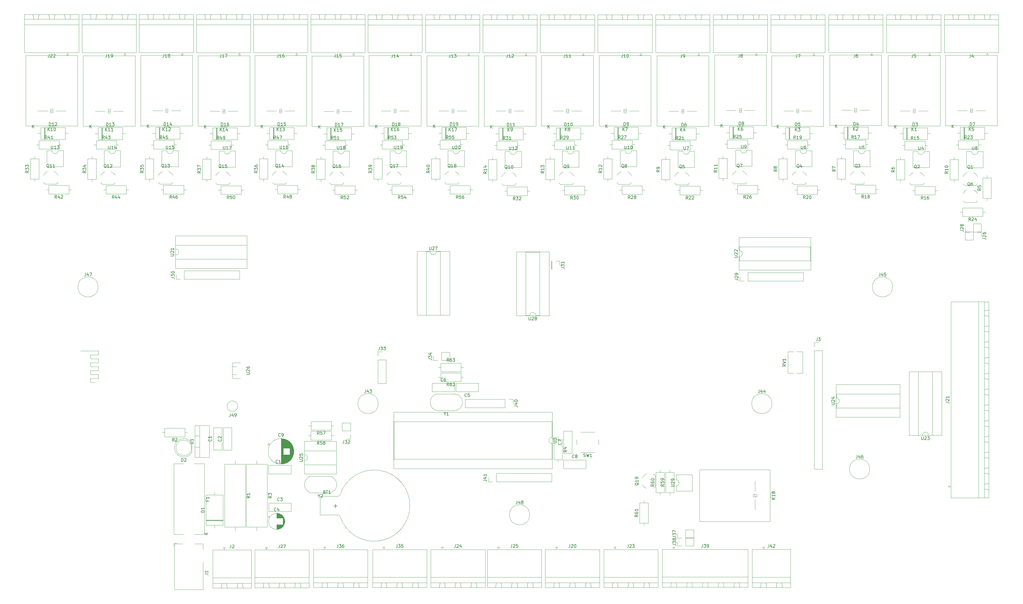
<source format=gbr>
%TF.GenerationSoftware,KiCad,Pcbnew,(5.1.6)-1*%
%TF.CreationDate,2020-12-15T19:54:30+02:00*%
%TF.ProjectId,ThePlatform_MothedahFarm,54686550-6c61-4746-966f-726d5f4d6f74,rev?*%
%TF.SameCoordinates,Original*%
%TF.FileFunction,Legend,Top*%
%TF.FilePolarity,Positive*%
%FSLAX46Y46*%
G04 Gerber Fmt 4.6, Leading zero omitted, Abs format (unit mm)*
G04 Created by KiCad (PCBNEW (5.1.6)-1) date 2020-12-15 19:54:30*
%MOMM*%
%LPD*%
G01*
G04 APERTURE LIST*
%ADD10C,0.120000*%
%ADD11C,0.150000*%
G04 APERTURE END LIST*
D10*
%TO.C,J20*%
X223736920Y-220947280D02*
X224336920Y-220947280D01*
X224036920Y-221547280D02*
X223736920Y-220947280D01*
X224336920Y-220947280D02*
X224036920Y-221547280D01*
X233446920Y-232467280D02*
X233196920Y-233967280D01*
X234946920Y-232467280D02*
X233446920Y-232467280D01*
X235196920Y-233967280D02*
X234946920Y-232467280D01*
X233196920Y-233967280D02*
X235196920Y-233967280D01*
X228366920Y-232467280D02*
X228116920Y-233967280D01*
X229866920Y-232467280D02*
X228366920Y-232467280D01*
X230116920Y-233967280D02*
X229866920Y-232467280D01*
X228116920Y-233967280D02*
X230116920Y-233967280D01*
X223286920Y-232467280D02*
X223036920Y-233967280D01*
X224786920Y-232467280D02*
X223286920Y-232467280D01*
X225036920Y-233967280D02*
X224786920Y-232467280D01*
X223036920Y-233967280D02*
X225036920Y-233967280D01*
X237846920Y-232467280D02*
X220386920Y-232467280D01*
X237846920Y-230667280D02*
X237846920Y-232467280D01*
X220386920Y-230667280D02*
X237846920Y-230667280D01*
X220386920Y-232467280D02*
X220386920Y-230667280D01*
X237846920Y-221747280D02*
X220386920Y-221747280D01*
X237846920Y-233967280D02*
X237846920Y-221747280D01*
X220386920Y-233967280D02*
X237846920Y-233967280D01*
X220386920Y-221747280D02*
X220386920Y-233967280D01*
%TO.C,K18*%
X287892160Y-205725480D02*
X287892160Y-208875480D01*
X287892160Y-199875480D02*
X287892160Y-203025480D01*
X293002160Y-203375480D02*
X293002160Y-205375480D01*
X287292160Y-204025480D02*
X287292160Y-204725480D01*
X288492160Y-204025480D02*
X287292160Y-204025480D01*
X288492160Y-204725480D02*
X288492160Y-204025480D01*
X287292160Y-204725480D02*
X288492160Y-204725480D01*
X287692160Y-204025480D02*
X288092160Y-204725480D01*
X270042160Y-196025480D02*
X270042160Y-212725480D01*
X292742160Y-196025480D02*
X270042160Y-196025480D01*
X292742160Y-212725480D02*
X292742160Y-196025480D01*
X270042160Y-212725480D02*
X292742160Y-212725480D01*
%TO.C,Q19*%
X255701300Y-201672360D02*
X255701300Y-197822360D01*
X255123345Y-202054991D02*
G75*
G03*
X255701300Y-201672360I-1122045J2322631D01*
G01*
X252906514Y-202080135D02*
G75*
G02*
X251651300Y-200822360I1094786J2347775D01*
G01*
X252911787Y-197395897D02*
G75*
G03*
X251651300Y-198672360I1089513J-2336463D01*
G01*
X255113564Y-197429977D02*
G75*
G02*
X255701300Y-197822360I-1112264J-2302383D01*
G01*
%TO.C,J39*%
X261397500Y-220904100D02*
X261997500Y-220904100D01*
X261697500Y-221504100D02*
X261397500Y-220904100D01*
X261997500Y-220904100D02*
X261697500Y-221504100D01*
X281267500Y-232424100D02*
X281017500Y-233924100D01*
X282767500Y-232424100D02*
X281267500Y-232424100D01*
X283017500Y-233924100D02*
X282767500Y-232424100D01*
X281017500Y-233924100D02*
X283017500Y-233924100D01*
X276187500Y-232424100D02*
X275937500Y-233924100D01*
X277687500Y-232424100D02*
X276187500Y-232424100D01*
X277937500Y-233924100D02*
X277687500Y-232424100D01*
X275937500Y-233924100D02*
X277937500Y-233924100D01*
X271107500Y-232424100D02*
X270857500Y-233924100D01*
X272607500Y-232424100D02*
X271107500Y-232424100D01*
X272857500Y-233924100D02*
X272607500Y-232424100D01*
X270857500Y-233924100D02*
X272857500Y-233924100D01*
X266027500Y-232424100D02*
X265777500Y-233924100D01*
X267527500Y-232424100D02*
X266027500Y-232424100D01*
X267777500Y-233924100D02*
X267527500Y-232424100D01*
X265777500Y-233924100D02*
X267777500Y-233924100D01*
X260947500Y-232424100D02*
X260697500Y-233924100D01*
X262447500Y-232424100D02*
X260947500Y-232424100D01*
X262697500Y-233924100D02*
X262447500Y-232424100D01*
X260697500Y-233924100D02*
X262697500Y-233924100D01*
X285667500Y-232424100D02*
X258047500Y-232424100D01*
X285667500Y-230624100D02*
X285667500Y-232424100D01*
X258047500Y-230624100D02*
X285667500Y-230624100D01*
X258047500Y-232424100D02*
X258047500Y-230624100D01*
X285667500Y-221704100D02*
X258047500Y-221704100D01*
X285667500Y-233924100D02*
X285667500Y-221704100D01*
X258047500Y-233924100D02*
X285667500Y-233924100D01*
X258047500Y-221704100D02*
X258047500Y-233924100D01*
%TO.C,U3*%
X222550060Y-185605640D02*
X222550060Y-180545640D01*
X222550060Y-180545640D02*
X171630060Y-180545640D01*
X171630060Y-180545640D02*
X171630060Y-192665640D01*
X171630060Y-192665640D02*
X222550060Y-192665640D01*
X222550060Y-192665640D02*
X222550060Y-187605640D01*
X222610060Y-177545640D02*
X171570060Y-177545640D01*
X171570060Y-177545640D02*
X171570060Y-195665640D01*
X171570060Y-195665640D02*
X222610060Y-195665640D01*
X222610060Y-195665640D02*
X222610060Y-177545640D01*
X222550060Y-187605640D02*
G75*
G02*
X222550060Y-185605640I0J1000000D01*
G01*
%TO.C,J27*%
X126879360Y-221859040D02*
X126879360Y-234079040D01*
X126879360Y-234079040D02*
X144339360Y-234079040D01*
X144339360Y-234079040D02*
X144339360Y-221859040D01*
X144339360Y-221859040D02*
X126879360Y-221859040D01*
X126879360Y-232579040D02*
X126879360Y-230779040D01*
X126879360Y-230779040D02*
X144339360Y-230779040D01*
X144339360Y-230779040D02*
X144339360Y-232579040D01*
X144339360Y-232579040D02*
X126879360Y-232579040D01*
X129529360Y-234079040D02*
X131529360Y-234079040D01*
X131529360Y-234079040D02*
X131279360Y-232579040D01*
X131279360Y-232579040D02*
X129779360Y-232579040D01*
X129779360Y-232579040D02*
X129529360Y-234079040D01*
X134609360Y-234079040D02*
X136609360Y-234079040D01*
X136609360Y-234079040D02*
X136359360Y-232579040D01*
X136359360Y-232579040D02*
X134859360Y-232579040D01*
X134859360Y-232579040D02*
X134609360Y-234079040D01*
X139689360Y-234079040D02*
X141689360Y-234079040D01*
X141689360Y-234079040D02*
X141439360Y-232579040D01*
X141439360Y-232579040D02*
X139939360Y-232579040D01*
X139939360Y-232579040D02*
X139689360Y-234079040D01*
X130829360Y-221059040D02*
X130529360Y-221659040D01*
X130529360Y-221659040D02*
X130229360Y-221059040D01*
X130229360Y-221059040D02*
X130829360Y-221059040D01*
%TO.C,J36*%
X145716000Y-221767600D02*
X145716000Y-233987600D01*
X145716000Y-233987600D02*
X163176000Y-233987600D01*
X163176000Y-233987600D02*
X163176000Y-221767600D01*
X163176000Y-221767600D02*
X145716000Y-221767600D01*
X145716000Y-232487600D02*
X145716000Y-230687600D01*
X145716000Y-230687600D02*
X163176000Y-230687600D01*
X163176000Y-230687600D02*
X163176000Y-232487600D01*
X163176000Y-232487600D02*
X145716000Y-232487600D01*
X148366000Y-233987600D02*
X150366000Y-233987600D01*
X150366000Y-233987600D02*
X150116000Y-232487600D01*
X150116000Y-232487600D02*
X148616000Y-232487600D01*
X148616000Y-232487600D02*
X148366000Y-233987600D01*
X153446000Y-233987600D02*
X155446000Y-233987600D01*
X155446000Y-233987600D02*
X155196000Y-232487600D01*
X155196000Y-232487600D02*
X153696000Y-232487600D01*
X153696000Y-232487600D02*
X153446000Y-233987600D01*
X158526000Y-233987600D02*
X160526000Y-233987600D01*
X160526000Y-233987600D02*
X160276000Y-232487600D01*
X160276000Y-232487600D02*
X158776000Y-232487600D01*
X158776000Y-232487600D02*
X158526000Y-233987600D01*
X149666000Y-220967600D02*
X149366000Y-221567600D01*
X149366000Y-221567600D02*
X149066000Y-220967600D01*
X149066000Y-220967600D02*
X149666000Y-220967600D01*
%TO.C,J35*%
X168116000Y-220967600D02*
X168716000Y-220967600D01*
X168416000Y-221567600D02*
X168116000Y-220967600D01*
X168716000Y-220967600D02*
X168416000Y-221567600D01*
X177826000Y-232487600D02*
X177576000Y-233987600D01*
X179326000Y-232487600D02*
X177826000Y-232487600D01*
X179576000Y-233987600D02*
X179326000Y-232487600D01*
X177576000Y-233987600D02*
X179576000Y-233987600D01*
X172746000Y-232487600D02*
X172496000Y-233987600D01*
X174246000Y-232487600D02*
X172746000Y-232487600D01*
X174496000Y-233987600D02*
X174246000Y-232487600D01*
X172496000Y-233987600D02*
X174496000Y-233987600D01*
X167666000Y-232487600D02*
X167416000Y-233987600D01*
X169166000Y-232487600D02*
X167666000Y-232487600D01*
X169416000Y-233987600D02*
X169166000Y-232487600D01*
X167416000Y-233987600D02*
X169416000Y-233987600D01*
X182226000Y-232487600D02*
X164766000Y-232487600D01*
X182226000Y-230687600D02*
X182226000Y-232487600D01*
X164766000Y-230687600D02*
X182226000Y-230687600D01*
X164766000Y-232487600D02*
X164766000Y-230687600D01*
X182226000Y-221767600D02*
X164766000Y-221767600D01*
X182226000Y-233987600D02*
X182226000Y-221767600D01*
X164766000Y-233987600D02*
X182226000Y-233987600D01*
X164766000Y-221767600D02*
X164766000Y-233987600D01*
%TO.C,BT1*%
X147889900Y-204606360D02*
X153589900Y-204606360D01*
X147889900Y-210606360D02*
X147889900Y-204606360D01*
X147889900Y-210606360D02*
X153589900Y-210606360D01*
X176785571Y-207561079D02*
G75*
G02*
X154339900Y-211106360I-11495671J-45281D01*
G01*
X154341654Y-211132744D02*
G75*
G03*
X153589900Y-210606360I-751754J-273616D01*
G01*
X176785571Y-207651641D02*
G75*
G03*
X154339900Y-204106360I-11495671J45281D01*
G01*
X154341654Y-204079976D02*
G75*
G02*
X153589900Y-204606360I-751754J273616D01*
G01*
%TO.C,U25*%
X142816300Y-193163160D02*
X142816300Y-194413160D01*
X142816300Y-194413160D02*
X153096300Y-194413160D01*
X153096300Y-194413160D02*
X153096300Y-189913160D01*
X153096300Y-189913160D02*
X142816300Y-189913160D01*
X142816300Y-189913160D02*
X142816300Y-191163160D01*
X142756300Y-197413160D02*
X153156300Y-197413160D01*
X153156300Y-197413160D02*
X153156300Y-186913160D01*
X153156300Y-186913160D02*
X142756300Y-186913160D01*
X142756300Y-186913160D02*
X142756300Y-197413160D01*
X142816300Y-191163160D02*
G75*
G02*
X142816300Y-193163160I0J-1000000D01*
G01*
%TO.C,J28*%
X360743840Y-119487720D02*
X360743840Y-116827720D01*
X358143840Y-119487720D02*
X360743840Y-119487720D01*
X358143840Y-116827720D02*
X360743840Y-116827720D01*
X358143840Y-119487720D02*
X358143840Y-116827720D01*
X356873840Y-119487720D02*
X355543840Y-119487720D01*
X355543840Y-119487720D02*
X355543840Y-118157720D01*
%TO.C,U24*%
X314091040Y-174890400D02*
X314091040Y-176140400D01*
X314091040Y-176140400D02*
X334531040Y-176140400D01*
X334531040Y-176140400D02*
X334531040Y-171640400D01*
X334531040Y-171640400D02*
X314091040Y-171640400D01*
X314091040Y-171640400D02*
X314091040Y-172890400D01*
X314031040Y-179140400D02*
X334591040Y-179140400D01*
X334591040Y-179140400D02*
X334591040Y-168640400D01*
X334591040Y-168640400D02*
X314031040Y-168640400D01*
X314031040Y-168640400D02*
X314031040Y-179140400D01*
X314091040Y-172890400D02*
G75*
G02*
X314091040Y-174890400I0J-1000000D01*
G01*
%TO.C,U26*%
X71390000Y-157770000D02*
X70700000Y-157770000D01*
X71390000Y-157770000D02*
X76470000Y-157770000D01*
X76470000Y-157770000D02*
X76470000Y-159040000D01*
X76470000Y-159040000D02*
X73930000Y-159040000D01*
X73930000Y-159040000D02*
X73930000Y-160310000D01*
X73930000Y-160310000D02*
X76470000Y-160310000D01*
X76470000Y-160310000D02*
X76470000Y-161580000D01*
X76470000Y-161580000D02*
X73930000Y-161580000D01*
X73930000Y-161580000D02*
X73930000Y-162850000D01*
X73930000Y-162850000D02*
X76470000Y-162850000D01*
X76470000Y-162850000D02*
X76470000Y-164120000D01*
X76470000Y-164120000D02*
X73930000Y-164120000D01*
X73930000Y-164120000D02*
X73930000Y-165390000D01*
X73930000Y-165390000D02*
X76470000Y-165390000D01*
X76470000Y-165390000D02*
X76470000Y-166660000D01*
X76470000Y-166660000D02*
X73930000Y-166660000D01*
X73930000Y-166660000D02*
X73930000Y-167930000D01*
X73930000Y-167930000D02*
X75200000Y-167930000D01*
X122190000Y-161580000D02*
X119650000Y-161580000D01*
X119650000Y-161580000D02*
X119650000Y-166660000D01*
X119650000Y-166660000D02*
X122190000Y-166660000D01*
X119650000Y-162850000D02*
X120920000Y-162850000D01*
X119650000Y-165390000D02*
X120920000Y-165390000D01*
%TO.C,K5*%
X349217260Y-62542640D02*
X349217260Y-85242640D01*
X349217260Y-85242640D02*
X365917260Y-85242640D01*
X365917260Y-85242640D02*
X365917260Y-62542640D01*
X365917260Y-62542640D02*
X349217260Y-62542640D01*
X357917260Y-80192640D02*
X357217260Y-80592640D01*
X357217260Y-79792640D02*
X357217260Y-80992640D01*
X357217260Y-80992640D02*
X357917260Y-80992640D01*
X357917260Y-80992640D02*
X357917260Y-79792640D01*
X357917260Y-79792640D02*
X357217260Y-79792640D01*
X358567260Y-85502640D02*
X356567260Y-85502640D01*
X362067260Y-80392640D02*
X358917260Y-80392640D01*
X356217260Y-80392640D02*
X353067260Y-80392640D01*
%TO.C,D3*%
X335537060Y-85866940D02*
X335537060Y-89706940D01*
X335537060Y-89706940D02*
X343377060Y-89706940D01*
X343377060Y-89706940D02*
X343377060Y-85866940D01*
X343377060Y-85866940D02*
X335537060Y-85866940D01*
X334547060Y-87786940D02*
X335537060Y-87786940D01*
X344367060Y-87786940D02*
X343377060Y-87786940D01*
X336797060Y-85866940D02*
X336797060Y-89706940D01*
X336917060Y-85866940D02*
X336917060Y-89706940D01*
X336677060Y-85866940D02*
X336677060Y-89706940D01*
%TO.C,J5*%
X347742560Y-61702940D02*
X347742560Y-49482940D01*
X347742560Y-49482940D02*
X330282560Y-49482940D01*
X330282560Y-49482940D02*
X330282560Y-61702940D01*
X330282560Y-61702940D02*
X347742560Y-61702940D01*
X347742560Y-50982940D02*
X347742560Y-52782940D01*
X347742560Y-52782940D02*
X330282560Y-52782940D01*
X330282560Y-52782940D02*
X330282560Y-50982940D01*
X330282560Y-50982940D02*
X347742560Y-50982940D01*
X345092560Y-49482940D02*
X343092560Y-49482940D01*
X343092560Y-49482940D02*
X343342560Y-50982940D01*
X343342560Y-50982940D02*
X344842560Y-50982940D01*
X344842560Y-50982940D02*
X345092560Y-49482940D01*
X340012560Y-49482940D02*
X338012560Y-49482940D01*
X338012560Y-49482940D02*
X338262560Y-50982940D01*
X338262560Y-50982940D02*
X339762560Y-50982940D01*
X339762560Y-50982940D02*
X340012560Y-49482940D01*
X334932560Y-49482940D02*
X332932560Y-49482940D01*
X332932560Y-49482940D02*
X333182560Y-50982940D01*
X333182560Y-50982940D02*
X334682560Y-50982940D01*
X334682560Y-50982940D02*
X334932560Y-49482940D01*
X343792560Y-62502940D02*
X344092560Y-61902940D01*
X344092560Y-61902940D02*
X344392560Y-62502940D01*
X344392560Y-62502940D02*
X343792560Y-62502940D01*
%TO.C,R6*%
X334758060Y-95367440D02*
X334758060Y-96137440D01*
X334758060Y-103447440D02*
X334758060Y-102677440D01*
X333388060Y-96137440D02*
X333388060Y-102677440D01*
X336128060Y-96137440D02*
X333388060Y-96137440D01*
X336128060Y-102677440D02*
X336128060Y-96137440D01*
X333388060Y-102677440D02*
X336128060Y-102677440D01*
%TO.C,R16*%
X345902060Y-107508440D02*
X345902060Y-104768440D01*
X345902060Y-104768440D02*
X339362060Y-104768440D01*
X339362060Y-104768440D02*
X339362060Y-107508440D01*
X339362060Y-107508440D02*
X345902060Y-107508440D01*
X346672060Y-106138440D02*
X345902060Y-106138440D01*
X338592060Y-106138440D02*
X339362060Y-106138440D01*
%TO.C,K1*%
X330789560Y-62593440D02*
X330789560Y-85293440D01*
X330789560Y-85293440D02*
X347489560Y-85293440D01*
X347489560Y-85293440D02*
X347489560Y-62593440D01*
X347489560Y-62593440D02*
X330789560Y-62593440D01*
X339489560Y-80243440D02*
X338789560Y-80643440D01*
X338789560Y-79843440D02*
X338789560Y-81043440D01*
X338789560Y-81043440D02*
X339489560Y-81043440D01*
X339489560Y-81043440D02*
X339489560Y-79843440D01*
X339489560Y-79843440D02*
X338789560Y-79843440D01*
X340139560Y-85553440D02*
X338139560Y-85553440D01*
X343639560Y-80443440D02*
X340489560Y-80443440D01*
X337789560Y-80443440D02*
X334639560Y-80443440D01*
%TO.C,Q2*%
X338088560Y-104282440D02*
X341938560Y-104282440D01*
X337705929Y-103704485D02*
G75*
G03*
X338088560Y-104282440I2322631J1122045D01*
G01*
X337680785Y-101487654D02*
G75*
G02*
X338938560Y-100232440I2347775J-1094786D01*
G01*
X342365023Y-101492927D02*
G75*
G03*
X341088560Y-100232440I-2336463J-1089513D01*
G01*
X342330943Y-103694704D02*
G75*
G02*
X341938560Y-104282440I-2302383J1112264D01*
G01*
%TO.C,R15*%
X336123560Y-90226940D02*
X336123560Y-92966940D01*
X336123560Y-92966940D02*
X342663560Y-92966940D01*
X342663560Y-92966940D02*
X342663560Y-90226940D01*
X342663560Y-90226940D02*
X336123560Y-90226940D01*
X335353560Y-91596940D02*
X336123560Y-91596940D01*
X343433560Y-91596940D02*
X342663560Y-91596940D01*
%TO.C,U4*%
X340362060Y-93505440D02*
X338712060Y-93505440D01*
X338712060Y-93505440D02*
X338712060Y-98705440D01*
X338712060Y-98705440D02*
X344012060Y-98705440D01*
X344012060Y-98705440D02*
X344012060Y-93505440D01*
X344012060Y-93505440D02*
X342362060Y-93505440D01*
X342362060Y-93505440D02*
G75*
G02*
X340362060Y-93505440I-1000000J0D01*
G01*
%TO.C,C1*%
X113576460Y-189704300D02*
X113576460Y-182464300D01*
X116316460Y-189704300D02*
X116316460Y-182464300D01*
X113576460Y-189704300D02*
X116316460Y-189704300D01*
X113576460Y-182464300D02*
X116316460Y-182464300D01*
%TO.C,C2*%
X116726060Y-182464300D02*
X119466060Y-182464300D01*
X116726060Y-189704300D02*
X119466060Y-189704300D01*
X119466060Y-189704300D02*
X119466060Y-182464300D01*
X116726060Y-189704300D02*
X116726060Y-182464300D01*
%TO.C,C3*%
X131330000Y-206780000D02*
X138570000Y-206780000D01*
X131330000Y-209520000D02*
X138570000Y-209520000D01*
X131330000Y-206780000D02*
X131330000Y-209520000D01*
X138570000Y-206780000D02*
X138570000Y-209520000D01*
%TO.C,C5*%
X198870460Y-170932240D02*
X191630460Y-170932240D01*
X198870460Y-168192240D02*
X191630460Y-168192240D01*
X198870460Y-170932240D02*
X198870460Y-168192240D01*
X191630460Y-170932240D02*
X191630460Y-168192240D01*
%TO.C,C6*%
X191195860Y-168192240D02*
X191195860Y-170932240D01*
X183955860Y-168192240D02*
X183955860Y-170932240D01*
X183955860Y-170932240D02*
X191195860Y-170932240D01*
X183955860Y-168192240D02*
X191195860Y-168192240D01*
%TO.C,C7*%
X226276260Y-183584440D02*
X229016260Y-183584440D01*
X226276260Y-190824440D02*
X229016260Y-190824440D01*
X229016260Y-190824440D02*
X229016260Y-183584440D01*
X226276260Y-190824440D02*
X226276260Y-183584440D01*
%TO.C,C8*%
X226259560Y-192936920D02*
X233499560Y-192936920D01*
X226259560Y-195676920D02*
X233499560Y-195676920D01*
X226259560Y-192936920D02*
X226259560Y-195676920D01*
X233499560Y-192936920D02*
X233499560Y-195676920D01*
%TO.C,C10*%
X138530000Y-194620000D02*
X138530000Y-197360000D01*
X131290000Y-194620000D02*
X131290000Y-197360000D01*
X131290000Y-197360000D02*
X138530000Y-197360000D01*
X131290000Y-194620000D02*
X138530000Y-194620000D01*
%TO.C,D1*%
X111159660Y-212476300D02*
X116599660Y-212476300D01*
X111159660Y-212236300D02*
X116599660Y-212236300D01*
X111159660Y-212356300D02*
X116599660Y-212356300D01*
X113879660Y-203251300D02*
X113879660Y-204161300D01*
X113879660Y-214811300D02*
X113879660Y-213901300D01*
X111159660Y-204161300D02*
X111159660Y-213901300D01*
X116599660Y-204161300D02*
X111159660Y-204161300D01*
X116599660Y-213901300D02*
X116599660Y-204161300D01*
X111159660Y-213901300D02*
X116599660Y-213901300D01*
%TO.C,D2*%
X106499060Y-189016100D02*
G75*
G03*
X106499060Y-189016100I-2500000J0D01*
G01*
X106559060Y-190561100D02*
X106559060Y-187471100D01*
X101009060Y-189015638D02*
G75*
G03*
X106559060Y-190560930I2990000J-462D01*
G01*
X101009060Y-189016562D02*
G75*
G02*
X106559060Y-187471270I2990000J462D01*
G01*
%TO.C,F1*%
X100765460Y-216858500D02*
X103925460Y-216858500D01*
X107425460Y-216858500D02*
X110585460Y-216858500D01*
X107425460Y-194138500D02*
X110585460Y-194138500D01*
X110585460Y-194138500D02*
X110585460Y-216858500D01*
X100765460Y-194138500D02*
X100765460Y-216858500D01*
X100765460Y-194138500D02*
X103925460Y-194138500D01*
%TO.C,J1*%
X101823860Y-219716900D02*
X100773860Y-219716900D01*
X100773860Y-220766900D02*
X100773860Y-219716900D01*
X110173860Y-225816900D02*
X110173860Y-234616900D01*
X110173860Y-234616900D02*
X100973860Y-234616900D01*
X107473860Y-219916900D02*
X110173860Y-219916900D01*
X110173860Y-219916900D02*
X110173860Y-221816900D01*
X100973860Y-234616900D02*
X100973860Y-219916900D01*
X100973860Y-219916900D02*
X103573860Y-219916900D01*
%TO.C,J4*%
X362972660Y-62515640D02*
X362372660Y-62515640D01*
X362672660Y-61915640D02*
X362972660Y-62515640D01*
X362372660Y-62515640D02*
X362672660Y-61915640D01*
X353262660Y-50995640D02*
X353512660Y-49495640D01*
X351762660Y-50995640D02*
X353262660Y-50995640D01*
X351512660Y-49495640D02*
X351762660Y-50995640D01*
X353512660Y-49495640D02*
X351512660Y-49495640D01*
X358342660Y-50995640D02*
X358592660Y-49495640D01*
X356842660Y-50995640D02*
X358342660Y-50995640D01*
X356592660Y-49495640D02*
X356842660Y-50995640D01*
X358592660Y-49495640D02*
X356592660Y-49495640D01*
X363422660Y-50995640D02*
X363672660Y-49495640D01*
X361922660Y-50995640D02*
X363422660Y-50995640D01*
X361672660Y-49495640D02*
X361922660Y-50995640D01*
X363672660Y-49495640D02*
X361672660Y-49495640D01*
X348862660Y-50995640D02*
X366322660Y-50995640D01*
X348862660Y-52795640D02*
X348862660Y-50995640D01*
X366322660Y-52795640D02*
X348862660Y-52795640D01*
X366322660Y-50995640D02*
X366322660Y-52795640D01*
X348862660Y-61715640D02*
X366322660Y-61715640D01*
X348862660Y-49495640D02*
X348862660Y-61715640D01*
X366322660Y-49495640D02*
X348862660Y-49495640D01*
X366322660Y-61715640D02*
X366322660Y-49495640D01*
%TO.C,J6*%
X325723560Y-62502940D02*
X325123560Y-62502940D01*
X325423560Y-61902940D02*
X325723560Y-62502940D01*
X325123560Y-62502940D02*
X325423560Y-61902940D01*
X316013560Y-50982940D02*
X316263560Y-49482940D01*
X314513560Y-50982940D02*
X316013560Y-50982940D01*
X314263560Y-49482940D02*
X314513560Y-50982940D01*
X316263560Y-49482940D02*
X314263560Y-49482940D01*
X321093560Y-50982940D02*
X321343560Y-49482940D01*
X319593560Y-50982940D02*
X321093560Y-50982940D01*
X319343560Y-49482940D02*
X319593560Y-50982940D01*
X321343560Y-49482940D02*
X319343560Y-49482940D01*
X326173560Y-50982940D02*
X326423560Y-49482940D01*
X324673560Y-50982940D02*
X326173560Y-50982940D01*
X324423560Y-49482940D02*
X324673560Y-50982940D01*
X326423560Y-49482940D02*
X324423560Y-49482940D01*
X311613560Y-50982940D02*
X329073560Y-50982940D01*
X311613560Y-52782940D02*
X311613560Y-50982940D01*
X329073560Y-52782940D02*
X311613560Y-52782940D01*
X329073560Y-50982940D02*
X329073560Y-52782940D01*
X311613560Y-61702940D02*
X329073560Y-61702940D01*
X311613560Y-49482940D02*
X311613560Y-61702940D01*
X329073560Y-49482940D02*
X311613560Y-49482940D01*
X329073560Y-61702940D02*
X329073560Y-49482940D01*
%TO.C,J7*%
X310468060Y-61702940D02*
X310468060Y-49482940D01*
X310468060Y-49482940D02*
X293008060Y-49482940D01*
X293008060Y-49482940D02*
X293008060Y-61702940D01*
X293008060Y-61702940D02*
X310468060Y-61702940D01*
X310468060Y-50982940D02*
X310468060Y-52782940D01*
X310468060Y-52782940D02*
X293008060Y-52782940D01*
X293008060Y-52782940D02*
X293008060Y-50982940D01*
X293008060Y-50982940D02*
X310468060Y-50982940D01*
X307818060Y-49482940D02*
X305818060Y-49482940D01*
X305818060Y-49482940D02*
X306068060Y-50982940D01*
X306068060Y-50982940D02*
X307568060Y-50982940D01*
X307568060Y-50982940D02*
X307818060Y-49482940D01*
X302738060Y-49482940D02*
X300738060Y-49482940D01*
X300738060Y-49482940D02*
X300988060Y-50982940D01*
X300988060Y-50982940D02*
X302488060Y-50982940D01*
X302488060Y-50982940D02*
X302738060Y-49482940D01*
X297658060Y-49482940D02*
X295658060Y-49482940D01*
X295658060Y-49482940D02*
X295908060Y-50982940D01*
X295908060Y-50982940D02*
X297408060Y-50982940D01*
X297408060Y-50982940D02*
X297658060Y-49482940D01*
X306518060Y-62502940D02*
X306818060Y-61902940D01*
X306818060Y-61902940D02*
X307118060Y-62502940D01*
X307118060Y-62502940D02*
X306518060Y-62502940D01*
%TO.C,J8*%
X288576060Y-62502940D02*
X287976060Y-62502940D01*
X288276060Y-61902940D02*
X288576060Y-62502940D01*
X287976060Y-62502940D02*
X288276060Y-61902940D01*
X278866060Y-50982940D02*
X279116060Y-49482940D01*
X277366060Y-50982940D02*
X278866060Y-50982940D01*
X277116060Y-49482940D02*
X277366060Y-50982940D01*
X279116060Y-49482940D02*
X277116060Y-49482940D01*
X283946060Y-50982940D02*
X284196060Y-49482940D01*
X282446060Y-50982940D02*
X283946060Y-50982940D01*
X282196060Y-49482940D02*
X282446060Y-50982940D01*
X284196060Y-49482940D02*
X282196060Y-49482940D01*
X289026060Y-50982940D02*
X289276060Y-49482940D01*
X287526060Y-50982940D02*
X289026060Y-50982940D01*
X287276060Y-49482940D02*
X287526060Y-50982940D01*
X289276060Y-49482940D02*
X287276060Y-49482940D01*
X274466060Y-50982940D02*
X291926060Y-50982940D01*
X274466060Y-52782940D02*
X274466060Y-50982940D01*
X291926060Y-52782940D02*
X274466060Y-52782940D01*
X291926060Y-50982940D02*
X291926060Y-52782940D01*
X274466060Y-61702940D02*
X291926060Y-61702940D01*
X274466060Y-49482940D02*
X274466060Y-61702940D01*
X291926060Y-49482940D02*
X274466060Y-49482940D01*
X291926060Y-61702940D02*
X291926060Y-49482940D01*
%TO.C,J9*%
X270034060Y-62502940D02*
X269434060Y-62502940D01*
X269734060Y-61902940D02*
X270034060Y-62502940D01*
X269434060Y-62502940D02*
X269734060Y-61902940D01*
X260324060Y-50982940D02*
X260574060Y-49482940D01*
X258824060Y-50982940D02*
X260324060Y-50982940D01*
X258574060Y-49482940D02*
X258824060Y-50982940D01*
X260574060Y-49482940D02*
X258574060Y-49482940D01*
X265404060Y-50982940D02*
X265654060Y-49482940D01*
X263904060Y-50982940D02*
X265404060Y-50982940D01*
X263654060Y-49482940D02*
X263904060Y-50982940D01*
X265654060Y-49482940D02*
X263654060Y-49482940D01*
X270484060Y-50982940D02*
X270734060Y-49482940D01*
X268984060Y-50982940D02*
X270484060Y-50982940D01*
X268734060Y-49482940D02*
X268984060Y-50982940D01*
X270734060Y-49482940D02*
X268734060Y-49482940D01*
X255924060Y-50982940D02*
X273384060Y-50982940D01*
X255924060Y-52782940D02*
X255924060Y-50982940D01*
X273384060Y-52782940D02*
X255924060Y-52782940D01*
X273384060Y-50982940D02*
X273384060Y-52782940D01*
X255924060Y-61702940D02*
X273384060Y-61702940D01*
X255924060Y-49482940D02*
X255924060Y-61702940D01*
X273384060Y-49482940D02*
X255924060Y-49482940D01*
X273384060Y-61702940D02*
X273384060Y-49482940D01*
%TO.C,J10*%
X254778560Y-61702940D02*
X254778560Y-49482940D01*
X254778560Y-49482940D02*
X237318560Y-49482940D01*
X237318560Y-49482940D02*
X237318560Y-61702940D01*
X237318560Y-61702940D02*
X254778560Y-61702940D01*
X254778560Y-50982940D02*
X254778560Y-52782940D01*
X254778560Y-52782940D02*
X237318560Y-52782940D01*
X237318560Y-52782940D02*
X237318560Y-50982940D01*
X237318560Y-50982940D02*
X254778560Y-50982940D01*
X252128560Y-49482940D02*
X250128560Y-49482940D01*
X250128560Y-49482940D02*
X250378560Y-50982940D01*
X250378560Y-50982940D02*
X251878560Y-50982940D01*
X251878560Y-50982940D02*
X252128560Y-49482940D01*
X247048560Y-49482940D02*
X245048560Y-49482940D01*
X245048560Y-49482940D02*
X245298560Y-50982940D01*
X245298560Y-50982940D02*
X246798560Y-50982940D01*
X246798560Y-50982940D02*
X247048560Y-49482940D01*
X241968560Y-49482940D02*
X239968560Y-49482940D01*
X239968560Y-49482940D02*
X240218560Y-50982940D01*
X240218560Y-50982940D02*
X241718560Y-50982940D01*
X241718560Y-50982940D02*
X241968560Y-49482940D01*
X250828560Y-62502940D02*
X251128560Y-61902940D01*
X251128560Y-61902940D02*
X251428560Y-62502940D01*
X251428560Y-62502940D02*
X250828560Y-62502940D01*
%TO.C,J11*%
X232886560Y-62502940D02*
X232286560Y-62502940D01*
X232586560Y-61902940D02*
X232886560Y-62502940D01*
X232286560Y-62502940D02*
X232586560Y-61902940D01*
X223176560Y-50982940D02*
X223426560Y-49482940D01*
X221676560Y-50982940D02*
X223176560Y-50982940D01*
X221426560Y-49482940D02*
X221676560Y-50982940D01*
X223426560Y-49482940D02*
X221426560Y-49482940D01*
X228256560Y-50982940D02*
X228506560Y-49482940D01*
X226756560Y-50982940D02*
X228256560Y-50982940D01*
X226506560Y-49482940D02*
X226756560Y-50982940D01*
X228506560Y-49482940D02*
X226506560Y-49482940D01*
X233336560Y-50982940D02*
X233586560Y-49482940D01*
X231836560Y-50982940D02*
X233336560Y-50982940D01*
X231586560Y-49482940D02*
X231836560Y-50982940D01*
X233586560Y-49482940D02*
X231586560Y-49482940D01*
X218776560Y-50982940D02*
X236236560Y-50982940D01*
X218776560Y-52782940D02*
X218776560Y-50982940D01*
X236236560Y-52782940D02*
X218776560Y-52782940D01*
X236236560Y-50982940D02*
X236236560Y-52782940D01*
X218776560Y-61702940D02*
X236236560Y-61702940D01*
X218776560Y-49482940D02*
X218776560Y-61702940D01*
X236236560Y-49482940D02*
X218776560Y-49482940D01*
X236236560Y-61702940D02*
X236236560Y-49482940D01*
%TO.C,J12*%
X214408060Y-62502940D02*
X213808060Y-62502940D01*
X214108060Y-61902940D02*
X214408060Y-62502940D01*
X213808060Y-62502940D02*
X214108060Y-61902940D01*
X204698060Y-50982940D02*
X204948060Y-49482940D01*
X203198060Y-50982940D02*
X204698060Y-50982940D01*
X202948060Y-49482940D02*
X203198060Y-50982940D01*
X204948060Y-49482940D02*
X202948060Y-49482940D01*
X209778060Y-50982940D02*
X210028060Y-49482940D01*
X208278060Y-50982940D02*
X209778060Y-50982940D01*
X208028060Y-49482940D02*
X208278060Y-50982940D01*
X210028060Y-49482940D02*
X208028060Y-49482940D01*
X214858060Y-50982940D02*
X215108060Y-49482940D01*
X213358060Y-50982940D02*
X214858060Y-50982940D01*
X213108060Y-49482940D02*
X213358060Y-50982940D01*
X215108060Y-49482940D02*
X213108060Y-49482940D01*
X200298060Y-50982940D02*
X217758060Y-50982940D01*
X200298060Y-52782940D02*
X200298060Y-50982940D01*
X217758060Y-52782940D02*
X200298060Y-52782940D01*
X217758060Y-50982940D02*
X217758060Y-52782940D01*
X200298060Y-61702940D02*
X217758060Y-61702940D01*
X200298060Y-49482940D02*
X200298060Y-61702940D01*
X217758060Y-49482940D02*
X200298060Y-49482940D01*
X217758060Y-61702940D02*
X217758060Y-49482940D01*
%TO.C,J13*%
X199279560Y-61702940D02*
X199279560Y-49482940D01*
X199279560Y-49482940D02*
X181819560Y-49482940D01*
X181819560Y-49482940D02*
X181819560Y-61702940D01*
X181819560Y-61702940D02*
X199279560Y-61702940D01*
X199279560Y-50982940D02*
X199279560Y-52782940D01*
X199279560Y-52782940D02*
X181819560Y-52782940D01*
X181819560Y-52782940D02*
X181819560Y-50982940D01*
X181819560Y-50982940D02*
X199279560Y-50982940D01*
X196629560Y-49482940D02*
X194629560Y-49482940D01*
X194629560Y-49482940D02*
X194879560Y-50982940D01*
X194879560Y-50982940D02*
X196379560Y-50982940D01*
X196379560Y-50982940D02*
X196629560Y-49482940D01*
X191549560Y-49482940D02*
X189549560Y-49482940D01*
X189549560Y-49482940D02*
X189799560Y-50982940D01*
X189799560Y-50982940D02*
X191299560Y-50982940D01*
X191299560Y-50982940D02*
X191549560Y-49482940D01*
X186469560Y-49482940D02*
X184469560Y-49482940D01*
X184469560Y-49482940D02*
X184719560Y-50982940D01*
X184719560Y-50982940D02*
X186219560Y-50982940D01*
X186219560Y-50982940D02*
X186469560Y-49482940D01*
X195329560Y-62502940D02*
X195629560Y-61902940D01*
X195629560Y-61902940D02*
X195929560Y-62502940D01*
X195929560Y-62502940D02*
X195329560Y-62502940D01*
%TO.C,J14*%
X177387560Y-62502940D02*
X176787560Y-62502940D01*
X177087560Y-61902940D02*
X177387560Y-62502940D01*
X176787560Y-62502940D02*
X177087560Y-61902940D01*
X167677560Y-50982940D02*
X167927560Y-49482940D01*
X166177560Y-50982940D02*
X167677560Y-50982940D01*
X165927560Y-49482940D02*
X166177560Y-50982940D01*
X167927560Y-49482940D02*
X165927560Y-49482940D01*
X172757560Y-50982940D02*
X173007560Y-49482940D01*
X171257560Y-50982940D02*
X172757560Y-50982940D01*
X171007560Y-49482940D02*
X171257560Y-50982940D01*
X173007560Y-49482940D02*
X171007560Y-49482940D01*
X177837560Y-50982940D02*
X178087560Y-49482940D01*
X176337560Y-50982940D02*
X177837560Y-50982940D01*
X176087560Y-49482940D02*
X176337560Y-50982940D01*
X178087560Y-49482940D02*
X176087560Y-49482940D01*
X163277560Y-50982940D02*
X180737560Y-50982940D01*
X163277560Y-52782940D02*
X163277560Y-50982940D01*
X180737560Y-52782940D02*
X163277560Y-52782940D01*
X180737560Y-50982940D02*
X180737560Y-52782940D01*
X163277560Y-61702940D02*
X180737560Y-61702940D01*
X163277560Y-49482940D02*
X163277560Y-61702940D01*
X180737560Y-49482940D02*
X163277560Y-49482940D01*
X180737560Y-61702940D02*
X180737560Y-49482940D01*
%TO.C,J15*%
X162347960Y-61664840D02*
X162347960Y-49444840D01*
X162347960Y-49444840D02*
X144887960Y-49444840D01*
X144887960Y-49444840D02*
X144887960Y-61664840D01*
X144887960Y-61664840D02*
X162347960Y-61664840D01*
X162347960Y-50944840D02*
X162347960Y-52744840D01*
X162347960Y-52744840D02*
X144887960Y-52744840D01*
X144887960Y-52744840D02*
X144887960Y-50944840D01*
X144887960Y-50944840D02*
X162347960Y-50944840D01*
X159697960Y-49444840D02*
X157697960Y-49444840D01*
X157697960Y-49444840D02*
X157947960Y-50944840D01*
X157947960Y-50944840D02*
X159447960Y-50944840D01*
X159447960Y-50944840D02*
X159697960Y-49444840D01*
X154617960Y-49444840D02*
X152617960Y-49444840D01*
X152617960Y-49444840D02*
X152867960Y-50944840D01*
X152867960Y-50944840D02*
X154367960Y-50944840D01*
X154367960Y-50944840D02*
X154617960Y-49444840D01*
X149537960Y-49444840D02*
X147537960Y-49444840D01*
X147537960Y-49444840D02*
X147787960Y-50944840D01*
X147787960Y-50944840D02*
X149287960Y-50944840D01*
X149287960Y-50944840D02*
X149537960Y-49444840D01*
X158397960Y-62464840D02*
X158697960Y-61864840D01*
X158697960Y-61864840D02*
X158997960Y-62464840D01*
X158997960Y-62464840D02*
X158397960Y-62464840D01*
%TO.C,J16*%
X143932960Y-61664840D02*
X143932960Y-49444840D01*
X143932960Y-49444840D02*
X126472960Y-49444840D01*
X126472960Y-49444840D02*
X126472960Y-61664840D01*
X126472960Y-61664840D02*
X143932960Y-61664840D01*
X143932960Y-50944840D02*
X143932960Y-52744840D01*
X143932960Y-52744840D02*
X126472960Y-52744840D01*
X126472960Y-52744840D02*
X126472960Y-50944840D01*
X126472960Y-50944840D02*
X143932960Y-50944840D01*
X141282960Y-49444840D02*
X139282960Y-49444840D01*
X139282960Y-49444840D02*
X139532960Y-50944840D01*
X139532960Y-50944840D02*
X141032960Y-50944840D01*
X141032960Y-50944840D02*
X141282960Y-49444840D01*
X136202960Y-49444840D02*
X134202960Y-49444840D01*
X134202960Y-49444840D02*
X134452960Y-50944840D01*
X134452960Y-50944840D02*
X135952960Y-50944840D01*
X135952960Y-50944840D02*
X136202960Y-49444840D01*
X131122960Y-49444840D02*
X129122960Y-49444840D01*
X129122960Y-49444840D02*
X129372960Y-50944840D01*
X129372960Y-50944840D02*
X130872960Y-50944840D01*
X130872960Y-50944840D02*
X131122960Y-49444840D01*
X139982960Y-62464840D02*
X140282960Y-61864840D01*
X140282960Y-61864840D02*
X140582960Y-62464840D01*
X140582960Y-62464840D02*
X139982960Y-62464840D01*
%TO.C,J17*%
X122180660Y-62452140D02*
X121580660Y-62452140D01*
X121880660Y-61852140D02*
X122180660Y-62452140D01*
X121580660Y-62452140D02*
X121880660Y-61852140D01*
X112470660Y-50932140D02*
X112720660Y-49432140D01*
X110970660Y-50932140D02*
X112470660Y-50932140D01*
X110720660Y-49432140D02*
X110970660Y-50932140D01*
X112720660Y-49432140D02*
X110720660Y-49432140D01*
X117550660Y-50932140D02*
X117800660Y-49432140D01*
X116050660Y-50932140D02*
X117550660Y-50932140D01*
X115800660Y-49432140D02*
X116050660Y-50932140D01*
X117800660Y-49432140D02*
X115800660Y-49432140D01*
X122630660Y-50932140D02*
X122880660Y-49432140D01*
X121130660Y-50932140D02*
X122630660Y-50932140D01*
X120880660Y-49432140D02*
X121130660Y-50932140D01*
X122880660Y-49432140D02*
X120880660Y-49432140D01*
X108070660Y-50932140D02*
X125530660Y-50932140D01*
X108070660Y-52732140D02*
X108070660Y-50932140D01*
X125530660Y-52732140D02*
X108070660Y-52732140D01*
X125530660Y-50932140D02*
X125530660Y-52732140D01*
X108070660Y-61652140D02*
X125530660Y-61652140D01*
X108070660Y-49432140D02*
X108070660Y-61652140D01*
X125530660Y-49432140D02*
X108070660Y-49432140D01*
X125530660Y-61652140D02*
X125530660Y-49432140D01*
%TO.C,J18*%
X107115660Y-61664840D02*
X107115660Y-49444840D01*
X107115660Y-49444840D02*
X89655660Y-49444840D01*
X89655660Y-49444840D02*
X89655660Y-61664840D01*
X89655660Y-61664840D02*
X107115660Y-61664840D01*
X107115660Y-50944840D02*
X107115660Y-52744840D01*
X107115660Y-52744840D02*
X89655660Y-52744840D01*
X89655660Y-52744840D02*
X89655660Y-50944840D01*
X89655660Y-50944840D02*
X107115660Y-50944840D01*
X104465660Y-49444840D02*
X102465660Y-49444840D01*
X102465660Y-49444840D02*
X102715660Y-50944840D01*
X102715660Y-50944840D02*
X104215660Y-50944840D01*
X104215660Y-50944840D02*
X104465660Y-49444840D01*
X99385660Y-49444840D02*
X97385660Y-49444840D01*
X97385660Y-49444840D02*
X97635660Y-50944840D01*
X97635660Y-50944840D02*
X99135660Y-50944840D01*
X99135660Y-50944840D02*
X99385660Y-49444840D01*
X94305660Y-49444840D02*
X92305660Y-49444840D01*
X92305660Y-49444840D02*
X92555660Y-50944840D01*
X92555660Y-50944840D02*
X94055660Y-50944840D01*
X94055660Y-50944840D02*
X94305660Y-49444840D01*
X103165660Y-62464840D02*
X103465660Y-61864840D01*
X103465660Y-61864840D02*
X103765660Y-62464840D01*
X103765660Y-62464840D02*
X103165660Y-62464840D01*
%TO.C,J19*%
X85350660Y-62464840D02*
X84750660Y-62464840D01*
X85050660Y-61864840D02*
X85350660Y-62464840D01*
X84750660Y-62464840D02*
X85050660Y-61864840D01*
X75640660Y-50944840D02*
X75890660Y-49444840D01*
X74140660Y-50944840D02*
X75640660Y-50944840D01*
X73890660Y-49444840D02*
X74140660Y-50944840D01*
X75890660Y-49444840D02*
X73890660Y-49444840D01*
X80720660Y-50944840D02*
X80970660Y-49444840D01*
X79220660Y-50944840D02*
X80720660Y-50944840D01*
X78970660Y-49444840D02*
X79220660Y-50944840D01*
X80970660Y-49444840D02*
X78970660Y-49444840D01*
X85800660Y-50944840D02*
X86050660Y-49444840D01*
X84300660Y-50944840D02*
X85800660Y-50944840D01*
X84050660Y-49444840D02*
X84300660Y-50944840D01*
X86050660Y-49444840D02*
X84050660Y-49444840D01*
X71240660Y-50944840D02*
X88700660Y-50944840D01*
X71240660Y-52744840D02*
X71240660Y-50944840D01*
X88700660Y-52744840D02*
X71240660Y-52744840D01*
X88700660Y-50944840D02*
X88700660Y-52744840D01*
X71240660Y-61664840D02*
X88700660Y-61664840D01*
X71240660Y-49444840D02*
X71240660Y-61664840D01*
X88700660Y-49444840D02*
X71240660Y-49444840D01*
X88700660Y-61664840D02*
X88700660Y-49444840D01*
%TO.C,J21*%
X350999560Y-205089240D02*
X363219560Y-205089240D01*
X363219560Y-205089240D02*
X363219560Y-141909240D01*
X363219560Y-141909240D02*
X350999560Y-141909240D01*
X350999560Y-141909240D02*
X350999560Y-205089240D01*
X361719560Y-205089240D02*
X359919560Y-205089240D01*
X359919560Y-205089240D02*
X359919560Y-141909240D01*
X359919560Y-141909240D02*
X361719560Y-141909240D01*
X361719560Y-141909240D02*
X361719560Y-205089240D01*
X363219560Y-202439240D02*
X363219560Y-200439240D01*
X363219560Y-200439240D02*
X361719560Y-200689240D01*
X361719560Y-200689240D02*
X361719560Y-202189240D01*
X361719560Y-202189240D02*
X363219560Y-202439240D01*
X363219560Y-197359240D02*
X363219560Y-195359240D01*
X363219560Y-195359240D02*
X361719560Y-195609240D01*
X361719560Y-195609240D02*
X361719560Y-197109240D01*
X361719560Y-197109240D02*
X363219560Y-197359240D01*
X363219560Y-192279240D02*
X363219560Y-190279240D01*
X363219560Y-190279240D02*
X361719560Y-190529240D01*
X361719560Y-190529240D02*
X361719560Y-192029240D01*
X361719560Y-192029240D02*
X363219560Y-192279240D01*
X363219560Y-187199240D02*
X363219560Y-185199240D01*
X363219560Y-185199240D02*
X361719560Y-185449240D01*
X361719560Y-185449240D02*
X361719560Y-186949240D01*
X361719560Y-186949240D02*
X363219560Y-187199240D01*
X363219560Y-182119240D02*
X363219560Y-180119240D01*
X363219560Y-180119240D02*
X361719560Y-180369240D01*
X361719560Y-180369240D02*
X361719560Y-181869240D01*
X361719560Y-181869240D02*
X363219560Y-182119240D01*
X363219560Y-177039240D02*
X363219560Y-175039240D01*
X363219560Y-175039240D02*
X361719560Y-175289240D01*
X361719560Y-175289240D02*
X361719560Y-176789240D01*
X361719560Y-176789240D02*
X363219560Y-177039240D01*
X363219560Y-171959240D02*
X363219560Y-169959240D01*
X363219560Y-169959240D02*
X361719560Y-170209240D01*
X361719560Y-170209240D02*
X361719560Y-171709240D01*
X361719560Y-171709240D02*
X363219560Y-171959240D01*
X363219560Y-166879240D02*
X363219560Y-164879240D01*
X363219560Y-164879240D02*
X361719560Y-165129240D01*
X361719560Y-165129240D02*
X361719560Y-166629240D01*
X361719560Y-166629240D02*
X363219560Y-166879240D01*
X363219560Y-161799240D02*
X363219560Y-159799240D01*
X363219560Y-159799240D02*
X361719560Y-160049240D01*
X361719560Y-160049240D02*
X361719560Y-161549240D01*
X361719560Y-161549240D02*
X363219560Y-161799240D01*
X363219560Y-156719240D02*
X363219560Y-154719240D01*
X363219560Y-154719240D02*
X361719560Y-154969240D01*
X361719560Y-154969240D02*
X361719560Y-156469240D01*
X361719560Y-156469240D02*
X363219560Y-156719240D01*
X363219560Y-151639240D02*
X363219560Y-149639240D01*
X363219560Y-149639240D02*
X361719560Y-149889240D01*
X361719560Y-149889240D02*
X361719560Y-151389240D01*
X361719560Y-151389240D02*
X363219560Y-151639240D01*
X363219560Y-146559240D02*
X363219560Y-144559240D01*
X363219560Y-144559240D02*
X361719560Y-144809240D01*
X361719560Y-144809240D02*
X361719560Y-146309240D01*
X361719560Y-146309240D02*
X363219560Y-146559240D01*
X350199560Y-201139240D02*
X350799560Y-201439240D01*
X350799560Y-201439240D02*
X350199560Y-201739240D01*
X350199560Y-201739240D02*
X350199560Y-201139240D01*
%TO.C,J22*%
X70196760Y-61652140D02*
X70196760Y-49432140D01*
X70196760Y-49432140D02*
X52736760Y-49432140D01*
X52736760Y-49432140D02*
X52736760Y-61652140D01*
X52736760Y-61652140D02*
X70196760Y-61652140D01*
X70196760Y-50932140D02*
X70196760Y-52732140D01*
X70196760Y-52732140D02*
X52736760Y-52732140D01*
X52736760Y-52732140D02*
X52736760Y-50932140D01*
X52736760Y-50932140D02*
X70196760Y-50932140D01*
X67546760Y-49432140D02*
X65546760Y-49432140D01*
X65546760Y-49432140D02*
X65796760Y-50932140D01*
X65796760Y-50932140D02*
X67296760Y-50932140D01*
X67296760Y-50932140D02*
X67546760Y-49432140D01*
X62466760Y-49432140D02*
X60466760Y-49432140D01*
X60466760Y-49432140D02*
X60716760Y-50932140D01*
X60716760Y-50932140D02*
X62216760Y-50932140D01*
X62216760Y-50932140D02*
X62466760Y-49432140D01*
X57386760Y-49432140D02*
X55386760Y-49432140D01*
X55386760Y-49432140D02*
X55636760Y-50932140D01*
X55636760Y-50932140D02*
X57136760Y-50932140D01*
X57136760Y-50932140D02*
X57386760Y-49432140D01*
X66246760Y-62452140D02*
X66546760Y-61852140D01*
X66546760Y-61852140D02*
X66846760Y-62452140D01*
X66846760Y-62452140D02*
X66246760Y-62452140D01*
%TO.C,J23*%
X242538000Y-220967600D02*
X243138000Y-220967600D01*
X242838000Y-221567600D02*
X242538000Y-220967600D01*
X243138000Y-220967600D02*
X242838000Y-221567600D01*
X252248000Y-232487600D02*
X251998000Y-233987600D01*
X253748000Y-232487600D02*
X252248000Y-232487600D01*
X253998000Y-233987600D02*
X253748000Y-232487600D01*
X251998000Y-233987600D02*
X253998000Y-233987600D01*
X247168000Y-232487600D02*
X246918000Y-233987600D01*
X248668000Y-232487600D02*
X247168000Y-232487600D01*
X248918000Y-233987600D02*
X248668000Y-232487600D01*
X246918000Y-233987600D02*
X248918000Y-233987600D01*
X242088000Y-232487600D02*
X241838000Y-233987600D01*
X243588000Y-232487600D02*
X242088000Y-232487600D01*
X243838000Y-233987600D02*
X243588000Y-232487600D01*
X241838000Y-233987600D02*
X243838000Y-233987600D01*
X256648000Y-232487600D02*
X239188000Y-232487600D01*
X256648000Y-230687600D02*
X256648000Y-232487600D01*
X239188000Y-230687600D02*
X256648000Y-230687600D01*
X239188000Y-232487600D02*
X239188000Y-230687600D01*
X256648000Y-221767600D02*
X239188000Y-221767600D01*
X256648000Y-233987600D02*
X256648000Y-221767600D01*
X239188000Y-233987600D02*
X256648000Y-233987600D01*
X239188000Y-221767600D02*
X239188000Y-233987600D01*
%TO.C,J24*%
X183544220Y-221767600D02*
X183544220Y-233987600D01*
X183544220Y-233987600D02*
X201004220Y-233987600D01*
X201004220Y-233987600D02*
X201004220Y-221767600D01*
X201004220Y-221767600D02*
X183544220Y-221767600D01*
X183544220Y-232487600D02*
X183544220Y-230687600D01*
X183544220Y-230687600D02*
X201004220Y-230687600D01*
X201004220Y-230687600D02*
X201004220Y-232487600D01*
X201004220Y-232487600D02*
X183544220Y-232487600D01*
X186194220Y-233987600D02*
X188194220Y-233987600D01*
X188194220Y-233987600D02*
X187944220Y-232487600D01*
X187944220Y-232487600D02*
X186444220Y-232487600D01*
X186444220Y-232487600D02*
X186194220Y-233987600D01*
X191274220Y-233987600D02*
X193274220Y-233987600D01*
X193274220Y-233987600D02*
X193024220Y-232487600D01*
X193024220Y-232487600D02*
X191524220Y-232487600D01*
X191524220Y-232487600D02*
X191274220Y-233987600D01*
X196354220Y-233987600D02*
X198354220Y-233987600D01*
X198354220Y-233987600D02*
X198104220Y-232487600D01*
X198104220Y-232487600D02*
X196604220Y-232487600D01*
X196604220Y-232487600D02*
X196354220Y-233987600D01*
X187494220Y-220967600D02*
X187194220Y-221567600D01*
X187194220Y-221567600D02*
X186894220Y-220967600D01*
X186894220Y-220967600D02*
X187494220Y-220967600D01*
%TO.C,J25*%
X201707760Y-221742200D02*
X201707760Y-233962200D01*
X201707760Y-233962200D02*
X219167760Y-233962200D01*
X219167760Y-233962200D02*
X219167760Y-221742200D01*
X219167760Y-221742200D02*
X201707760Y-221742200D01*
X201707760Y-232462200D02*
X201707760Y-230662200D01*
X201707760Y-230662200D02*
X219167760Y-230662200D01*
X219167760Y-230662200D02*
X219167760Y-232462200D01*
X219167760Y-232462200D02*
X201707760Y-232462200D01*
X204357760Y-233962200D02*
X206357760Y-233962200D01*
X206357760Y-233962200D02*
X206107760Y-232462200D01*
X206107760Y-232462200D02*
X204607760Y-232462200D01*
X204607760Y-232462200D02*
X204357760Y-233962200D01*
X209437760Y-233962200D02*
X211437760Y-233962200D01*
X211437760Y-233962200D02*
X211187760Y-232462200D01*
X211187760Y-232462200D02*
X209687760Y-232462200D01*
X209687760Y-232462200D02*
X209437760Y-233962200D01*
X214517760Y-233962200D02*
X216517760Y-233962200D01*
X216517760Y-233962200D02*
X216267760Y-232462200D01*
X216267760Y-232462200D02*
X214767760Y-232462200D01*
X214767760Y-232462200D02*
X214517760Y-233962200D01*
X205657760Y-220942200D02*
X205357760Y-221542200D01*
X205357760Y-221542200D02*
X205057760Y-220942200D01*
X205057760Y-220942200D02*
X205657760Y-220942200D01*
%TO.C,K2*%
X311930060Y-62402940D02*
X311930060Y-85102940D01*
X311930060Y-85102940D02*
X328630060Y-85102940D01*
X328630060Y-85102940D02*
X328630060Y-62402940D01*
X328630060Y-62402940D02*
X311930060Y-62402940D01*
X320630060Y-80052940D02*
X319930060Y-80452940D01*
X319930060Y-79652940D02*
X319930060Y-80852940D01*
X319930060Y-80852940D02*
X320630060Y-80852940D01*
X320630060Y-80852940D02*
X320630060Y-79652940D01*
X320630060Y-79652940D02*
X319930060Y-79652940D01*
X321280060Y-85362940D02*
X319280060Y-85362940D01*
X324780060Y-80252940D02*
X321630060Y-80252940D01*
X318930060Y-80252940D02*
X315780060Y-80252940D01*
%TO.C,K3*%
X300261060Y-80506940D02*
X297111060Y-80506940D01*
X306111060Y-80506940D02*
X302961060Y-80506940D01*
X302611060Y-85616940D02*
X300611060Y-85616940D01*
X301961060Y-79906940D02*
X301261060Y-79906940D01*
X301961060Y-81106940D02*
X301961060Y-79906940D01*
X301261060Y-81106940D02*
X301961060Y-81106940D01*
X301261060Y-79906940D02*
X301261060Y-81106940D01*
X301961060Y-80306940D02*
X301261060Y-80706940D01*
X309961060Y-62656940D02*
X293261060Y-62656940D01*
X309961060Y-85356940D02*
X309961060Y-62656940D01*
X293261060Y-85356940D02*
X309961060Y-85356940D01*
X293261060Y-62656940D02*
X293261060Y-85356940D01*
%TO.C,K4*%
X256304060Y-62720440D02*
X256304060Y-85420440D01*
X256304060Y-85420440D02*
X273004060Y-85420440D01*
X273004060Y-85420440D02*
X273004060Y-62720440D01*
X273004060Y-62720440D02*
X256304060Y-62720440D01*
X265004060Y-80370440D02*
X264304060Y-80770440D01*
X264304060Y-79970440D02*
X264304060Y-81170440D01*
X264304060Y-81170440D02*
X265004060Y-81170440D01*
X265004060Y-81170440D02*
X265004060Y-79970440D01*
X265004060Y-79970440D02*
X264304060Y-79970440D01*
X265654060Y-85680440D02*
X263654060Y-85680440D01*
X269154060Y-80570440D02*
X266004060Y-80570440D01*
X263304060Y-80570440D02*
X260154060Y-80570440D01*
%TO.C,K6*%
X274846060Y-62466440D02*
X274846060Y-85166440D01*
X274846060Y-85166440D02*
X291546060Y-85166440D01*
X291546060Y-85166440D02*
X291546060Y-62466440D01*
X291546060Y-62466440D02*
X274846060Y-62466440D01*
X283546060Y-80116440D02*
X282846060Y-80516440D01*
X282846060Y-79716440D02*
X282846060Y-80916440D01*
X282846060Y-80916440D02*
X283546060Y-80916440D01*
X283546060Y-80916440D02*
X283546060Y-79716440D01*
X283546060Y-79716440D02*
X282846060Y-79716440D01*
X284196060Y-85426440D02*
X282196060Y-85426440D01*
X287696060Y-80316440D02*
X284546060Y-80316440D01*
X281846060Y-80316440D02*
X278696060Y-80316440D01*
%TO.C,K7*%
X237698560Y-62593440D02*
X237698560Y-85293440D01*
X237698560Y-85293440D02*
X254398560Y-85293440D01*
X254398560Y-85293440D02*
X254398560Y-62593440D01*
X254398560Y-62593440D02*
X237698560Y-62593440D01*
X246398560Y-80243440D02*
X245698560Y-80643440D01*
X245698560Y-79843440D02*
X245698560Y-81043440D01*
X245698560Y-81043440D02*
X246398560Y-81043440D01*
X246398560Y-81043440D02*
X246398560Y-79843440D01*
X246398560Y-79843440D02*
X245698560Y-79843440D01*
X247048560Y-85553440D02*
X245048560Y-85553440D01*
X250548560Y-80443440D02*
X247398560Y-80443440D01*
X244698560Y-80443440D02*
X241548560Y-80443440D01*
%TO.C,K8*%
X226156560Y-80443440D02*
X223006560Y-80443440D01*
X232006560Y-80443440D02*
X228856560Y-80443440D01*
X228506560Y-85553440D02*
X226506560Y-85553440D01*
X227856560Y-79843440D02*
X227156560Y-79843440D01*
X227856560Y-81043440D02*
X227856560Y-79843440D01*
X227156560Y-81043440D02*
X227856560Y-81043440D01*
X227156560Y-79843440D02*
X227156560Y-81043440D01*
X227856560Y-80243440D02*
X227156560Y-80643440D01*
X235856560Y-62593440D02*
X219156560Y-62593440D01*
X235856560Y-85293440D02*
X235856560Y-62593440D01*
X219156560Y-85293440D02*
X235856560Y-85293440D01*
X219156560Y-62593440D02*
X219156560Y-85293440D01*
%TO.C,K9*%
X200678060Y-62656940D02*
X200678060Y-85356940D01*
X200678060Y-85356940D02*
X217378060Y-85356940D01*
X217378060Y-85356940D02*
X217378060Y-62656940D01*
X217378060Y-62656940D02*
X200678060Y-62656940D01*
X209378060Y-80306940D02*
X208678060Y-80706940D01*
X208678060Y-79906940D02*
X208678060Y-81106940D01*
X208678060Y-81106940D02*
X209378060Y-81106940D01*
X209378060Y-81106940D02*
X209378060Y-79906940D01*
X209378060Y-79906940D02*
X208678060Y-79906940D01*
X210028060Y-85616940D02*
X208028060Y-85616940D01*
X213528060Y-80506940D02*
X210378060Y-80506940D01*
X207678060Y-80506940D02*
X204528060Y-80506940D01*
%TO.C,K10*%
X60116760Y-80456140D02*
X56966760Y-80456140D01*
X65966760Y-80456140D02*
X62816760Y-80456140D01*
X62466760Y-85566140D02*
X60466760Y-85566140D01*
X61816760Y-79856140D02*
X61116760Y-79856140D01*
X61816760Y-81056140D02*
X61816760Y-79856140D01*
X61116760Y-81056140D02*
X61816760Y-81056140D01*
X61116760Y-79856140D02*
X61116760Y-81056140D01*
X61816760Y-80256140D02*
X61116760Y-80656140D01*
X69816760Y-62606140D02*
X53116760Y-62606140D01*
X69816760Y-85306140D02*
X69816760Y-62606140D01*
X53116760Y-85306140D02*
X69816760Y-85306140D01*
X53116760Y-62606140D02*
X53116760Y-85306140D01*
%TO.C,K11*%
X78620660Y-80519640D02*
X75470660Y-80519640D01*
X84470660Y-80519640D02*
X81320660Y-80519640D01*
X80970660Y-85629640D02*
X78970660Y-85629640D01*
X80320660Y-79919640D02*
X79620660Y-79919640D01*
X80320660Y-81119640D02*
X80320660Y-79919640D01*
X79620660Y-81119640D02*
X80320660Y-81119640D01*
X79620660Y-79919640D02*
X79620660Y-81119640D01*
X80320660Y-80319640D02*
X79620660Y-80719640D01*
X88320660Y-62669640D02*
X71620660Y-62669640D01*
X88320660Y-85369640D02*
X88320660Y-62669640D01*
X71620660Y-85369640D02*
X88320660Y-85369640D01*
X71620660Y-62669640D02*
X71620660Y-85369640D01*
%TO.C,K12*%
X90137260Y-62568040D02*
X90137260Y-85268040D01*
X90137260Y-85268040D02*
X106837260Y-85268040D01*
X106837260Y-85268040D02*
X106837260Y-62568040D01*
X106837260Y-62568040D02*
X90137260Y-62568040D01*
X98837260Y-80218040D02*
X98137260Y-80618040D01*
X98137260Y-79818040D02*
X98137260Y-81018040D01*
X98137260Y-81018040D02*
X98837260Y-81018040D01*
X98837260Y-81018040D02*
X98837260Y-79818040D01*
X98837260Y-79818040D02*
X98137260Y-79818040D01*
X99487260Y-85528040D02*
X97487260Y-85528040D01*
X102987260Y-80418040D02*
X99837260Y-80418040D01*
X97137260Y-80418040D02*
X93987260Y-80418040D01*
%TO.C,K13*%
X133852960Y-80468840D02*
X130702960Y-80468840D01*
X139702960Y-80468840D02*
X136552960Y-80468840D01*
X136202960Y-85578840D02*
X134202960Y-85578840D01*
X135552960Y-79868840D02*
X134852960Y-79868840D01*
X135552960Y-81068840D02*
X135552960Y-79868840D01*
X134852960Y-81068840D02*
X135552960Y-81068840D01*
X134852960Y-79868840D02*
X134852960Y-81068840D01*
X135552960Y-80268840D02*
X134852960Y-80668840D01*
X143552960Y-62618840D02*
X126852960Y-62618840D01*
X143552960Y-85318840D02*
X143552960Y-62618840D01*
X126852960Y-85318840D02*
X143552960Y-85318840D01*
X126852960Y-62618840D02*
X126852960Y-85318840D01*
%TO.C,K14*%
X108552260Y-62707740D02*
X108552260Y-85407740D01*
X108552260Y-85407740D02*
X125252260Y-85407740D01*
X125252260Y-85407740D02*
X125252260Y-62707740D01*
X125252260Y-62707740D02*
X108552260Y-62707740D01*
X117252260Y-80357740D02*
X116552260Y-80757740D01*
X116552260Y-79957740D02*
X116552260Y-81157740D01*
X116552260Y-81157740D02*
X117252260Y-81157740D01*
X117252260Y-81157740D02*
X117252260Y-79957740D01*
X117252260Y-79957740D02*
X116552260Y-79957740D01*
X117902260Y-85667740D02*
X115902260Y-85667740D01*
X121402260Y-80557740D02*
X118252260Y-80557740D01*
X115552260Y-80557740D02*
X112402260Y-80557740D01*
%TO.C,K15*%
X152267960Y-80659340D02*
X149117960Y-80659340D01*
X158117960Y-80659340D02*
X154967960Y-80659340D01*
X154617960Y-85769340D02*
X152617960Y-85769340D01*
X153967960Y-80059340D02*
X153267960Y-80059340D01*
X153967960Y-81259340D02*
X153967960Y-80059340D01*
X153267960Y-81259340D02*
X153967960Y-81259340D01*
X153267960Y-80059340D02*
X153267960Y-81259340D01*
X153967960Y-80459340D02*
X153267960Y-80859340D01*
X161967960Y-62809340D02*
X145267960Y-62809340D01*
X161967960Y-85509340D02*
X161967960Y-62809340D01*
X145267960Y-85509340D02*
X161967960Y-85509340D01*
X145267960Y-62809340D02*
X145267960Y-85509340D01*
%TO.C,K16*%
X163657560Y-62593440D02*
X163657560Y-85293440D01*
X163657560Y-85293440D02*
X180357560Y-85293440D01*
X180357560Y-85293440D02*
X180357560Y-62593440D01*
X180357560Y-62593440D02*
X163657560Y-62593440D01*
X172357560Y-80243440D02*
X171657560Y-80643440D01*
X171657560Y-79843440D02*
X171657560Y-81043440D01*
X171657560Y-81043440D02*
X172357560Y-81043440D01*
X172357560Y-81043440D02*
X172357560Y-79843440D01*
X172357560Y-79843440D02*
X171657560Y-79843440D01*
X173007560Y-85553440D02*
X171007560Y-85553440D01*
X176507560Y-80443440D02*
X173357560Y-80443440D01*
X170657560Y-80443440D02*
X167507560Y-80443440D01*
%TO.C,K17*%
X189263060Y-80506940D02*
X186113060Y-80506940D01*
X195113060Y-80506940D02*
X191963060Y-80506940D01*
X191613060Y-85616940D02*
X189613060Y-85616940D01*
X190963060Y-79906940D02*
X190263060Y-79906940D01*
X190963060Y-81106940D02*
X190963060Y-79906940D01*
X190263060Y-81106940D02*
X190963060Y-81106940D01*
X190263060Y-79906940D02*
X190263060Y-81106940D01*
X190963060Y-80306940D02*
X190263060Y-80706940D01*
X198963060Y-62656940D02*
X182263060Y-62656940D01*
X198963060Y-85356940D02*
X198963060Y-62656940D01*
X182263060Y-85356940D02*
X198963060Y-85356940D01*
X182263060Y-62656940D02*
X182263060Y-85356940D01*
%TO.C,Q1*%
X355271660Y-104409440D02*
X359121660Y-104409440D01*
X359514043Y-103821704D02*
G75*
G02*
X359121660Y-104409440I-2302383J1112264D01*
G01*
X359548123Y-101619927D02*
G75*
G03*
X358271660Y-100359440I-2336463J-1089513D01*
G01*
X354863885Y-101614654D02*
G75*
G02*
X356121660Y-100359440I2347775J-1094786D01*
G01*
X354889029Y-103831485D02*
G75*
G03*
X355271660Y-104409440I2322631J1122045D01*
G01*
%TO.C,Q3*%
X318975060Y-104028440D02*
X322825060Y-104028440D01*
X323217443Y-103440704D02*
G75*
G02*
X322825060Y-104028440I-2302383J1112264D01*
G01*
X323251523Y-101238927D02*
G75*
G03*
X321975060Y-99978440I-2336463J-1089513D01*
G01*
X318567285Y-101233654D02*
G75*
G02*
X319825060Y-99978440I2347775J-1094786D01*
G01*
X318592429Y-103450485D02*
G75*
G03*
X318975060Y-104028440I2322631J1122045D01*
G01*
%TO.C,Q4*%
X300242560Y-104091940D02*
X304092560Y-104091940D01*
X299859929Y-103513985D02*
G75*
G03*
X300242560Y-104091940I2322631J1122045D01*
G01*
X299834785Y-101297154D02*
G75*
G02*
X301092560Y-100041940I2347775J-1094786D01*
G01*
X304519023Y-101302427D02*
G75*
G03*
X303242560Y-100041940I-2336463J-1089513D01*
G01*
X304484943Y-103504204D02*
G75*
G02*
X304092560Y-104091940I-2302383J1112264D01*
G01*
%TO.C,Q5*%
X262460060Y-104282440D02*
X266310060Y-104282440D01*
X262077429Y-103704485D02*
G75*
G03*
X262460060Y-104282440I2322631J1122045D01*
G01*
X262052285Y-101487654D02*
G75*
G02*
X263310060Y-100232440I2347775J-1094786D01*
G01*
X266736523Y-101492927D02*
G75*
G03*
X265460060Y-100232440I-2336463J-1089513D01*
G01*
X266702443Y-103694704D02*
G75*
G02*
X266310060Y-104282440I-2302383J1112264D01*
G01*
%TO.C,Q6*%
X355271660Y-109946640D02*
X359121660Y-109946640D01*
X354889029Y-109368685D02*
G75*
G03*
X355271660Y-109946640I2322631J1122045D01*
G01*
X354863885Y-107151854D02*
G75*
G02*
X356121660Y-105896640I2347775J-1094786D01*
G01*
X359548123Y-107157127D02*
G75*
G03*
X358271660Y-105896640I-2336463J-1089513D01*
G01*
X359514043Y-109358904D02*
G75*
G02*
X359121660Y-109946640I-2302383J1112264D01*
G01*
%TO.C,Q7*%
X281002060Y-103964940D02*
X284852060Y-103964940D01*
X285244443Y-103377204D02*
G75*
G02*
X284852060Y-103964940I-2302383J1112264D01*
G01*
X285278523Y-101175427D02*
G75*
G03*
X284002060Y-99914940I-2336463J-1089513D01*
G01*
X280594285Y-101170154D02*
G75*
G02*
X281852060Y-99914940I2347775J-1094786D01*
G01*
X280619429Y-103386985D02*
G75*
G03*
X281002060Y-103964940I2322631J1122045D01*
G01*
%TO.C,Q8*%
X243854560Y-104091940D02*
X247704560Y-104091940D01*
X243471929Y-103513985D02*
G75*
G03*
X243854560Y-104091940I2322631J1122045D01*
G01*
X243446785Y-101297154D02*
G75*
G02*
X244704560Y-100041940I2347775J-1094786D01*
G01*
X248131023Y-101302427D02*
G75*
G03*
X246854560Y-100041940I-2336463J-1089513D01*
G01*
X248096943Y-103504204D02*
G75*
G02*
X247704560Y-104091940I-2302383J1112264D01*
G01*
%TO.C,Q9*%
X225249060Y-104218940D02*
X229099060Y-104218940D01*
X229491443Y-103631204D02*
G75*
G02*
X229099060Y-104218940I-2302383J1112264D01*
G01*
X229525523Y-101429427D02*
G75*
G03*
X228249060Y-100168940I-2336463J-1089513D01*
G01*
X224841285Y-101424154D02*
G75*
G02*
X226099060Y-100168940I2347775J-1094786D01*
G01*
X224866429Y-103640985D02*
G75*
G03*
X225249060Y-104218940I2322631J1122045D01*
G01*
%TO.C,Q10*%
X206770560Y-104409440D02*
X210620560Y-104409440D01*
X206387929Y-103831485D02*
G75*
G03*
X206770560Y-104409440I2322631J1122045D01*
G01*
X206362785Y-101614654D02*
G75*
G02*
X207620560Y-100359440I2347775J-1094786D01*
G01*
X211047023Y-101619927D02*
G75*
G03*
X209770560Y-100359440I-2336463J-1089513D01*
G01*
X211012943Y-103821704D02*
G75*
G02*
X210620560Y-104409440I-2302383J1112264D01*
G01*
%TO.C,Q11*%
X59247360Y-104041140D02*
X63097360Y-104041140D01*
X63489743Y-103453404D02*
G75*
G02*
X63097360Y-104041140I-2302383J1112264D01*
G01*
X63523823Y-101251627D02*
G75*
G03*
X62247360Y-99991140I-2336463J-1089513D01*
G01*
X58839585Y-101246354D02*
G75*
G02*
X60097360Y-99991140I2347775J-1094786D01*
G01*
X58864729Y-103463185D02*
G75*
G03*
X59247360Y-104041140I2322631J1122045D01*
G01*
%TO.C,Q12*%
X77675060Y-104079240D02*
X81525060Y-104079240D01*
X77292429Y-103501285D02*
G75*
G03*
X77675060Y-104079240I2322631J1122045D01*
G01*
X77267285Y-101284454D02*
G75*
G02*
X78525060Y-100029240I2347775J-1094786D01*
G01*
X81951523Y-101289727D02*
G75*
G03*
X80675060Y-100029240I-2336463J-1089513D01*
G01*
X81917443Y-103491504D02*
G75*
G02*
X81525060Y-104079240I-2302383J1112264D01*
G01*
%TO.C,Q13*%
X96242460Y-104028440D02*
X100092460Y-104028440D01*
X95859829Y-103450485D02*
G75*
G03*
X96242460Y-104028440I2322631J1122045D01*
G01*
X95834685Y-101233654D02*
G75*
G02*
X97092460Y-99978440I2347775J-1094786D01*
G01*
X100518923Y-101238927D02*
G75*
G03*
X99242460Y-99978440I-2336463J-1089513D01*
G01*
X100484843Y-103440704D02*
G75*
G02*
X100092460Y-104028440I-2302383J1112264D01*
G01*
%TO.C,Q14*%
X132907360Y-104028440D02*
X136757360Y-104028440D01*
X137149743Y-103440704D02*
G75*
G02*
X136757360Y-104028440I-2302383J1112264D01*
G01*
X137183823Y-101238927D02*
G75*
G03*
X135907360Y-99978440I-2336463J-1089513D01*
G01*
X132499585Y-101233654D02*
G75*
G02*
X133757360Y-99978440I2347775J-1094786D01*
G01*
X132524729Y-103450485D02*
G75*
G03*
X132907360Y-104028440I2322631J1122045D01*
G01*
%TO.C,Q15*%
X114657460Y-104168140D02*
X118507460Y-104168140D01*
X118899843Y-103580404D02*
G75*
G02*
X118507460Y-104168140I-2302383J1112264D01*
G01*
X118933923Y-101378627D02*
G75*
G03*
X117657460Y-100118140I-2336463J-1089513D01*
G01*
X114249685Y-101373354D02*
G75*
G02*
X115507460Y-100118140I2347775J-1094786D01*
G01*
X114274829Y-103590185D02*
G75*
G03*
X114657460Y-104168140I2322631J1122045D01*
G01*
%TO.C,Q16*%
X151335060Y-104180840D02*
X155185060Y-104180840D01*
X155577443Y-103593104D02*
G75*
G02*
X155185060Y-104180840I-2302383J1112264D01*
G01*
X155611523Y-101391327D02*
G75*
G03*
X154335060Y-100130840I-2336463J-1089513D01*
G01*
X150927285Y-101386054D02*
G75*
G02*
X152185060Y-100130840I2347775J-1094786D01*
G01*
X150952429Y-103602885D02*
G75*
G03*
X151335060Y-104180840I2322631J1122045D01*
G01*
%TO.C,Q17*%
X169750060Y-104091940D02*
X173600060Y-104091940D01*
X169367429Y-103513985D02*
G75*
G03*
X169750060Y-104091940I2322631J1122045D01*
G01*
X169342285Y-101297154D02*
G75*
G02*
X170600060Y-100041940I2347775J-1094786D01*
G01*
X174026523Y-101302427D02*
G75*
G03*
X172750060Y-100041940I-2336463J-1089513D01*
G01*
X173992443Y-103504204D02*
G75*
G02*
X173600060Y-104091940I-2302383J1112264D01*
G01*
%TO.C,Q18*%
X188419060Y-104028440D02*
X192269060Y-104028440D01*
X188036429Y-103450485D02*
G75*
G03*
X188419060Y-104028440I2322631J1122045D01*
G01*
X188011285Y-101233654D02*
G75*
G02*
X189269060Y-99978440I2347775J-1094786D01*
G01*
X192695523Y-101238927D02*
G75*
G03*
X191419060Y-99978440I-2336463J-1089513D01*
G01*
X192661443Y-103440704D02*
G75*
G02*
X192269060Y-104028440I-2302383J1112264D01*
G01*
%TO.C,R1*%
X123803660Y-194288500D02*
X117163660Y-194288500D01*
X117163660Y-194288500D02*
X117163660Y-214528500D01*
X117163660Y-214528500D02*
X123803660Y-214528500D01*
X123803660Y-214528500D02*
X123803660Y-194288500D01*
X120483660Y-193148500D02*
X120483660Y-194288500D01*
X120483660Y-215668500D02*
X120483660Y-214528500D01*
%TO.C,R2*%
X97055840Y-184060560D02*
X97825840Y-184060560D01*
X105135840Y-184060560D02*
X104365840Y-184060560D01*
X97825840Y-185430560D02*
X104365840Y-185430560D01*
X97825840Y-182690560D02*
X97825840Y-185430560D01*
X104365840Y-182690560D02*
X97825840Y-182690560D01*
X104365840Y-185430560D02*
X104365840Y-182690560D01*
%TO.C,R3*%
X127500000Y-215660000D02*
X127500000Y-214520000D01*
X127500000Y-193140000D02*
X127500000Y-194280000D01*
X130820000Y-214520000D02*
X130820000Y-194280000D01*
X124180000Y-214520000D02*
X130820000Y-214520000D01*
X124180000Y-194280000D02*
X124180000Y-214520000D01*
X130820000Y-194280000D02*
X124180000Y-194280000D01*
%TO.C,R4*%
X225841260Y-186307440D02*
X223101260Y-186307440D01*
X223101260Y-186307440D02*
X223101260Y-192847440D01*
X223101260Y-192847440D02*
X225841260Y-192847440D01*
X225841260Y-192847440D02*
X225841260Y-186307440D01*
X224471260Y-185537440D02*
X224471260Y-186307440D01*
X224471260Y-193617440D02*
X224471260Y-192847440D01*
%TO.C,R5*%
X361201060Y-108570240D02*
X363941060Y-108570240D01*
X363941060Y-108570240D02*
X363941060Y-102030240D01*
X363941060Y-102030240D02*
X361201060Y-102030240D01*
X361201060Y-102030240D02*
X361201060Y-108570240D01*
X362571060Y-109340240D02*
X362571060Y-108570240D01*
X362571060Y-101260240D02*
X362571060Y-102030240D01*
%TO.C,R7*%
X314338060Y-102423440D02*
X317078060Y-102423440D01*
X317078060Y-102423440D02*
X317078060Y-95883440D01*
X317078060Y-95883440D02*
X314338060Y-95883440D01*
X314338060Y-95883440D02*
X314338060Y-102423440D01*
X315708060Y-103193440D02*
X315708060Y-102423440D01*
X315708060Y-95113440D02*
X315708060Y-95883440D01*
%TO.C,R8*%
X295542060Y-102423440D02*
X298282060Y-102423440D01*
X298282060Y-102423440D02*
X298282060Y-95883440D01*
X298282060Y-95883440D02*
X295542060Y-95883440D01*
X295542060Y-95883440D02*
X295542060Y-102423440D01*
X296912060Y-103193440D02*
X296912060Y-102423440D01*
X296912060Y-95113440D02*
X296912060Y-95883440D01*
%TO.C,R9*%
X259129560Y-95303940D02*
X259129560Y-96073940D01*
X259129560Y-103383940D02*
X259129560Y-102613940D01*
X257759560Y-96073940D02*
X257759560Y-102613940D01*
X260499560Y-96073940D02*
X257759560Y-96073940D01*
X260499560Y-102613940D02*
X260499560Y-96073940D01*
X257759560Y-102613940D02*
X260499560Y-102613940D01*
%TO.C,R10*%
X350609260Y-102652040D02*
X353349260Y-102652040D01*
X353349260Y-102652040D02*
X353349260Y-96112040D01*
X353349260Y-96112040D02*
X350609260Y-96112040D01*
X350609260Y-96112040D02*
X350609260Y-102652040D01*
X351979260Y-103422040D02*
X351979260Y-102652040D01*
X351979260Y-95342040D02*
X351979260Y-96112040D01*
%TO.C,R11*%
X277608060Y-94922940D02*
X277608060Y-95692940D01*
X277608060Y-103002940D02*
X277608060Y-102232940D01*
X276238060Y-95692940D02*
X276238060Y-102232940D01*
X278978060Y-95692940D02*
X276238060Y-95692940D01*
X278978060Y-102232940D02*
X278978060Y-95692940D01*
X276238060Y-102232940D02*
X278978060Y-102232940D01*
%TO.C,R12*%
X239154060Y-102423440D02*
X241894060Y-102423440D01*
X241894060Y-102423440D02*
X241894060Y-95883440D01*
X241894060Y-95883440D02*
X239154060Y-95883440D01*
X239154060Y-95883440D02*
X239154060Y-102423440D01*
X240524060Y-103193440D02*
X240524060Y-102423440D01*
X240524060Y-95113440D02*
X240524060Y-95883440D01*
%TO.C,R13*%
X220548560Y-102550440D02*
X223288560Y-102550440D01*
X223288560Y-102550440D02*
X223288560Y-96010440D01*
X223288560Y-96010440D02*
X220548560Y-96010440D01*
X220548560Y-96010440D02*
X220548560Y-102550440D01*
X221918560Y-103320440D02*
X221918560Y-102550440D01*
X221918560Y-95240440D02*
X221918560Y-96010440D01*
%TO.C,R14*%
X203440060Y-95367440D02*
X203440060Y-96137440D01*
X203440060Y-103447440D02*
X203440060Y-102677440D01*
X202070060Y-96137440D02*
X202070060Y-102677440D01*
X204810060Y-96137440D02*
X202070060Y-96137440D01*
X204810060Y-102677440D02*
X204810060Y-96137440D01*
X202070060Y-102677440D02*
X204810060Y-102677440D01*
%TO.C,R17*%
X324320060Y-91279440D02*
X323550060Y-91279440D01*
X316240060Y-91279440D02*
X317010060Y-91279440D01*
X323550060Y-89909440D02*
X317010060Y-89909440D01*
X323550060Y-92649440D02*
X323550060Y-89909440D01*
X317010060Y-92649440D02*
X323550060Y-92649440D01*
X317010060Y-89909440D02*
X317010060Y-92649440D01*
%TO.C,R18*%
X326788560Y-107127440D02*
X326788560Y-104387440D01*
X326788560Y-104387440D02*
X320248560Y-104387440D01*
X320248560Y-104387440D02*
X320248560Y-107127440D01*
X320248560Y-107127440D02*
X326788560Y-107127440D01*
X327558560Y-105757440D02*
X326788560Y-105757440D01*
X319478560Y-105757440D02*
X320248560Y-105757440D01*
%TO.C,R19*%
X305651060Y-91406440D02*
X304881060Y-91406440D01*
X297571060Y-91406440D02*
X298341060Y-91406440D01*
X304881060Y-90036440D02*
X298341060Y-90036440D01*
X304881060Y-92776440D02*
X304881060Y-90036440D01*
X298341060Y-92776440D02*
X304881060Y-92776440D01*
X298341060Y-90036440D02*
X298341060Y-92776440D01*
%TO.C,R20*%
X307992560Y-107317940D02*
X307992560Y-104577940D01*
X307992560Y-104577940D02*
X301452560Y-104577940D01*
X301452560Y-104577940D02*
X301452560Y-107317940D01*
X301452560Y-107317940D02*
X307992560Y-107317940D01*
X308762560Y-105947940D02*
X307992560Y-105947940D01*
X300682560Y-105947940D02*
X301452560Y-105947940D01*
%TO.C,R21*%
X260495060Y-90226940D02*
X260495060Y-92966940D01*
X260495060Y-92966940D02*
X267035060Y-92966940D01*
X267035060Y-92966940D02*
X267035060Y-90226940D01*
X267035060Y-90226940D02*
X260495060Y-90226940D01*
X259725060Y-91596940D02*
X260495060Y-91596940D01*
X267805060Y-91596940D02*
X267035060Y-91596940D01*
%TO.C,R22*%
X270210060Y-107444940D02*
X270210060Y-104704940D01*
X270210060Y-104704940D02*
X263670060Y-104704940D01*
X263670060Y-104704940D02*
X263670060Y-107444940D01*
X263670060Y-107444940D02*
X270210060Y-107444940D01*
X270980060Y-106074940D02*
X270210060Y-106074940D01*
X262900060Y-106074940D02*
X263670060Y-106074940D01*
%TO.C,R23*%
X360667460Y-91381040D02*
X359897460Y-91381040D01*
X352587460Y-91381040D02*
X353357460Y-91381040D01*
X359897460Y-90011040D02*
X353357460Y-90011040D01*
X359897460Y-92751040D02*
X359897460Y-90011040D01*
X353357460Y-92751040D02*
X359897460Y-92751040D01*
X353357460Y-90011040D02*
X353357460Y-92751040D01*
%TO.C,R24*%
X353959060Y-113047240D02*
X354729060Y-113047240D01*
X362039060Y-113047240D02*
X361269060Y-113047240D01*
X354729060Y-114417240D02*
X361269060Y-114417240D01*
X354729060Y-111677240D02*
X354729060Y-114417240D01*
X361269060Y-111677240D02*
X354729060Y-111677240D01*
X361269060Y-114417240D02*
X361269060Y-111677240D01*
%TO.C,R25*%
X286283560Y-91152440D02*
X285513560Y-91152440D01*
X278203560Y-91152440D02*
X278973560Y-91152440D01*
X285513560Y-89782440D02*
X278973560Y-89782440D01*
X285513560Y-92522440D02*
X285513560Y-89782440D01*
X278973560Y-92522440D02*
X285513560Y-92522440D01*
X278973560Y-89782440D02*
X278973560Y-92522440D01*
%TO.C,R26*%
X288752060Y-107190940D02*
X288752060Y-104450940D01*
X288752060Y-104450940D02*
X282212060Y-104450940D01*
X282212060Y-104450940D02*
X282212060Y-107190940D01*
X282212060Y-107190940D02*
X288752060Y-107190940D01*
X289522060Y-105820940D02*
X288752060Y-105820940D01*
X281442060Y-105820940D02*
X282212060Y-105820940D01*
%TO.C,R27*%
X249199560Y-91342940D02*
X248429560Y-91342940D01*
X241119560Y-91342940D02*
X241889560Y-91342940D01*
X248429560Y-89972940D02*
X241889560Y-89972940D01*
X248429560Y-92712940D02*
X248429560Y-89972940D01*
X241889560Y-92712940D02*
X248429560Y-92712940D01*
X241889560Y-89972940D02*
X241889560Y-92712940D01*
%TO.C,R28*%
X244294560Y-105947940D02*
X245064560Y-105947940D01*
X252374560Y-105947940D02*
X251604560Y-105947940D01*
X245064560Y-107317940D02*
X251604560Y-107317940D01*
X245064560Y-104577940D02*
X245064560Y-107317940D01*
X251604560Y-104577940D02*
X245064560Y-104577940D01*
X251604560Y-107317940D02*
X251604560Y-104577940D01*
%TO.C,R29*%
X223284060Y-90099940D02*
X223284060Y-92839940D01*
X223284060Y-92839940D02*
X229824060Y-92839940D01*
X229824060Y-92839940D02*
X229824060Y-90099940D01*
X229824060Y-90099940D02*
X223284060Y-90099940D01*
X222514060Y-91469940D02*
X223284060Y-91469940D01*
X230594060Y-91469940D02*
X229824060Y-91469940D01*
%TO.C,R30*%
X225752560Y-106074940D02*
X226522560Y-106074940D01*
X233832560Y-106074940D02*
X233062560Y-106074940D01*
X226522560Y-107444940D02*
X233062560Y-107444940D01*
X226522560Y-104704940D02*
X226522560Y-107444940D01*
X233062560Y-104704940D02*
X226522560Y-104704940D01*
X233062560Y-107444940D02*
X233062560Y-104704940D01*
%TO.C,R31*%
X212115560Y-91596940D02*
X211345560Y-91596940D01*
X204035560Y-91596940D02*
X204805560Y-91596940D01*
X211345560Y-90226940D02*
X204805560Y-90226940D01*
X211345560Y-92966940D02*
X211345560Y-90226940D01*
X204805560Y-92966940D02*
X211345560Y-92966940D01*
X204805560Y-90226940D02*
X204805560Y-92966940D01*
%TO.C,R32*%
X207274060Y-106328940D02*
X208044060Y-106328940D01*
X215354060Y-106328940D02*
X214584060Y-106328940D01*
X208044060Y-107698940D02*
X214584060Y-107698940D01*
X208044060Y-104958940D02*
X208044060Y-107698940D01*
X214584060Y-104958940D02*
X208044060Y-104958940D01*
X214584060Y-107698940D02*
X214584060Y-104958940D01*
%TO.C,R33*%
X55980360Y-95100740D02*
X55980360Y-95870740D01*
X55980360Y-103180740D02*
X55980360Y-102410740D01*
X54610360Y-95870740D02*
X54610360Y-102410740D01*
X57350360Y-95870740D02*
X54610360Y-95870740D01*
X57350360Y-102410740D02*
X57350360Y-95870740D01*
X54610360Y-102410740D02*
X57350360Y-102410740D01*
%TO.C,R34*%
X74433460Y-95138840D02*
X74433460Y-95908840D01*
X74433460Y-103218840D02*
X74433460Y-102448840D01*
X73063460Y-95908840D02*
X73063460Y-102448840D01*
X75803460Y-95908840D02*
X73063460Y-95908840D01*
X75803460Y-102448840D02*
X75803460Y-95908840D01*
X73063460Y-102448840D02*
X75803460Y-102448840D01*
%TO.C,R35*%
X92950060Y-95088040D02*
X92950060Y-95858040D01*
X92950060Y-103168040D02*
X92950060Y-102398040D01*
X91580060Y-95858040D02*
X91580060Y-102398040D01*
X94320060Y-95858040D02*
X91580060Y-95858040D01*
X94320060Y-102398040D02*
X94320060Y-95858040D01*
X91580060Y-102398040D02*
X94320060Y-102398040D01*
%TO.C,R36*%
X128295760Y-102398040D02*
X131035760Y-102398040D01*
X131035760Y-102398040D02*
X131035760Y-95858040D01*
X131035760Y-95858040D02*
X128295760Y-95858040D01*
X128295760Y-95858040D02*
X128295760Y-102398040D01*
X129665760Y-103168040D02*
X129665760Y-102398040D01*
X129665760Y-95088040D02*
X129665760Y-95858040D01*
%TO.C,R37*%
X111365060Y-95227740D02*
X111365060Y-95997740D01*
X111365060Y-103307740D02*
X111365060Y-102537740D01*
X109995060Y-95997740D02*
X109995060Y-102537740D01*
X112735060Y-95997740D02*
X109995060Y-95997740D01*
X112735060Y-102537740D02*
X112735060Y-95997740D01*
X109995060Y-102537740D02*
X112735060Y-102537740D01*
%TO.C,R38*%
X148093460Y-95189640D02*
X148093460Y-95959640D01*
X148093460Y-103269640D02*
X148093460Y-102499640D01*
X146723460Y-95959640D02*
X146723460Y-102499640D01*
X149463460Y-95959640D02*
X146723460Y-95959640D01*
X149463460Y-102499640D02*
X149463460Y-95959640D01*
X146723460Y-102499640D02*
X149463460Y-102499640D01*
%TO.C,R39*%
X165113060Y-102423440D02*
X167853060Y-102423440D01*
X167853060Y-102423440D02*
X167853060Y-95883440D01*
X167853060Y-95883440D02*
X165113060Y-95883440D01*
X165113060Y-95883440D02*
X165113060Y-102423440D01*
X166483060Y-103193440D02*
X166483060Y-102423440D01*
X166483060Y-95113440D02*
X166483060Y-95883440D01*
%TO.C,R40*%
X183718560Y-102423440D02*
X186458560Y-102423440D01*
X186458560Y-102423440D02*
X186458560Y-95883440D01*
X186458560Y-95883440D02*
X183718560Y-95883440D01*
X183718560Y-95883440D02*
X183718560Y-102423440D01*
X185088560Y-103193440D02*
X185088560Y-102423440D01*
X185088560Y-95113440D02*
X185088560Y-95883440D01*
%TO.C,R41*%
X64643160Y-91393740D02*
X63873160Y-91393740D01*
X56563160Y-91393740D02*
X57333160Y-91393740D01*
X63873160Y-90023740D02*
X57333160Y-90023740D01*
X63873160Y-92763740D02*
X63873160Y-90023740D01*
X57333160Y-92763740D02*
X63873160Y-92763740D01*
X57333160Y-90023740D02*
X57333160Y-92763740D01*
%TO.C,R42*%
X67048160Y-107216340D02*
X67048160Y-104476340D01*
X67048160Y-104476340D02*
X60508160Y-104476340D01*
X60508160Y-104476340D02*
X60508160Y-107216340D01*
X60508160Y-107216340D02*
X67048160Y-107216340D01*
X67818160Y-105846340D02*
X67048160Y-105846340D01*
X59738160Y-105846340D02*
X60508160Y-105846340D01*
%TO.C,R43*%
X75786260Y-90036440D02*
X75786260Y-92776440D01*
X75786260Y-92776440D02*
X82326260Y-92776440D01*
X82326260Y-92776440D02*
X82326260Y-90036440D01*
X82326260Y-90036440D02*
X75786260Y-90036440D01*
X75016260Y-91406440D02*
X75786260Y-91406440D01*
X83096260Y-91406440D02*
X82326260Y-91406440D01*
%TO.C,R44*%
X85475860Y-107254440D02*
X85475860Y-104514440D01*
X85475860Y-104514440D02*
X78935860Y-104514440D01*
X78935860Y-104514440D02*
X78935860Y-107254440D01*
X78935860Y-107254440D02*
X85475860Y-107254440D01*
X86245860Y-105884440D02*
X85475860Y-105884440D01*
X78165860Y-105884440D02*
X78935860Y-105884440D01*
%TO.C,R45*%
X94302860Y-89985640D02*
X94302860Y-92725640D01*
X94302860Y-92725640D02*
X100842860Y-92725640D01*
X100842860Y-92725640D02*
X100842860Y-89985640D01*
X100842860Y-89985640D02*
X94302860Y-89985640D01*
X93532860Y-91355640D02*
X94302860Y-91355640D01*
X101612860Y-91355640D02*
X100842860Y-91355640D01*
%TO.C,R46*%
X96682460Y-105833640D02*
X97452460Y-105833640D01*
X104762460Y-105833640D02*
X103992460Y-105833640D01*
X97452460Y-107203640D02*
X103992460Y-107203640D01*
X97452460Y-104463640D02*
X97452460Y-107203640D01*
X103992460Y-104463640D02*
X97452460Y-104463640D01*
X103992460Y-107203640D02*
X103992460Y-104463640D01*
%TO.C,R47*%
X131018560Y-90036440D02*
X131018560Y-92776440D01*
X131018560Y-92776440D02*
X137558560Y-92776440D01*
X137558560Y-92776440D02*
X137558560Y-90036440D01*
X137558560Y-90036440D02*
X131018560Y-90036440D01*
X130248560Y-91406440D02*
X131018560Y-91406440D01*
X138328560Y-91406440D02*
X137558560Y-91406440D01*
%TO.C,R48*%
X140708160Y-107152840D02*
X140708160Y-104412840D01*
X140708160Y-104412840D02*
X134168160Y-104412840D01*
X134168160Y-104412840D02*
X134168160Y-107152840D01*
X134168160Y-107152840D02*
X140708160Y-107152840D01*
X141478160Y-105782840D02*
X140708160Y-105782840D01*
X133398160Y-105782840D02*
X134168160Y-105782840D01*
%TO.C,R49*%
X120027860Y-91495340D02*
X119257860Y-91495340D01*
X111947860Y-91495340D02*
X112717860Y-91495340D01*
X119257860Y-90125340D02*
X112717860Y-90125340D01*
X119257860Y-92865340D02*
X119257860Y-90125340D01*
X112717860Y-92865340D02*
X119257860Y-92865340D01*
X112717860Y-90125340D02*
X112717860Y-92865340D01*
%TO.C,R50*%
X115148260Y-105973340D02*
X115918260Y-105973340D01*
X123228260Y-105973340D02*
X122458260Y-105973340D01*
X115918260Y-107343340D02*
X122458260Y-107343340D01*
X115918260Y-104603340D02*
X115918260Y-107343340D01*
X122458260Y-104603340D02*
X115918260Y-104603340D01*
X122458260Y-107343340D02*
X122458260Y-104603340D01*
%TO.C,R51*%
X149446260Y-90138040D02*
X149446260Y-92878040D01*
X149446260Y-92878040D02*
X155986260Y-92878040D01*
X155986260Y-92878040D02*
X155986260Y-90138040D01*
X155986260Y-90138040D02*
X149446260Y-90138040D01*
X148676260Y-91508040D02*
X149446260Y-91508040D01*
X156756260Y-91508040D02*
X155986260Y-91508040D01*
%TO.C,R52*%
X151825860Y-105986040D02*
X152595860Y-105986040D01*
X159905860Y-105986040D02*
X159135860Y-105986040D01*
X152595860Y-107356040D02*
X159135860Y-107356040D01*
X152595860Y-104616040D02*
X152595860Y-107356040D01*
X159135860Y-104616040D02*
X152595860Y-104616040D01*
X159135860Y-107356040D02*
X159135860Y-104616040D01*
%TO.C,R53*%
X167848560Y-90036440D02*
X167848560Y-92776440D01*
X167848560Y-92776440D02*
X174388560Y-92776440D01*
X174388560Y-92776440D02*
X174388560Y-90036440D01*
X174388560Y-90036440D02*
X167848560Y-90036440D01*
X167078560Y-91406440D02*
X167848560Y-91406440D01*
X175158560Y-91406440D02*
X174388560Y-91406440D01*
%TO.C,R54*%
X170253560Y-105947940D02*
X171023560Y-105947940D01*
X178333560Y-105947940D02*
X177563560Y-105947940D01*
X171023560Y-107317940D02*
X177563560Y-107317940D01*
X171023560Y-104577940D02*
X171023560Y-107317940D01*
X177563560Y-104577940D02*
X171023560Y-104577940D01*
X177563560Y-107317940D02*
X177563560Y-104577940D01*
%TO.C,R55*%
X193764060Y-91342940D02*
X192994060Y-91342940D01*
X185684060Y-91342940D02*
X186454060Y-91342940D01*
X192994060Y-89972940D02*
X186454060Y-89972940D01*
X192994060Y-92712940D02*
X192994060Y-89972940D01*
X186454060Y-92712940D02*
X192994060Y-92712940D01*
X186454060Y-89972940D02*
X186454060Y-92712940D01*
%TO.C,R56*%
X196232560Y-107254440D02*
X196232560Y-104514440D01*
X196232560Y-104514440D02*
X189692560Y-104514440D01*
X189692560Y-104514440D02*
X189692560Y-107254440D01*
X189692560Y-107254440D02*
X196232560Y-107254440D01*
X197002560Y-105884440D02*
X196232560Y-105884440D01*
X188922560Y-105884440D02*
X189692560Y-105884440D01*
%TO.C,R57*%
X151531100Y-183271560D02*
X151531100Y-180531560D01*
X151531100Y-180531560D02*
X144991100Y-180531560D01*
X144991100Y-180531560D02*
X144991100Y-183271560D01*
X144991100Y-183271560D02*
X151531100Y-183271560D01*
X152301100Y-181901560D02*
X151531100Y-181901560D01*
X144221100Y-181901560D02*
X144991100Y-181901560D01*
%TO.C,R58*%
X151480300Y-186446560D02*
X151480300Y-183706560D01*
X151480300Y-183706560D02*
X144940300Y-183706560D01*
X144940300Y-183706560D02*
X144940300Y-186446560D01*
X144940300Y-186446560D02*
X151480300Y-186446560D01*
X152250300Y-185076560D02*
X151480300Y-185076560D01*
X144170300Y-185076560D02*
X144940300Y-185076560D01*
%TO.C,SW1*%
X236298260Y-183925040D02*
X231798260Y-183925040D01*
X237548260Y-187925040D02*
X237548260Y-186425040D01*
X231798260Y-190425040D02*
X236298260Y-190425040D01*
X230548260Y-186425040D02*
X230548260Y-187925040D01*
%TO.C,U1*%
X107612460Y-192053300D02*
X107612460Y-181813300D01*
X112253460Y-192053300D02*
X112253460Y-181813300D01*
X107612460Y-192053300D02*
X112253460Y-192053300D01*
X107612460Y-181813300D02*
X112253460Y-181813300D01*
X109122460Y-192053300D02*
X109122460Y-181813300D01*
X107612460Y-188783300D02*
X109122460Y-188783300D01*
X107612460Y-185082300D02*
X109122460Y-185082300D01*
%TO.C,U5*%
X321248560Y-93251440D02*
X319598560Y-93251440D01*
X319598560Y-93251440D02*
X319598560Y-98451440D01*
X319598560Y-98451440D02*
X324898560Y-98451440D01*
X324898560Y-98451440D02*
X324898560Y-93251440D01*
X324898560Y-93251440D02*
X323248560Y-93251440D01*
X323248560Y-93251440D02*
G75*
G02*
X321248560Y-93251440I-1000000J0D01*
G01*
%TO.C,U6*%
X302516060Y-93251440D02*
X300866060Y-93251440D01*
X300866060Y-93251440D02*
X300866060Y-98451440D01*
X300866060Y-98451440D02*
X306166060Y-98451440D01*
X306166060Y-98451440D02*
X306166060Y-93251440D01*
X306166060Y-93251440D02*
X304516060Y-93251440D01*
X304516060Y-93251440D02*
G75*
G02*
X302516060Y-93251440I-1000000J0D01*
G01*
%TO.C,U7*%
X264733560Y-93441940D02*
X263083560Y-93441940D01*
X263083560Y-93441940D02*
X263083560Y-98641940D01*
X263083560Y-98641940D02*
X268383560Y-98641940D01*
X268383560Y-98641940D02*
X268383560Y-93441940D01*
X268383560Y-93441940D02*
X266733560Y-93441940D01*
X266733560Y-93441940D02*
G75*
G02*
X264733560Y-93441940I-1000000J0D01*
G01*
%TO.C,U8*%
X361284060Y-93530840D02*
X359634060Y-93530840D01*
X361284060Y-98730840D02*
X361284060Y-93530840D01*
X355984060Y-98730840D02*
X361284060Y-98730840D01*
X355984060Y-93530840D02*
X355984060Y-98730840D01*
X357634060Y-93530840D02*
X355984060Y-93530840D01*
X359634060Y-93530840D02*
G75*
G02*
X357634060Y-93530840I-1000000J0D01*
G01*
%TO.C,U9*%
X286925560Y-93060940D02*
X285275560Y-93060940D01*
X286925560Y-98260940D02*
X286925560Y-93060940D01*
X281625560Y-98260940D02*
X286925560Y-98260940D01*
X281625560Y-93060940D02*
X281625560Y-98260940D01*
X283275560Y-93060940D02*
X281625560Y-93060940D01*
X285275560Y-93060940D02*
G75*
G02*
X283275560Y-93060940I-1000000J0D01*
G01*
%TO.C,U10*%
X249778060Y-93251440D02*
X248128060Y-93251440D01*
X249778060Y-98451440D02*
X249778060Y-93251440D01*
X244478060Y-98451440D02*
X249778060Y-98451440D01*
X244478060Y-93251440D02*
X244478060Y-98451440D01*
X246128060Y-93251440D02*
X244478060Y-93251440D01*
X248128060Y-93251440D02*
G75*
G02*
X246128060Y-93251440I-1000000J0D01*
G01*
%TO.C,U11*%
X227522560Y-93378440D02*
X225872560Y-93378440D01*
X225872560Y-93378440D02*
X225872560Y-98578440D01*
X225872560Y-98578440D02*
X231172560Y-98578440D01*
X231172560Y-98578440D02*
X231172560Y-93378440D01*
X231172560Y-93378440D02*
X229522560Y-93378440D01*
X229522560Y-93378440D02*
G75*
G02*
X227522560Y-93378440I-1000000J0D01*
G01*
%TO.C,U12*%
X212694060Y-93505440D02*
X211044060Y-93505440D01*
X212694060Y-98705440D02*
X212694060Y-93505440D01*
X207394060Y-98705440D02*
X212694060Y-98705440D01*
X207394060Y-93505440D02*
X207394060Y-98705440D01*
X209044060Y-93505440D02*
X207394060Y-93505440D01*
X211044060Y-93505440D02*
G75*
G02*
X209044060Y-93505440I-1000000J0D01*
G01*
%TO.C,U13*%
X61558960Y-93238740D02*
X59908960Y-93238740D01*
X59908960Y-93238740D02*
X59908960Y-98438740D01*
X59908960Y-98438740D02*
X65208960Y-98438740D01*
X65208960Y-98438740D02*
X65208960Y-93238740D01*
X65208960Y-93238740D02*
X63558960Y-93238740D01*
X63558960Y-93238740D02*
G75*
G02*
X61558960Y-93238740I-1000000J0D01*
G01*
%TO.C,U14*%
X83636660Y-93276840D02*
X81986660Y-93276840D01*
X83636660Y-98476840D02*
X83636660Y-93276840D01*
X78336660Y-98476840D02*
X83636660Y-98476840D01*
X78336660Y-93276840D02*
X78336660Y-98476840D01*
X79986660Y-93276840D02*
X78336660Y-93276840D01*
X81986660Y-93276840D02*
G75*
G02*
X79986660Y-93276840I-1000000J0D01*
G01*
%TO.C,U15*%
X98554060Y-93226040D02*
X96904060Y-93226040D01*
X96904060Y-93226040D02*
X96904060Y-98426040D01*
X96904060Y-98426040D02*
X102204060Y-98426040D01*
X102204060Y-98426040D02*
X102204060Y-93226040D01*
X102204060Y-93226040D02*
X100554060Y-93226040D01*
X100554060Y-93226040D02*
G75*
G02*
X98554060Y-93226040I-1000000J0D01*
G01*
%TO.C,U16*%
X135218960Y-93226040D02*
X133568960Y-93226040D01*
X133568960Y-93226040D02*
X133568960Y-98426040D01*
X133568960Y-98426040D02*
X138868960Y-98426040D01*
X138868960Y-98426040D02*
X138868960Y-93226040D01*
X138868960Y-93226040D02*
X137218960Y-93226040D01*
X137218960Y-93226040D02*
G75*
G02*
X135218960Y-93226040I-1000000J0D01*
G01*
%TO.C,U17*%
X116969060Y-93365740D02*
X115319060Y-93365740D01*
X115319060Y-93365740D02*
X115319060Y-98565740D01*
X115319060Y-98565740D02*
X120619060Y-98565740D01*
X120619060Y-98565740D02*
X120619060Y-93365740D01*
X120619060Y-93365740D02*
X118969060Y-93365740D01*
X118969060Y-93365740D02*
G75*
G02*
X116969060Y-93365740I-1000000J0D01*
G01*
%TO.C,U18*%
X157296660Y-93327640D02*
X155646660Y-93327640D01*
X157296660Y-98527640D02*
X157296660Y-93327640D01*
X151996660Y-98527640D02*
X157296660Y-98527640D01*
X151996660Y-93327640D02*
X151996660Y-98527640D01*
X153646660Y-93327640D02*
X151996660Y-93327640D01*
X155646660Y-93327640D02*
G75*
G02*
X153646660Y-93327640I-1000000J0D01*
G01*
%TO.C,U19*%
X172023560Y-93251440D02*
X170373560Y-93251440D01*
X170373560Y-93251440D02*
X170373560Y-98451440D01*
X170373560Y-98451440D02*
X175673560Y-98451440D01*
X175673560Y-98451440D02*
X175673560Y-93251440D01*
X175673560Y-93251440D02*
X174023560Y-93251440D01*
X174023560Y-93251440D02*
G75*
G02*
X172023560Y-93251440I-1000000J0D01*
G01*
%TO.C,U20*%
X194342560Y-93251440D02*
X192692560Y-93251440D01*
X194342560Y-98451440D02*
X194342560Y-93251440D01*
X189042560Y-98451440D02*
X194342560Y-98451440D01*
X189042560Y-93251440D02*
X189042560Y-98451440D01*
X190692560Y-93251440D02*
X189042560Y-93251440D01*
X192692560Y-93251440D02*
G75*
G02*
X190692560Y-93251440I-1000000J0D01*
G01*
%TO.C,U21*%
X101275560Y-120700440D02*
X101275560Y-131200440D01*
X124375560Y-120700440D02*
X101275560Y-120700440D01*
X124375560Y-131200440D02*
X124375560Y-120700440D01*
X101275560Y-131200440D02*
X124375560Y-131200440D01*
X101335560Y-123700440D02*
X101335560Y-124950440D01*
X124315560Y-123700440D02*
X101335560Y-123700440D01*
X124315560Y-128200440D02*
X124315560Y-123700440D01*
X101335560Y-128200440D02*
X124315560Y-128200440D01*
X101335560Y-126950440D02*
X101335560Y-128200440D01*
X101335560Y-124950440D02*
G75*
G02*
X101335560Y-126950440I0J-1000000D01*
G01*
%TO.C,U22*%
X282818560Y-127458440D02*
X282818560Y-128708440D01*
X282818560Y-128708440D02*
X305798560Y-128708440D01*
X305798560Y-128708440D02*
X305798560Y-124208440D01*
X305798560Y-124208440D02*
X282818560Y-124208440D01*
X282818560Y-124208440D02*
X282818560Y-125458440D01*
X282758560Y-131708440D02*
X305858560Y-131708440D01*
X305858560Y-131708440D02*
X305858560Y-121208440D01*
X305858560Y-121208440D02*
X282758560Y-121208440D01*
X282758560Y-121208440D02*
X282758560Y-131708440D01*
X282818560Y-125458440D02*
G75*
G02*
X282818560Y-127458440I0J-1000000D01*
G01*
%TO.C,U23*%
X337509060Y-184985740D02*
X348009060Y-184985740D01*
X337509060Y-164425740D02*
X337509060Y-184985740D01*
X348009060Y-164425740D02*
X337509060Y-164425740D01*
X348009060Y-184985740D02*
X348009060Y-164425740D01*
X340509060Y-184925740D02*
X341759060Y-184925740D01*
X340509060Y-164485740D02*
X340509060Y-184925740D01*
X345009060Y-164485740D02*
X340509060Y-164485740D01*
X345009060Y-184925740D02*
X345009060Y-164485740D01*
X343759060Y-184925740D02*
X345009060Y-184925740D01*
X341759060Y-184925740D02*
G75*
G02*
X343759060Y-184925740I1000000J0D01*
G01*
%TO.C,Y1*%
X191040000Y-171630000D02*
X186040000Y-171630000D01*
X191040000Y-177030000D02*
X186040000Y-177030000D01*
X186040000Y-171630000D02*
G75*
G03*
X186040000Y-177030000I0J-2700000D01*
G01*
X191040000Y-171630000D02*
G75*
G02*
X191040000Y-177030000I0J-2700000D01*
G01*
%TO.C,Y2*%
X150547100Y-203524560D02*
X145547100Y-203524560D01*
X150547100Y-198124560D02*
X145547100Y-198124560D01*
X150547100Y-198124560D02*
G75*
G02*
X150547100Y-203524560I0J-2700000D01*
G01*
X145547100Y-198124560D02*
G75*
G03*
X145547100Y-203524560I0J-2700000D01*
G01*
%TO.C,J2*%
X113353860Y-221907300D02*
X113353860Y-234127300D01*
X113353860Y-234127300D02*
X125733860Y-234127300D01*
X125733860Y-234127300D02*
X125733860Y-221907300D01*
X125733860Y-221907300D02*
X113353860Y-221907300D01*
X113353860Y-232627300D02*
X113353860Y-230827300D01*
X113353860Y-230827300D02*
X125733860Y-230827300D01*
X125733860Y-230827300D02*
X125733860Y-232627300D01*
X125733860Y-232627300D02*
X113353860Y-232627300D01*
X116003860Y-234127300D02*
X118003860Y-234127300D01*
X118003860Y-234127300D02*
X117753860Y-232627300D01*
X117753860Y-232627300D02*
X116253860Y-232627300D01*
X116253860Y-232627300D02*
X116003860Y-234127300D01*
X121083860Y-234127300D02*
X123083860Y-234127300D01*
X123083860Y-234127300D02*
X122833860Y-232627300D01*
X122833860Y-232627300D02*
X121333860Y-232627300D01*
X121333860Y-232627300D02*
X121083860Y-234127300D01*
X117303860Y-221107300D02*
X117003860Y-221707300D01*
X117003860Y-221707300D02*
X116703860Y-221107300D01*
X116703860Y-221107300D02*
X117303860Y-221107300D01*
%TO.C,D4*%
X316487060Y-85676440D02*
X316487060Y-89516440D01*
X316487060Y-89516440D02*
X324327060Y-89516440D01*
X324327060Y-89516440D02*
X324327060Y-85676440D01*
X324327060Y-85676440D02*
X316487060Y-85676440D01*
X315497060Y-87596440D02*
X316487060Y-87596440D01*
X325317060Y-87596440D02*
X324327060Y-87596440D01*
X317747060Y-85676440D02*
X317747060Y-89516440D01*
X317867060Y-85676440D02*
X317867060Y-89516440D01*
X317627060Y-85676440D02*
X317627060Y-89516440D01*
%TO.C,D7*%
X355117460Y-85752640D02*
X355117460Y-89592640D01*
X355357460Y-85752640D02*
X355357460Y-89592640D01*
X355237460Y-85752640D02*
X355237460Y-89592640D01*
X362807460Y-87672640D02*
X361817460Y-87672640D01*
X352987460Y-87672640D02*
X353977460Y-87672640D01*
X361817460Y-85752640D02*
X353977460Y-85752640D01*
X361817460Y-89592640D02*
X361817460Y-85752640D01*
X353977460Y-89592640D02*
X361817460Y-89592640D01*
X353977460Y-85752640D02*
X353977460Y-89592640D01*
%TO.C,J3*%
X306948560Y-155100440D02*
X308278560Y-155100440D01*
X306948560Y-156430440D02*
X306948560Y-155100440D01*
X306948560Y-157700440D02*
X309608560Y-157700440D01*
X309608560Y-157700440D02*
X309608560Y-195860440D01*
X306948560Y-157700440D02*
X306948560Y-195860440D01*
X306948560Y-195860440D02*
X309608560Y-195860440D01*
%TO.C,J41*%
X202033860Y-199930000D02*
X202033860Y-198600000D01*
X203363860Y-199930000D02*
X202033860Y-199930000D01*
X204633860Y-199930000D02*
X204633860Y-197270000D01*
X204633860Y-197270000D02*
X222473860Y-197270000D01*
X204633860Y-199930000D02*
X222473860Y-199930000D01*
X222473860Y-199930000D02*
X222473860Y-197270000D01*
%TO.C,R59*%
X260503700Y-196098760D02*
X260503700Y-196868760D01*
X260503700Y-204178760D02*
X260503700Y-203408760D01*
X259133700Y-196868760D02*
X259133700Y-203408760D01*
X261873700Y-196868760D02*
X259133700Y-196868760D01*
X261873700Y-203408760D02*
X261873700Y-196868760D01*
X259133700Y-203408760D02*
X261873700Y-203408760D01*
%TO.C,R60*%
X255958700Y-203408760D02*
X258698700Y-203408760D01*
X258698700Y-203408760D02*
X258698700Y-196868760D01*
X258698700Y-196868760D02*
X255958700Y-196868760D01*
X255958700Y-196868760D02*
X255958700Y-203408760D01*
X257328700Y-204178760D02*
X257328700Y-203408760D01*
X257328700Y-196098760D02*
X257328700Y-196868760D01*
%TO.C,R61*%
X252140000Y-205920000D02*
X252140000Y-206690000D01*
X252140000Y-214000000D02*
X252140000Y-213230000D01*
X250770000Y-206690000D02*
X250770000Y-213230000D01*
X253510000Y-206690000D02*
X250770000Y-206690000D01*
X253510000Y-213230000D02*
X253510000Y-206690000D01*
X250770000Y-213230000D02*
X253510000Y-213230000D01*
%TO.C,R62*%
X185938060Y-166242460D02*
X186708060Y-166242460D01*
X194018060Y-166242460D02*
X193248060Y-166242460D01*
X186708060Y-167612460D02*
X193248060Y-167612460D01*
X186708060Y-164872460D02*
X186708060Y-167612460D01*
X193248060Y-164872460D02*
X186708060Y-164872460D01*
X193248060Y-167612460D02*
X193248060Y-164872460D01*
%TO.C,R63*%
X186712761Y-161719061D02*
X186712761Y-164459061D01*
X186712761Y-164459061D02*
X193252761Y-164459061D01*
X193252761Y-164459061D02*
X193252761Y-161719061D01*
X193252761Y-161719061D02*
X186712761Y-161719061D01*
X185942761Y-163089061D02*
X186712761Y-163089061D01*
X194022761Y-163089061D02*
X193252761Y-163089061D01*
%TO.C,U27*%
X189576560Y-125728840D02*
X179076560Y-125728840D01*
X189576560Y-146288840D02*
X189576560Y-125728840D01*
X179076560Y-146288840D02*
X189576560Y-146288840D01*
X179076560Y-125728840D02*
X179076560Y-146288840D01*
X186576560Y-125788840D02*
X185326560Y-125788840D01*
X186576560Y-146228840D02*
X186576560Y-125788840D01*
X182076560Y-146228840D02*
X186576560Y-146228840D01*
X182076560Y-125788840D02*
X182076560Y-146228840D01*
X183326560Y-125788840D02*
X182076560Y-125788840D01*
X185326560Y-125788840D02*
G75*
G02*
X183326560Y-125788840I-1000000J0D01*
G01*
%TO.C,U28*%
X217330560Y-146381240D02*
X218580560Y-146381240D01*
X218580560Y-146381240D02*
X218580560Y-125941240D01*
X218580560Y-125941240D02*
X214080560Y-125941240D01*
X214080560Y-125941240D02*
X214080560Y-146381240D01*
X214080560Y-146381240D02*
X215330560Y-146381240D01*
X221580560Y-146441240D02*
X221580560Y-125881240D01*
X221580560Y-125881240D02*
X211080560Y-125881240D01*
X211080560Y-125881240D02*
X211080560Y-146441240D01*
X211080560Y-146441240D02*
X221580560Y-146441240D01*
X215330560Y-146381240D02*
G75*
G02*
X217330560Y-146381240I1000000J0D01*
G01*
%TO.C,U29*%
X262475700Y-197615760D02*
X262475700Y-199265760D01*
X267675700Y-197615760D02*
X262475700Y-197615760D01*
X267675700Y-202915760D02*
X267675700Y-197615760D01*
X262475700Y-202915760D02*
X267675700Y-202915760D01*
X262475700Y-201265760D02*
X262475700Y-202915760D01*
X262475700Y-199265760D02*
G75*
G02*
X262475700Y-201265760I0J-1000000D01*
G01*
%TO.C,D5*%
X297691060Y-85803440D02*
X297691060Y-89643440D01*
X297691060Y-89643440D02*
X305531060Y-89643440D01*
X305531060Y-89643440D02*
X305531060Y-85803440D01*
X305531060Y-85803440D02*
X297691060Y-85803440D01*
X296701060Y-87723440D02*
X297691060Y-87723440D01*
X306521060Y-87723440D02*
X305531060Y-87723440D01*
X298951060Y-85803440D02*
X298951060Y-89643440D01*
X299071060Y-85803440D02*
X299071060Y-89643440D01*
X298831060Y-85803440D02*
X298831060Y-89643440D01*
%TO.C,D6*%
X261115060Y-85930440D02*
X261115060Y-89770440D01*
X261115060Y-89770440D02*
X268955060Y-89770440D01*
X268955060Y-89770440D02*
X268955060Y-85930440D01*
X268955060Y-85930440D02*
X261115060Y-85930440D01*
X260125060Y-87850440D02*
X261115060Y-87850440D01*
X269945060Y-87850440D02*
X268955060Y-87850440D01*
X262375060Y-85930440D02*
X262375060Y-89770440D01*
X262495060Y-85930440D02*
X262495060Y-89770440D01*
X262255060Y-85930440D02*
X262255060Y-89770440D01*
%TO.C,D8*%
X280733560Y-85549440D02*
X280733560Y-89389440D01*
X280973560Y-85549440D02*
X280973560Y-89389440D01*
X280853560Y-85549440D02*
X280853560Y-89389440D01*
X288423560Y-87469440D02*
X287433560Y-87469440D01*
X278603560Y-87469440D02*
X279593560Y-87469440D01*
X287433560Y-85549440D02*
X279593560Y-85549440D01*
X287433560Y-89389440D02*
X287433560Y-85549440D01*
X279593560Y-89389440D02*
X287433560Y-89389440D01*
X279593560Y-85549440D02*
X279593560Y-89389440D01*
%TO.C,D9*%
X243649560Y-85739940D02*
X243649560Y-89579940D01*
X243889560Y-85739940D02*
X243889560Y-89579940D01*
X243769560Y-85739940D02*
X243769560Y-89579940D01*
X251339560Y-87659940D02*
X250349560Y-87659940D01*
X241519560Y-87659940D02*
X242509560Y-87659940D01*
X250349560Y-85739940D02*
X242509560Y-85739940D01*
X250349560Y-89579940D02*
X250349560Y-85739940D01*
X242509560Y-89579940D02*
X250349560Y-89579940D01*
X242509560Y-85739940D02*
X242509560Y-89579940D01*
%TO.C,D10*%
X223904060Y-85866940D02*
X223904060Y-89706940D01*
X223904060Y-89706940D02*
X231744060Y-89706940D01*
X231744060Y-89706940D02*
X231744060Y-85866940D01*
X231744060Y-85866940D02*
X223904060Y-85866940D01*
X222914060Y-87786940D02*
X223904060Y-87786940D01*
X232734060Y-87786940D02*
X231744060Y-87786940D01*
X225164060Y-85866940D02*
X225164060Y-89706940D01*
X225284060Y-85866940D02*
X225284060Y-89706940D01*
X225044060Y-85866940D02*
X225044060Y-89706940D01*
%TO.C,D11*%
X206565560Y-85930440D02*
X206565560Y-89770440D01*
X206805560Y-85930440D02*
X206805560Y-89770440D01*
X206685560Y-85930440D02*
X206685560Y-89770440D01*
X214255560Y-87850440D02*
X213265560Y-87850440D01*
X204435560Y-87850440D02*
X205425560Y-87850440D01*
X213265560Y-85930440D02*
X205425560Y-85930440D01*
X213265560Y-89770440D02*
X213265560Y-85930440D01*
X205425560Y-89770440D02*
X213265560Y-89770440D01*
X205425560Y-85930440D02*
X205425560Y-89770440D01*
%TO.C,D12*%
X57953160Y-85790740D02*
X57953160Y-89630740D01*
X57953160Y-89630740D02*
X65793160Y-89630740D01*
X65793160Y-89630740D02*
X65793160Y-85790740D01*
X65793160Y-85790740D02*
X57953160Y-85790740D01*
X56963160Y-87710740D02*
X57953160Y-87710740D01*
X66783160Y-87710740D02*
X65793160Y-87710740D01*
X59213160Y-85790740D02*
X59213160Y-89630740D01*
X59333160Y-85790740D02*
X59333160Y-89630740D01*
X59093160Y-85790740D02*
X59093160Y-89630740D01*
%TO.C,D13*%
X77546260Y-85828840D02*
X77546260Y-89668840D01*
X77786260Y-85828840D02*
X77786260Y-89668840D01*
X77666260Y-85828840D02*
X77666260Y-89668840D01*
X85236260Y-87748840D02*
X84246260Y-87748840D01*
X75416260Y-87748840D02*
X76406260Y-87748840D01*
X84246260Y-85828840D02*
X76406260Y-85828840D01*
X84246260Y-89668840D02*
X84246260Y-85828840D01*
X76406260Y-89668840D02*
X84246260Y-89668840D01*
X76406260Y-85828840D02*
X76406260Y-89668840D01*
%TO.C,D14*%
X96062860Y-85727240D02*
X96062860Y-89567240D01*
X96302860Y-85727240D02*
X96302860Y-89567240D01*
X96182860Y-85727240D02*
X96182860Y-89567240D01*
X103752860Y-87647240D02*
X102762860Y-87647240D01*
X93932860Y-87647240D02*
X94922860Y-87647240D01*
X102762860Y-85727240D02*
X94922860Y-85727240D01*
X102762860Y-89567240D02*
X102762860Y-85727240D01*
X94922860Y-89567240D02*
X102762860Y-89567240D01*
X94922860Y-85727240D02*
X94922860Y-89567240D01*
%TO.C,D15*%
X132778560Y-85778040D02*
X132778560Y-89618040D01*
X133018560Y-85778040D02*
X133018560Y-89618040D01*
X132898560Y-85778040D02*
X132898560Y-89618040D01*
X140468560Y-87698040D02*
X139478560Y-87698040D01*
X130648560Y-87698040D02*
X131638560Y-87698040D01*
X139478560Y-85778040D02*
X131638560Y-85778040D01*
X139478560Y-89618040D02*
X139478560Y-85778040D01*
X131638560Y-89618040D02*
X139478560Y-89618040D01*
X131638560Y-85778040D02*
X131638560Y-89618040D01*
%TO.C,D16*%
X113337860Y-85866940D02*
X113337860Y-89706940D01*
X113337860Y-89706940D02*
X121177860Y-89706940D01*
X121177860Y-89706940D02*
X121177860Y-85866940D01*
X121177860Y-85866940D02*
X113337860Y-85866940D01*
X112347860Y-87786940D02*
X113337860Y-87786940D01*
X122167860Y-87786940D02*
X121177860Y-87786940D01*
X114597860Y-85866940D02*
X114597860Y-89706940D01*
X114717860Y-85866940D02*
X114717860Y-89706940D01*
X114477860Y-85866940D02*
X114477860Y-89706940D01*
%TO.C,D17*%
X150066260Y-85930440D02*
X150066260Y-89770440D01*
X150066260Y-89770440D02*
X157906260Y-89770440D01*
X157906260Y-89770440D02*
X157906260Y-85930440D01*
X157906260Y-85930440D02*
X150066260Y-85930440D01*
X149076260Y-87850440D02*
X150066260Y-87850440D01*
X158896260Y-87850440D02*
X157906260Y-87850440D01*
X151326260Y-85930440D02*
X151326260Y-89770440D01*
X151446260Y-85930440D02*
X151446260Y-89770440D01*
X151206260Y-85930440D02*
X151206260Y-89770440D01*
%TO.C,D18*%
X169608560Y-85803440D02*
X169608560Y-89643440D01*
X169848560Y-85803440D02*
X169848560Y-89643440D01*
X169728560Y-85803440D02*
X169728560Y-89643440D01*
X177298560Y-87723440D02*
X176308560Y-87723440D01*
X167478560Y-87723440D02*
X168468560Y-87723440D01*
X176308560Y-85803440D02*
X168468560Y-85803440D01*
X176308560Y-89643440D02*
X176308560Y-85803440D01*
X168468560Y-89643440D02*
X176308560Y-89643440D01*
X168468560Y-85803440D02*
X168468560Y-89643440D01*
%TO.C,D19*%
X187074060Y-85739940D02*
X187074060Y-89579940D01*
X187074060Y-89579940D02*
X194914060Y-89579940D01*
X194914060Y-89579940D02*
X194914060Y-85739940D01*
X194914060Y-85739940D02*
X187074060Y-85739940D01*
X186084060Y-87659940D02*
X187074060Y-87659940D01*
X195904060Y-87659940D02*
X194914060Y-87659940D01*
X188334060Y-85739940D02*
X188334060Y-89579940D01*
X188454060Y-85739940D02*
X188454060Y-89579940D01*
X188214060Y-85739940D02*
X188214060Y-89579940D01*
%TO.C,RV1*%
X298510000Y-165015000D02*
X298510000Y-158065000D01*
X303250000Y-165015000D02*
X303250000Y-158065000D01*
X298510000Y-165015000D02*
X300296000Y-165015000D01*
X301286000Y-165015000D02*
X303250000Y-165015000D01*
X298510000Y-158065000D02*
X300296000Y-158065000D01*
X301286000Y-158065000D02*
X303250000Y-158065000D01*
%TO.C,J29*%
X303449060Y-135217940D02*
X303449060Y-132557940D01*
X285609060Y-135217940D02*
X303449060Y-135217940D01*
X285609060Y-132557940D02*
X303449060Y-132557940D01*
X285609060Y-135217940D02*
X285609060Y-132557940D01*
X284339060Y-135217940D02*
X283009060Y-135217940D01*
X283009060Y-135217940D02*
X283009060Y-133887940D01*
%TO.C,J30*%
X101526060Y-134646440D02*
X101526060Y-133316440D01*
X102856060Y-134646440D02*
X101526060Y-134646440D01*
X104126060Y-134646440D02*
X104126060Y-131986440D01*
X104126060Y-131986440D02*
X121966060Y-131986440D01*
X104126060Y-134646440D02*
X121966060Y-134646440D01*
X121966060Y-134646440D02*
X121966060Y-131986440D01*
%TO.C,J32*%
X157655600Y-186139860D02*
X156325600Y-186139860D01*
X157655600Y-184809860D02*
X157655600Y-186139860D01*
X157655600Y-183539860D02*
X154995600Y-183539860D01*
X154995600Y-183539860D02*
X154995600Y-180939860D01*
X157655600Y-183539860D02*
X157655600Y-180939860D01*
X157655600Y-180939860D02*
X154995600Y-180939860D01*
%TO.C,J34*%
X189573240Y-160849080D02*
X189573240Y-158189080D01*
X186973240Y-160849080D02*
X189573240Y-160849080D01*
X186973240Y-158189080D02*
X189573240Y-158189080D01*
X186973240Y-160849080D02*
X186973240Y-158189080D01*
X185703240Y-160849080D02*
X184373240Y-160849080D01*
X184373240Y-160849080D02*
X184373240Y-159519080D01*
%TO.C,J37*%
X268170000Y-218060000D02*
X268170000Y-215400000D01*
X265570000Y-218060000D02*
X268170000Y-218060000D01*
X265570000Y-215400000D02*
X268170000Y-215400000D01*
X265570000Y-218060000D02*
X265570000Y-215400000D01*
X264300000Y-218060000D02*
X262970000Y-218060000D01*
X262970000Y-218060000D02*
X262970000Y-216730000D01*
%TO.C,J38*%
X262971000Y-220635600D02*
X262971000Y-219305600D01*
X264301000Y-220635600D02*
X262971000Y-220635600D01*
X265571000Y-220635600D02*
X265571000Y-217975600D01*
X265571000Y-217975600D02*
X268171000Y-217975600D01*
X265571000Y-220635600D02*
X268171000Y-220635600D01*
X268171000Y-220635600D02*
X268171000Y-217975600D01*
%TO.C,J26*%
X360760000Y-119380000D02*
X360760000Y-120710000D01*
X359430000Y-119380000D02*
X360760000Y-119380000D01*
X358160000Y-119380000D02*
X358160000Y-122040000D01*
X358160000Y-122040000D02*
X355560000Y-122040000D01*
X358160000Y-119380000D02*
X355560000Y-119380000D01*
X355560000Y-119380000D02*
X355560000Y-122040000D01*
%TO.C,J31*%
X222366560Y-128811440D02*
X222366560Y-131471440D01*
X222426560Y-128811440D02*
X222366560Y-128811440D01*
X222426560Y-131471440D02*
X222366560Y-131471440D01*
X222426560Y-128811440D02*
X222426560Y-131471440D01*
X223696560Y-128811440D02*
X225026560Y-128811440D01*
X225026560Y-128811440D02*
X225026560Y-130141440D01*
%TO.C,J33*%
X166490000Y-168301440D02*
X169150000Y-168301440D01*
X166490000Y-160621440D02*
X166490000Y-168301440D01*
X169150000Y-160621440D02*
X169150000Y-168301440D01*
X166490000Y-160621440D02*
X169150000Y-160621440D01*
X166490000Y-159351440D02*
X166490000Y-158021440D01*
X166490000Y-158021440D02*
X167820000Y-158021440D01*
%TO.C,J42*%
X290340800Y-220916800D02*
X290940800Y-220916800D01*
X290640800Y-221516800D02*
X290340800Y-220916800D01*
X290940800Y-220916800D02*
X290640800Y-221516800D01*
X294970800Y-232436800D02*
X294720800Y-233936800D01*
X296470800Y-232436800D02*
X294970800Y-232436800D01*
X296720800Y-233936800D02*
X296470800Y-232436800D01*
X294720800Y-233936800D02*
X296720800Y-233936800D01*
X289890800Y-232436800D02*
X289640800Y-233936800D01*
X291390800Y-232436800D02*
X289890800Y-232436800D01*
X291640800Y-233936800D02*
X291390800Y-232436800D01*
X289640800Y-233936800D02*
X291640800Y-233936800D01*
X299370800Y-232436800D02*
X286990800Y-232436800D01*
X299370800Y-230636800D02*
X299370800Y-232436800D01*
X286990800Y-230636800D02*
X299370800Y-230636800D01*
X286990800Y-232436800D02*
X286990800Y-230636800D01*
X299370800Y-221716800D02*
X286990800Y-221716800D01*
X299370800Y-233936800D02*
X299370800Y-221716800D01*
X286990800Y-233936800D02*
X299370800Y-233936800D01*
X286990800Y-221716800D02*
X286990800Y-233936800D01*
%TO.C,C4*%
X136520000Y-212660000D02*
G75*
G03*
X136520000Y-212660000I-2620000J0D01*
G01*
X133900000Y-213700000D02*
X133900000Y-215240000D01*
X133900000Y-210080000D02*
X133900000Y-211620000D01*
X133940000Y-213700000D02*
X133940000Y-215240000D01*
X133940000Y-210080000D02*
X133940000Y-211620000D01*
X133980000Y-210081000D02*
X133980000Y-211620000D01*
X133980000Y-213700000D02*
X133980000Y-215239000D01*
X134020000Y-210082000D02*
X134020000Y-211620000D01*
X134020000Y-213700000D02*
X134020000Y-215238000D01*
X134060000Y-210084000D02*
X134060000Y-211620000D01*
X134060000Y-213700000D02*
X134060000Y-215236000D01*
X134100000Y-210087000D02*
X134100000Y-211620000D01*
X134100000Y-213700000D02*
X134100000Y-215233000D01*
X134140000Y-210091000D02*
X134140000Y-211620000D01*
X134140000Y-213700000D02*
X134140000Y-215229000D01*
X134180000Y-210095000D02*
X134180000Y-211620000D01*
X134180000Y-213700000D02*
X134180000Y-215225000D01*
X134220000Y-210099000D02*
X134220000Y-211620000D01*
X134220000Y-213700000D02*
X134220000Y-215221000D01*
X134260000Y-210104000D02*
X134260000Y-211620000D01*
X134260000Y-213700000D02*
X134260000Y-215216000D01*
X134300000Y-210110000D02*
X134300000Y-211620000D01*
X134300000Y-213700000D02*
X134300000Y-215210000D01*
X134340000Y-210117000D02*
X134340000Y-211620000D01*
X134340000Y-213700000D02*
X134340000Y-215203000D01*
X134380000Y-210124000D02*
X134380000Y-211620000D01*
X134380000Y-213700000D02*
X134380000Y-215196000D01*
X134420000Y-210132000D02*
X134420000Y-211620000D01*
X134420000Y-213700000D02*
X134420000Y-215188000D01*
X134460000Y-210140000D02*
X134460000Y-211620000D01*
X134460000Y-213700000D02*
X134460000Y-215180000D01*
X134500000Y-210149000D02*
X134500000Y-211620000D01*
X134500000Y-213700000D02*
X134500000Y-215171000D01*
X134540000Y-210159000D02*
X134540000Y-211620000D01*
X134540000Y-213700000D02*
X134540000Y-215161000D01*
X134580000Y-210169000D02*
X134580000Y-211620000D01*
X134580000Y-213700000D02*
X134580000Y-215151000D01*
X134621000Y-210180000D02*
X134621000Y-211620000D01*
X134621000Y-213700000D02*
X134621000Y-215140000D01*
X134661000Y-210192000D02*
X134661000Y-211620000D01*
X134661000Y-213700000D02*
X134661000Y-215128000D01*
X134701000Y-210205000D02*
X134701000Y-211620000D01*
X134701000Y-213700000D02*
X134701000Y-215115000D01*
X134741000Y-210218000D02*
X134741000Y-211620000D01*
X134741000Y-213700000D02*
X134741000Y-215102000D01*
X134781000Y-210232000D02*
X134781000Y-211620000D01*
X134781000Y-213700000D02*
X134781000Y-215088000D01*
X134821000Y-210246000D02*
X134821000Y-211620000D01*
X134821000Y-213700000D02*
X134821000Y-215074000D01*
X134861000Y-210262000D02*
X134861000Y-211620000D01*
X134861000Y-213700000D02*
X134861000Y-215058000D01*
X134901000Y-210278000D02*
X134901000Y-211620000D01*
X134901000Y-213700000D02*
X134901000Y-215042000D01*
X134941000Y-210295000D02*
X134941000Y-211620000D01*
X134941000Y-213700000D02*
X134941000Y-215025000D01*
X134981000Y-210312000D02*
X134981000Y-211620000D01*
X134981000Y-213700000D02*
X134981000Y-215008000D01*
X135021000Y-210331000D02*
X135021000Y-211620000D01*
X135021000Y-213700000D02*
X135021000Y-214989000D01*
X135061000Y-210350000D02*
X135061000Y-211620000D01*
X135061000Y-213700000D02*
X135061000Y-214970000D01*
X135101000Y-210370000D02*
X135101000Y-211620000D01*
X135101000Y-213700000D02*
X135101000Y-214950000D01*
X135141000Y-210392000D02*
X135141000Y-211620000D01*
X135141000Y-213700000D02*
X135141000Y-214928000D01*
X135181000Y-210413000D02*
X135181000Y-211620000D01*
X135181000Y-213700000D02*
X135181000Y-214907000D01*
X135221000Y-210436000D02*
X135221000Y-211620000D01*
X135221000Y-213700000D02*
X135221000Y-214884000D01*
X135261000Y-210460000D02*
X135261000Y-211620000D01*
X135261000Y-213700000D02*
X135261000Y-214860000D01*
X135301000Y-210485000D02*
X135301000Y-211620000D01*
X135301000Y-213700000D02*
X135301000Y-214835000D01*
X135341000Y-210511000D02*
X135341000Y-211620000D01*
X135341000Y-213700000D02*
X135341000Y-214809000D01*
X135381000Y-210538000D02*
X135381000Y-211620000D01*
X135381000Y-213700000D02*
X135381000Y-214782000D01*
X135421000Y-210565000D02*
X135421000Y-211620000D01*
X135421000Y-213700000D02*
X135421000Y-214755000D01*
X135461000Y-210595000D02*
X135461000Y-211620000D01*
X135461000Y-213700000D02*
X135461000Y-214725000D01*
X135501000Y-210625000D02*
X135501000Y-211620000D01*
X135501000Y-213700000D02*
X135501000Y-214695000D01*
X135541000Y-210656000D02*
X135541000Y-211620000D01*
X135541000Y-213700000D02*
X135541000Y-214664000D01*
X135581000Y-210689000D02*
X135581000Y-211620000D01*
X135581000Y-213700000D02*
X135581000Y-214631000D01*
X135621000Y-210723000D02*
X135621000Y-211620000D01*
X135621000Y-213700000D02*
X135621000Y-214597000D01*
X135661000Y-210759000D02*
X135661000Y-211620000D01*
X135661000Y-213700000D02*
X135661000Y-214561000D01*
X135701000Y-210796000D02*
X135701000Y-211620000D01*
X135701000Y-213700000D02*
X135701000Y-214524000D01*
X135741000Y-210834000D02*
X135741000Y-211620000D01*
X135741000Y-213700000D02*
X135741000Y-214486000D01*
X135781000Y-210875000D02*
X135781000Y-211620000D01*
X135781000Y-213700000D02*
X135781000Y-214445000D01*
X135821000Y-210917000D02*
X135821000Y-211620000D01*
X135821000Y-213700000D02*
X135821000Y-214403000D01*
X135861000Y-210961000D02*
X135861000Y-211620000D01*
X135861000Y-213700000D02*
X135861000Y-214359000D01*
X135901000Y-211007000D02*
X135901000Y-211620000D01*
X135901000Y-213700000D02*
X135901000Y-214313000D01*
X135941000Y-211055000D02*
X135941000Y-214265000D01*
X135981000Y-211106000D02*
X135981000Y-214214000D01*
X136021000Y-211160000D02*
X136021000Y-214160000D01*
X136061000Y-211217000D02*
X136061000Y-214103000D01*
X136101000Y-211277000D02*
X136101000Y-214043000D01*
X136141000Y-211341000D02*
X136141000Y-213979000D01*
X136181000Y-211409000D02*
X136181000Y-213911000D01*
X136221000Y-211482000D02*
X136221000Y-213838000D01*
X136261000Y-211562000D02*
X136261000Y-213758000D01*
X136301000Y-211649000D02*
X136301000Y-213671000D01*
X136341000Y-211745000D02*
X136341000Y-213575000D01*
X136381000Y-211855000D02*
X136381000Y-213465000D01*
X136421000Y-211983000D02*
X136421000Y-213337000D01*
X136461000Y-212142000D02*
X136461000Y-213178000D01*
X136501000Y-212376000D02*
X136501000Y-212944000D01*
X131095225Y-211185000D02*
X131595225Y-211185000D01*
X131345225Y-210935000D02*
X131345225Y-211435000D01*
%TO.C,C9*%
X139420000Y-190140000D02*
G75*
G03*
X139420000Y-190140000I-4120000J0D01*
G01*
X135300000Y-186060000D02*
X135300000Y-194220000D01*
X135340000Y-186060000D02*
X135340000Y-194220000D01*
X135380000Y-186060000D02*
X135380000Y-194220000D01*
X135420000Y-186061000D02*
X135420000Y-194219000D01*
X135460000Y-186063000D02*
X135460000Y-194217000D01*
X135500000Y-186064000D02*
X135500000Y-194216000D01*
X135540000Y-186066000D02*
X135540000Y-194214000D01*
X135580000Y-186069000D02*
X135580000Y-194211000D01*
X135620000Y-186072000D02*
X135620000Y-194208000D01*
X135660000Y-186075000D02*
X135660000Y-194205000D01*
X135700000Y-186079000D02*
X135700000Y-194201000D01*
X135740000Y-186083000D02*
X135740000Y-194197000D01*
X135780000Y-186088000D02*
X135780000Y-194192000D01*
X135820000Y-186092000D02*
X135820000Y-194188000D01*
X135860000Y-186098000D02*
X135860000Y-194182000D01*
X135900000Y-186103000D02*
X135900000Y-194177000D01*
X135940000Y-186110000D02*
X135940000Y-194170000D01*
X135980000Y-186116000D02*
X135980000Y-194164000D01*
X136021000Y-186123000D02*
X136021000Y-189100000D01*
X136021000Y-191180000D02*
X136021000Y-194157000D01*
X136061000Y-186130000D02*
X136061000Y-189100000D01*
X136061000Y-191180000D02*
X136061000Y-194150000D01*
X136101000Y-186138000D02*
X136101000Y-189100000D01*
X136101000Y-191180000D02*
X136101000Y-194142000D01*
X136141000Y-186146000D02*
X136141000Y-189100000D01*
X136141000Y-191180000D02*
X136141000Y-194134000D01*
X136181000Y-186155000D02*
X136181000Y-189100000D01*
X136181000Y-191180000D02*
X136181000Y-194125000D01*
X136221000Y-186164000D02*
X136221000Y-189100000D01*
X136221000Y-191180000D02*
X136221000Y-194116000D01*
X136261000Y-186173000D02*
X136261000Y-189100000D01*
X136261000Y-191180000D02*
X136261000Y-194107000D01*
X136301000Y-186183000D02*
X136301000Y-189100000D01*
X136301000Y-191180000D02*
X136301000Y-194097000D01*
X136341000Y-186193000D02*
X136341000Y-189100000D01*
X136341000Y-191180000D02*
X136341000Y-194087000D01*
X136381000Y-186204000D02*
X136381000Y-189100000D01*
X136381000Y-191180000D02*
X136381000Y-194076000D01*
X136421000Y-186215000D02*
X136421000Y-189100000D01*
X136421000Y-191180000D02*
X136421000Y-194065000D01*
X136461000Y-186226000D02*
X136461000Y-189100000D01*
X136461000Y-191180000D02*
X136461000Y-194054000D01*
X136501000Y-186238000D02*
X136501000Y-189100000D01*
X136501000Y-191180000D02*
X136501000Y-194042000D01*
X136541000Y-186251000D02*
X136541000Y-189100000D01*
X136541000Y-191180000D02*
X136541000Y-194029000D01*
X136581000Y-186263000D02*
X136581000Y-189100000D01*
X136581000Y-191180000D02*
X136581000Y-194017000D01*
X136621000Y-186277000D02*
X136621000Y-189100000D01*
X136621000Y-191180000D02*
X136621000Y-194003000D01*
X136661000Y-186290000D02*
X136661000Y-189100000D01*
X136661000Y-191180000D02*
X136661000Y-193990000D01*
X136701000Y-186305000D02*
X136701000Y-189100000D01*
X136701000Y-191180000D02*
X136701000Y-193975000D01*
X136741000Y-186319000D02*
X136741000Y-189100000D01*
X136741000Y-191180000D02*
X136741000Y-193961000D01*
X136781000Y-186335000D02*
X136781000Y-189100000D01*
X136781000Y-191180000D02*
X136781000Y-193945000D01*
X136821000Y-186350000D02*
X136821000Y-189100000D01*
X136821000Y-191180000D02*
X136821000Y-193930000D01*
X136861000Y-186366000D02*
X136861000Y-189100000D01*
X136861000Y-191180000D02*
X136861000Y-193914000D01*
X136901000Y-186383000D02*
X136901000Y-189100000D01*
X136901000Y-191180000D02*
X136901000Y-193897000D01*
X136941000Y-186400000D02*
X136941000Y-189100000D01*
X136941000Y-191180000D02*
X136941000Y-193880000D01*
X136981000Y-186418000D02*
X136981000Y-189100000D01*
X136981000Y-191180000D02*
X136981000Y-193862000D01*
X137021000Y-186436000D02*
X137021000Y-189100000D01*
X137021000Y-191180000D02*
X137021000Y-193844000D01*
X137061000Y-186454000D02*
X137061000Y-189100000D01*
X137061000Y-191180000D02*
X137061000Y-193826000D01*
X137101000Y-186474000D02*
X137101000Y-189100000D01*
X137101000Y-191180000D02*
X137101000Y-193806000D01*
X137141000Y-186493000D02*
X137141000Y-189100000D01*
X137141000Y-191180000D02*
X137141000Y-193787000D01*
X137181000Y-186513000D02*
X137181000Y-189100000D01*
X137181000Y-191180000D02*
X137181000Y-193767000D01*
X137221000Y-186534000D02*
X137221000Y-189100000D01*
X137221000Y-191180000D02*
X137221000Y-193746000D01*
X137261000Y-186556000D02*
X137261000Y-189100000D01*
X137261000Y-191180000D02*
X137261000Y-193724000D01*
X137301000Y-186578000D02*
X137301000Y-189100000D01*
X137301000Y-191180000D02*
X137301000Y-193702000D01*
X137341000Y-186600000D02*
X137341000Y-189100000D01*
X137341000Y-191180000D02*
X137341000Y-193680000D01*
X137381000Y-186623000D02*
X137381000Y-189100000D01*
X137381000Y-191180000D02*
X137381000Y-193657000D01*
X137421000Y-186647000D02*
X137421000Y-189100000D01*
X137421000Y-191180000D02*
X137421000Y-193633000D01*
X137461000Y-186671000D02*
X137461000Y-189100000D01*
X137461000Y-191180000D02*
X137461000Y-193609000D01*
X137501000Y-186696000D02*
X137501000Y-189100000D01*
X137501000Y-191180000D02*
X137501000Y-193584000D01*
X137541000Y-186722000D02*
X137541000Y-189100000D01*
X137541000Y-191180000D02*
X137541000Y-193558000D01*
X137581000Y-186748000D02*
X137581000Y-189100000D01*
X137581000Y-191180000D02*
X137581000Y-193532000D01*
X137621000Y-186775000D02*
X137621000Y-189100000D01*
X137621000Y-191180000D02*
X137621000Y-193505000D01*
X137661000Y-186802000D02*
X137661000Y-189100000D01*
X137661000Y-191180000D02*
X137661000Y-193478000D01*
X137701000Y-186831000D02*
X137701000Y-189100000D01*
X137701000Y-191180000D02*
X137701000Y-193449000D01*
X137741000Y-186860000D02*
X137741000Y-189100000D01*
X137741000Y-191180000D02*
X137741000Y-193420000D01*
X137781000Y-186890000D02*
X137781000Y-189100000D01*
X137781000Y-191180000D02*
X137781000Y-193390000D01*
X137821000Y-186920000D02*
X137821000Y-189100000D01*
X137821000Y-191180000D02*
X137821000Y-193360000D01*
X137861000Y-186951000D02*
X137861000Y-189100000D01*
X137861000Y-191180000D02*
X137861000Y-193329000D01*
X137901000Y-186984000D02*
X137901000Y-189100000D01*
X137901000Y-191180000D02*
X137901000Y-193296000D01*
X137941000Y-187016000D02*
X137941000Y-189100000D01*
X137941000Y-191180000D02*
X137941000Y-193264000D01*
X137981000Y-187050000D02*
X137981000Y-189100000D01*
X137981000Y-191180000D02*
X137981000Y-193230000D01*
X138021000Y-187085000D02*
X138021000Y-189100000D01*
X138021000Y-191180000D02*
X138021000Y-193195000D01*
X138061000Y-187121000D02*
X138061000Y-189100000D01*
X138061000Y-191180000D02*
X138061000Y-193159000D01*
X138101000Y-187157000D02*
X138101000Y-193123000D01*
X138141000Y-187195000D02*
X138141000Y-193085000D01*
X138181000Y-187233000D02*
X138181000Y-193047000D01*
X138221000Y-187273000D02*
X138221000Y-193007000D01*
X138261000Y-187314000D02*
X138261000Y-192966000D01*
X138301000Y-187356000D02*
X138301000Y-192924000D01*
X138341000Y-187399000D02*
X138341000Y-192881000D01*
X138381000Y-187443000D02*
X138381000Y-192837000D01*
X138421000Y-187489000D02*
X138421000Y-192791000D01*
X138461000Y-187536000D02*
X138461000Y-192744000D01*
X138501000Y-187584000D02*
X138501000Y-192696000D01*
X138541000Y-187635000D02*
X138541000Y-192645000D01*
X138581000Y-187686000D02*
X138581000Y-192594000D01*
X138621000Y-187740000D02*
X138621000Y-192540000D01*
X138661000Y-187795000D02*
X138661000Y-192485000D01*
X138701000Y-187853000D02*
X138701000Y-192427000D01*
X138741000Y-187912000D02*
X138741000Y-192368000D01*
X138781000Y-187974000D02*
X138781000Y-192306000D01*
X138821000Y-188038000D02*
X138821000Y-192242000D01*
X138861000Y-188106000D02*
X138861000Y-192174000D01*
X138901000Y-188176000D02*
X138901000Y-192104000D01*
X138941000Y-188250000D02*
X138941000Y-192030000D01*
X138981000Y-188327000D02*
X138981000Y-191953000D01*
X139021000Y-188409000D02*
X139021000Y-191871000D01*
X139061000Y-188495000D02*
X139061000Y-191785000D01*
X139101000Y-188588000D02*
X139101000Y-191692000D01*
X139141000Y-188687000D02*
X139141000Y-191593000D01*
X139181000Y-188794000D02*
X139181000Y-191486000D01*
X139221000Y-188911000D02*
X139221000Y-191369000D01*
X139261000Y-189042000D02*
X139261000Y-191238000D01*
X139301000Y-189192000D02*
X139301000Y-191088000D01*
X139341000Y-189372000D02*
X139341000Y-190908000D01*
X139381000Y-189607000D02*
X139381000Y-190673000D01*
X130890302Y-187825000D02*
X131690302Y-187825000D01*
X131290302Y-187425000D02*
X131290302Y-188225000D01*
%TO.C,J43*%
X166586000Y-174754000D02*
G75*
G03*
X166586000Y-174754000I-3250000J0D01*
G01*
%TO.C,J44*%
X293350000Y-174750000D02*
G75*
G03*
X293350000Y-174750000I-3250000J0D01*
G01*
%TO.C,J45*%
X332194000Y-137162000D02*
G75*
G03*
X332194000Y-137162000I-3250000J0D01*
G01*
%TO.C,J46*%
X324828000Y-195836000D02*
G75*
G03*
X324828000Y-195836000I-3250000J0D01*
G01*
%TO.C,J47*%
X76416000Y-137162000D02*
G75*
G03*
X76416000Y-137162000I-3250000J0D01*
G01*
%TO.C,J48*%
X215354000Y-210568000D02*
G75*
G03*
X215354000Y-210568000I-3250000J0D01*
G01*
%TO.C,J40*%
X194650000Y-173370000D02*
X194650000Y-176030000D01*
X207410000Y-173370000D02*
X194650000Y-173370000D01*
X207410000Y-176030000D02*
X194650000Y-176030000D01*
X207410000Y-173370000D02*
X207410000Y-176030000D01*
X208680000Y-173370000D02*
X210010000Y-173370000D01*
X210010000Y-173370000D02*
X210010000Y-174700000D01*
%TO.C,J49*%
X121330000Y-175580000D02*
G75*
G03*
X121330000Y-175580000I-1700000J0D01*
G01*
%TO.C,J20*%
D11*
X228307396Y-220109660D02*
X228307396Y-220823946D01*
X228259777Y-220966803D01*
X228164539Y-221062041D01*
X228021681Y-221109660D01*
X227926443Y-221109660D01*
X228735967Y-220204899D02*
X228783586Y-220157280D01*
X228878824Y-220109660D01*
X229116920Y-220109660D01*
X229212158Y-220157280D01*
X229259777Y-220204899D01*
X229307396Y-220300137D01*
X229307396Y-220395375D01*
X229259777Y-220538232D01*
X228688348Y-221109660D01*
X229307396Y-221109660D01*
X229926443Y-220109660D02*
X230021681Y-220109660D01*
X230116920Y-220157280D01*
X230164539Y-220204899D01*
X230212158Y-220300137D01*
X230259777Y-220490613D01*
X230259777Y-220728708D01*
X230212158Y-220919184D01*
X230164539Y-221014422D01*
X230116920Y-221062041D01*
X230021681Y-221109660D01*
X229926443Y-221109660D01*
X229831205Y-221062041D01*
X229783586Y-221014422D01*
X229735967Y-220919184D01*
X229688348Y-220728708D01*
X229688348Y-220490613D01*
X229735967Y-220300137D01*
X229783586Y-220204899D01*
X229831205Y-220157280D01*
X229926443Y-220109660D01*
%TO.C,K18*%
X294344540Y-205589765D02*
X293344540Y-205589765D01*
X294344540Y-205018337D02*
X293773112Y-205446908D01*
X293344540Y-205018337D02*
X293915969Y-205589765D01*
X294344540Y-204065956D02*
X294344540Y-204637384D01*
X294344540Y-204351670D02*
X293344540Y-204351670D01*
X293487398Y-204446908D01*
X293582636Y-204542146D01*
X293630255Y-204637384D01*
X293773112Y-203494527D02*
X293725493Y-203589765D01*
X293677874Y-203637384D01*
X293582636Y-203685003D01*
X293535017Y-203685003D01*
X293439779Y-203637384D01*
X293392160Y-203589765D01*
X293344540Y-203494527D01*
X293344540Y-203304051D01*
X293392160Y-203208813D01*
X293439779Y-203161194D01*
X293535017Y-203113575D01*
X293582636Y-203113575D01*
X293677874Y-203161194D01*
X293725493Y-203208813D01*
X293773112Y-203304051D01*
X293773112Y-203494527D01*
X293820731Y-203589765D01*
X293868350Y-203637384D01*
X293963588Y-203685003D01*
X294154064Y-203685003D01*
X294249302Y-203637384D01*
X294296921Y-203589765D01*
X294344540Y-203494527D01*
X294344540Y-203304051D01*
X294296921Y-203208813D01*
X294249302Y-203161194D01*
X294154064Y-203113575D01*
X293963588Y-203113575D01*
X293868350Y-203161194D01*
X293820731Y-203208813D01*
X293773112Y-203304051D01*
%TO.C,Q19*%
X250398919Y-200293788D02*
X250351300Y-200389026D01*
X250256061Y-200484264D01*
X250113204Y-200627121D01*
X250065585Y-200722360D01*
X250065585Y-200817598D01*
X250303680Y-200769979D02*
X250256061Y-200865217D01*
X250160823Y-200960455D01*
X249970347Y-201008074D01*
X249637014Y-201008074D01*
X249446538Y-200960455D01*
X249351300Y-200865217D01*
X249303680Y-200769979D01*
X249303680Y-200579502D01*
X249351300Y-200484264D01*
X249446538Y-200389026D01*
X249637014Y-200341407D01*
X249970347Y-200341407D01*
X250160823Y-200389026D01*
X250256061Y-200484264D01*
X250303680Y-200579502D01*
X250303680Y-200769979D01*
X250303680Y-199389026D02*
X250303680Y-199960455D01*
X250303680Y-199674740D02*
X249303680Y-199674740D01*
X249446538Y-199769979D01*
X249541776Y-199865217D01*
X249589395Y-199960455D01*
X250303680Y-198912836D02*
X250303680Y-198722360D01*
X250256061Y-198627121D01*
X250208442Y-198579502D01*
X250065585Y-198484264D01*
X249875109Y-198436645D01*
X249494157Y-198436645D01*
X249398919Y-198484264D01*
X249351300Y-198531883D01*
X249303680Y-198627121D01*
X249303680Y-198817598D01*
X249351300Y-198912836D01*
X249398919Y-198960455D01*
X249494157Y-199008074D01*
X249732252Y-199008074D01*
X249827490Y-198960455D01*
X249875109Y-198912836D01*
X249922728Y-198817598D01*
X249922728Y-198627121D01*
X249875109Y-198531883D01*
X249827490Y-198484264D01*
X249732252Y-198436645D01*
%TO.C,J39*%
X271047976Y-220066480D02*
X271047976Y-220780766D01*
X271000357Y-220923623D01*
X270905119Y-221018861D01*
X270762261Y-221066480D01*
X270667023Y-221066480D01*
X271428928Y-220066480D02*
X272047976Y-220066480D01*
X271714642Y-220447433D01*
X271857500Y-220447433D01*
X271952738Y-220495052D01*
X272000357Y-220542671D01*
X272047976Y-220637909D01*
X272047976Y-220876004D01*
X272000357Y-220971242D01*
X271952738Y-221018861D01*
X271857500Y-221066480D01*
X271571785Y-221066480D01*
X271476547Y-221018861D01*
X271428928Y-220971242D01*
X272524166Y-221066480D02*
X272714642Y-221066480D01*
X272809880Y-221018861D01*
X272857500Y-220971242D01*
X272952738Y-220828385D01*
X273000357Y-220637909D01*
X273000357Y-220256957D01*
X272952738Y-220161719D01*
X272905119Y-220114100D01*
X272809880Y-220066480D01*
X272619404Y-220066480D01*
X272524166Y-220114100D01*
X272476547Y-220161719D01*
X272428928Y-220256957D01*
X272428928Y-220495052D01*
X272476547Y-220590290D01*
X272524166Y-220637909D01*
X272619404Y-220685528D01*
X272809880Y-220685528D01*
X272905119Y-220637909D01*
X272952738Y-220590290D01*
X273000357Y-220495052D01*
%TO.C,U3*%
X223002440Y-187367544D02*
X223811964Y-187367544D01*
X223907202Y-187319925D01*
X223954821Y-187272306D01*
X224002440Y-187177068D01*
X224002440Y-186986592D01*
X223954821Y-186891354D01*
X223907202Y-186843735D01*
X223811964Y-186796116D01*
X223002440Y-186796116D01*
X223002440Y-186415163D02*
X223002440Y-185796116D01*
X223383393Y-186129449D01*
X223383393Y-185986592D01*
X223431012Y-185891354D01*
X223478631Y-185843735D01*
X223573869Y-185796116D01*
X223811964Y-185796116D01*
X223907202Y-185843735D01*
X223954821Y-185891354D01*
X224002440Y-185986592D01*
X224002440Y-186272306D01*
X223954821Y-186367544D01*
X223907202Y-186415163D01*
%TO.C,J27*%
X134799836Y-220221420D02*
X134799836Y-220935706D01*
X134752217Y-221078563D01*
X134656979Y-221173801D01*
X134514121Y-221221420D01*
X134418883Y-221221420D01*
X135228407Y-220316659D02*
X135276026Y-220269040D01*
X135371264Y-220221420D01*
X135609360Y-220221420D01*
X135704598Y-220269040D01*
X135752217Y-220316659D01*
X135799836Y-220411897D01*
X135799836Y-220507135D01*
X135752217Y-220649992D01*
X135180788Y-221221420D01*
X135799836Y-221221420D01*
X136133169Y-220221420D02*
X136799836Y-220221420D01*
X136371264Y-221221420D01*
%TO.C,J36*%
X153636476Y-220129980D02*
X153636476Y-220844266D01*
X153588857Y-220987123D01*
X153493619Y-221082361D01*
X153350761Y-221129980D01*
X153255523Y-221129980D01*
X154017428Y-220129980D02*
X154636476Y-220129980D01*
X154303142Y-220510933D01*
X154446000Y-220510933D01*
X154541238Y-220558552D01*
X154588857Y-220606171D01*
X154636476Y-220701409D01*
X154636476Y-220939504D01*
X154588857Y-221034742D01*
X154541238Y-221082361D01*
X154446000Y-221129980D01*
X154160285Y-221129980D01*
X154065047Y-221082361D01*
X154017428Y-221034742D01*
X155493619Y-220129980D02*
X155303142Y-220129980D01*
X155207904Y-220177600D01*
X155160285Y-220225219D01*
X155065047Y-220368076D01*
X155017428Y-220558552D01*
X155017428Y-220939504D01*
X155065047Y-221034742D01*
X155112666Y-221082361D01*
X155207904Y-221129980D01*
X155398380Y-221129980D01*
X155493619Y-221082361D01*
X155541238Y-221034742D01*
X155588857Y-220939504D01*
X155588857Y-220701409D01*
X155541238Y-220606171D01*
X155493619Y-220558552D01*
X155398380Y-220510933D01*
X155207904Y-220510933D01*
X155112666Y-220558552D01*
X155065047Y-220606171D01*
X155017428Y-220701409D01*
%TO.C,J35*%
X172686476Y-220129980D02*
X172686476Y-220844266D01*
X172638857Y-220987123D01*
X172543619Y-221082361D01*
X172400761Y-221129980D01*
X172305523Y-221129980D01*
X173067428Y-220129980D02*
X173686476Y-220129980D01*
X173353142Y-220510933D01*
X173496000Y-220510933D01*
X173591238Y-220558552D01*
X173638857Y-220606171D01*
X173686476Y-220701409D01*
X173686476Y-220939504D01*
X173638857Y-221034742D01*
X173591238Y-221082361D01*
X173496000Y-221129980D01*
X173210285Y-221129980D01*
X173115047Y-221082361D01*
X173067428Y-221034742D01*
X174591238Y-220129980D02*
X174115047Y-220129980D01*
X174067428Y-220606171D01*
X174115047Y-220558552D01*
X174210285Y-220510933D01*
X174448380Y-220510933D01*
X174543619Y-220558552D01*
X174591238Y-220606171D01*
X174638857Y-220701409D01*
X174638857Y-220939504D01*
X174591238Y-221034742D01*
X174543619Y-221082361D01*
X174448380Y-221129980D01*
X174210285Y-221129980D01*
X174115047Y-221082361D01*
X174067428Y-221034742D01*
%TO.C,BT1*%
X149304185Y-203234931D02*
X149447042Y-203282550D01*
X149494661Y-203330169D01*
X149542280Y-203425407D01*
X149542280Y-203568264D01*
X149494661Y-203663502D01*
X149447042Y-203711121D01*
X149351804Y-203758740D01*
X148970852Y-203758740D01*
X148970852Y-202758740D01*
X149304185Y-202758740D01*
X149399423Y-202806360D01*
X149447042Y-202853979D01*
X149494661Y-202949217D01*
X149494661Y-203044455D01*
X149447042Y-203139693D01*
X149399423Y-203187312D01*
X149304185Y-203234931D01*
X148970852Y-203234931D01*
X149827995Y-202758740D02*
X150399423Y-202758740D01*
X150113709Y-203758740D02*
X150113709Y-202758740D01*
X151256566Y-203758740D02*
X150685138Y-203758740D01*
X150970852Y-203758740D02*
X150970852Y-202758740D01*
X150875614Y-202901598D01*
X150780376Y-202996836D01*
X150685138Y-203044455D01*
X152268471Y-207713502D02*
X153411328Y-207713502D01*
X152839900Y-208284931D02*
X152839900Y-207142074D01*
%TO.C,U25*%
X141268680Y-193401255D02*
X142078204Y-193401255D01*
X142173442Y-193353636D01*
X142221061Y-193306017D01*
X142268680Y-193210779D01*
X142268680Y-193020302D01*
X142221061Y-192925064D01*
X142173442Y-192877445D01*
X142078204Y-192829826D01*
X141268680Y-192829826D01*
X141363919Y-192401255D02*
X141316300Y-192353636D01*
X141268680Y-192258398D01*
X141268680Y-192020302D01*
X141316300Y-191925064D01*
X141363919Y-191877445D01*
X141459157Y-191829826D01*
X141554395Y-191829826D01*
X141697252Y-191877445D01*
X142268680Y-192448874D01*
X142268680Y-191829826D01*
X141268680Y-190925064D02*
X141268680Y-191401255D01*
X141744871Y-191448874D01*
X141697252Y-191401255D01*
X141649633Y-191306017D01*
X141649633Y-191067921D01*
X141697252Y-190972683D01*
X141744871Y-190925064D01*
X141840109Y-190877445D01*
X142078204Y-190877445D01*
X142173442Y-190925064D01*
X142221061Y-190972683D01*
X142268680Y-191067921D01*
X142268680Y-191306017D01*
X142221061Y-191401255D01*
X142173442Y-191448874D01*
%TO.C,J28*%
X353996220Y-118967243D02*
X354710506Y-118967243D01*
X354853363Y-119014862D01*
X354948601Y-119110100D01*
X354996220Y-119252958D01*
X354996220Y-119348196D01*
X354091459Y-118538672D02*
X354043840Y-118491053D01*
X353996220Y-118395815D01*
X353996220Y-118157720D01*
X354043840Y-118062481D01*
X354091459Y-118014862D01*
X354186697Y-117967243D01*
X354281935Y-117967243D01*
X354424792Y-118014862D01*
X354996220Y-118586291D01*
X354996220Y-117967243D01*
X354424792Y-117395815D02*
X354377173Y-117491053D01*
X354329554Y-117538672D01*
X354234316Y-117586291D01*
X354186697Y-117586291D01*
X354091459Y-117538672D01*
X354043840Y-117491053D01*
X353996220Y-117395815D01*
X353996220Y-117205339D01*
X354043840Y-117110100D01*
X354091459Y-117062481D01*
X354186697Y-117014862D01*
X354234316Y-117014862D01*
X354329554Y-117062481D01*
X354377173Y-117110100D01*
X354424792Y-117205339D01*
X354424792Y-117395815D01*
X354472411Y-117491053D01*
X354520030Y-117538672D01*
X354615268Y-117586291D01*
X354805744Y-117586291D01*
X354900982Y-117538672D01*
X354948601Y-117491053D01*
X354996220Y-117395815D01*
X354996220Y-117205339D01*
X354948601Y-117110100D01*
X354900982Y-117062481D01*
X354805744Y-117014862D01*
X354615268Y-117014862D01*
X354520030Y-117062481D01*
X354472411Y-117110100D01*
X354424792Y-117205339D01*
%TO.C,U24*%
X312543420Y-175128495D02*
X313352944Y-175128495D01*
X313448182Y-175080876D01*
X313495801Y-175033257D01*
X313543420Y-174938019D01*
X313543420Y-174747542D01*
X313495801Y-174652304D01*
X313448182Y-174604685D01*
X313352944Y-174557066D01*
X312543420Y-174557066D01*
X312638659Y-174128495D02*
X312591040Y-174080876D01*
X312543420Y-173985638D01*
X312543420Y-173747542D01*
X312591040Y-173652304D01*
X312638659Y-173604685D01*
X312733897Y-173557066D01*
X312829135Y-173557066D01*
X312971992Y-173604685D01*
X313543420Y-174176114D01*
X313543420Y-173557066D01*
X312876754Y-172699923D02*
X313543420Y-172699923D01*
X312495801Y-172938019D02*
X313210087Y-173176114D01*
X313210087Y-172557066D01*
%TO.C,U26*%
X124182380Y-165358095D02*
X124991904Y-165358095D01*
X125087142Y-165310476D01*
X125134761Y-165262857D01*
X125182380Y-165167619D01*
X125182380Y-164977142D01*
X125134761Y-164881904D01*
X125087142Y-164834285D01*
X124991904Y-164786666D01*
X124182380Y-164786666D01*
X124277619Y-164358095D02*
X124230000Y-164310476D01*
X124182380Y-164215238D01*
X124182380Y-163977142D01*
X124230000Y-163881904D01*
X124277619Y-163834285D01*
X124372857Y-163786666D01*
X124468095Y-163786666D01*
X124610952Y-163834285D01*
X125182380Y-164405714D01*
X125182380Y-163786666D01*
X124182380Y-162929523D02*
X124182380Y-163120000D01*
X124230000Y-163215238D01*
X124277619Y-163262857D01*
X124420476Y-163358095D01*
X124610952Y-163405714D01*
X124991904Y-163405714D01*
X125087142Y-163358095D01*
X125134761Y-163310476D01*
X125182380Y-163215238D01*
X125182380Y-163024761D01*
X125134761Y-162929523D01*
X125087142Y-162881904D01*
X124991904Y-162834285D01*
X124753809Y-162834285D01*
X124658571Y-162881904D01*
X124610952Y-162929523D01*
X124563333Y-163024761D01*
X124563333Y-163215238D01*
X124610952Y-163310476D01*
X124658571Y-163358095D01*
X124753809Y-163405714D01*
%TO.C,K5*%
X356829164Y-86845020D02*
X356829164Y-85845020D01*
X357400593Y-86845020D02*
X356972021Y-86273592D01*
X357400593Y-85845020D02*
X356829164Y-86416449D01*
X358305355Y-85845020D02*
X357829164Y-85845020D01*
X357781545Y-86321211D01*
X357829164Y-86273592D01*
X357924402Y-86225973D01*
X358162498Y-86225973D01*
X358257736Y-86273592D01*
X358305355Y-86321211D01*
X358352974Y-86416449D01*
X358352974Y-86654544D01*
X358305355Y-86749782D01*
X358257736Y-86797401D01*
X358162498Y-86845020D01*
X357924402Y-86845020D01*
X357829164Y-86797401D01*
X357781545Y-86749782D01*
%TO.C,D3*%
X338718964Y-85319320D02*
X338718964Y-84319320D01*
X338957060Y-84319320D01*
X339099917Y-84366940D01*
X339195155Y-84462178D01*
X339242774Y-84557416D01*
X339290393Y-84747892D01*
X339290393Y-84890749D01*
X339242774Y-85081225D01*
X339195155Y-85176463D01*
X339099917Y-85271701D01*
X338957060Y-85319320D01*
X338718964Y-85319320D01*
X339623726Y-84319320D02*
X340242774Y-84319320D01*
X339909440Y-84700273D01*
X340052298Y-84700273D01*
X340147536Y-84747892D01*
X340195155Y-84795511D01*
X340242774Y-84890749D01*
X340242774Y-85128844D01*
X340195155Y-85224082D01*
X340147536Y-85271701D01*
X340052298Y-85319320D01*
X339766583Y-85319320D01*
X339671345Y-85271701D01*
X339623726Y-85224082D01*
X332845155Y-86039320D02*
X332845155Y-85039320D01*
X333416583Y-86039320D02*
X332988012Y-85467892D01*
X333416583Y-85039320D02*
X332845155Y-85610749D01*
%TO.C,J5*%
X338679226Y-62245320D02*
X338679226Y-62959606D01*
X338631607Y-63102463D01*
X338536369Y-63197701D01*
X338393512Y-63245320D01*
X338298274Y-63245320D01*
X339631607Y-62245320D02*
X339155417Y-62245320D01*
X339107798Y-62721511D01*
X339155417Y-62673892D01*
X339250655Y-62626273D01*
X339488750Y-62626273D01*
X339583988Y-62673892D01*
X339631607Y-62721511D01*
X339679226Y-62816749D01*
X339679226Y-63054844D01*
X339631607Y-63150082D01*
X339583988Y-63197701D01*
X339488750Y-63245320D01*
X339250655Y-63245320D01*
X339155417Y-63197701D01*
X339107798Y-63150082D01*
%TO.C,R6*%
X332840440Y-99574106D02*
X332364250Y-99907440D01*
X332840440Y-100145535D02*
X331840440Y-100145535D01*
X331840440Y-99764582D01*
X331888060Y-99669344D01*
X331935679Y-99621725D01*
X332030917Y-99574106D01*
X332173774Y-99574106D01*
X332269012Y-99621725D01*
X332316631Y-99669344D01*
X332364250Y-99764582D01*
X332364250Y-100145535D01*
X331840440Y-98716963D02*
X331840440Y-98907440D01*
X331888060Y-99002678D01*
X331935679Y-99050297D01*
X332078536Y-99145535D01*
X332269012Y-99193154D01*
X332649964Y-99193154D01*
X332745202Y-99145535D01*
X332792821Y-99097916D01*
X332840440Y-99002678D01*
X332840440Y-98812201D01*
X332792821Y-98716963D01*
X332745202Y-98669344D01*
X332649964Y-98621725D01*
X332411869Y-98621725D01*
X332316631Y-98669344D01*
X332269012Y-98716963D01*
X332221393Y-98812201D01*
X332221393Y-99002678D01*
X332269012Y-99097916D01*
X332316631Y-99145535D01*
X332411869Y-99193154D01*
%TO.C,R16*%
X341989202Y-108960820D02*
X341655869Y-108484630D01*
X341417774Y-108960820D02*
X341417774Y-107960820D01*
X341798726Y-107960820D01*
X341893964Y-108008440D01*
X341941583Y-108056059D01*
X341989202Y-108151297D01*
X341989202Y-108294154D01*
X341941583Y-108389392D01*
X341893964Y-108437011D01*
X341798726Y-108484630D01*
X341417774Y-108484630D01*
X342941583Y-108960820D02*
X342370155Y-108960820D01*
X342655869Y-108960820D02*
X342655869Y-107960820D01*
X342560631Y-108103678D01*
X342465393Y-108198916D01*
X342370155Y-108246535D01*
X343798726Y-107960820D02*
X343608250Y-107960820D01*
X343513012Y-108008440D01*
X343465393Y-108056059D01*
X343370155Y-108198916D01*
X343322536Y-108389392D01*
X343322536Y-108770344D01*
X343370155Y-108865582D01*
X343417774Y-108913201D01*
X343513012Y-108960820D01*
X343703488Y-108960820D01*
X343798726Y-108913201D01*
X343846345Y-108865582D01*
X343893964Y-108770344D01*
X343893964Y-108532249D01*
X343846345Y-108437011D01*
X343798726Y-108389392D01*
X343703488Y-108341773D01*
X343513012Y-108341773D01*
X343417774Y-108389392D01*
X343370155Y-108437011D01*
X343322536Y-108532249D01*
%TO.C,K1*%
X338401464Y-86895820D02*
X338401464Y-85895820D01*
X338972893Y-86895820D02*
X338544321Y-86324392D01*
X338972893Y-85895820D02*
X338401464Y-86467249D01*
X339925274Y-86895820D02*
X339353845Y-86895820D01*
X339639560Y-86895820D02*
X339639560Y-85895820D01*
X339544321Y-86038678D01*
X339449083Y-86133916D01*
X339353845Y-86181535D01*
%TO.C,Q2*%
X339943321Y-98980059D02*
X339848083Y-98932440D01*
X339752845Y-98837201D01*
X339609988Y-98694344D01*
X339514750Y-98646725D01*
X339419512Y-98646725D01*
X339467131Y-98884820D02*
X339371893Y-98837201D01*
X339276655Y-98741963D01*
X339229036Y-98551487D01*
X339229036Y-98218154D01*
X339276655Y-98027678D01*
X339371893Y-97932440D01*
X339467131Y-97884820D01*
X339657607Y-97884820D01*
X339752845Y-97932440D01*
X339848083Y-98027678D01*
X339895702Y-98218154D01*
X339895702Y-98551487D01*
X339848083Y-98741963D01*
X339752845Y-98837201D01*
X339657607Y-98884820D01*
X339467131Y-98884820D01*
X340276655Y-97980059D02*
X340324274Y-97932440D01*
X340419512Y-97884820D01*
X340657607Y-97884820D01*
X340752845Y-97932440D01*
X340800464Y-97980059D01*
X340848083Y-98075297D01*
X340848083Y-98170535D01*
X340800464Y-98313392D01*
X340229036Y-98884820D01*
X340848083Y-98884820D01*
%TO.C,R15*%
X338750702Y-89679320D02*
X338417369Y-89203130D01*
X338179274Y-89679320D02*
X338179274Y-88679320D01*
X338560226Y-88679320D01*
X338655464Y-88726940D01*
X338703083Y-88774559D01*
X338750702Y-88869797D01*
X338750702Y-89012654D01*
X338703083Y-89107892D01*
X338655464Y-89155511D01*
X338560226Y-89203130D01*
X338179274Y-89203130D01*
X339703083Y-89679320D02*
X339131655Y-89679320D01*
X339417369Y-89679320D02*
X339417369Y-88679320D01*
X339322131Y-88822178D01*
X339226893Y-88917416D01*
X339131655Y-88965035D01*
X340607845Y-88679320D02*
X340131655Y-88679320D01*
X340084036Y-89155511D01*
X340131655Y-89107892D01*
X340226893Y-89060273D01*
X340464988Y-89060273D01*
X340560226Y-89107892D01*
X340607845Y-89155511D01*
X340655464Y-89250749D01*
X340655464Y-89488844D01*
X340607845Y-89584082D01*
X340560226Y-89631701D01*
X340464988Y-89679320D01*
X340226893Y-89679320D01*
X340131655Y-89631701D01*
X340084036Y-89584082D01*
%TO.C,U4*%
X340600155Y-91957820D02*
X340600155Y-92767344D01*
X340647774Y-92862582D01*
X340695393Y-92910201D01*
X340790631Y-92957820D01*
X340981107Y-92957820D01*
X341076345Y-92910201D01*
X341123964Y-92862582D01*
X341171583Y-92767344D01*
X341171583Y-91957820D01*
X342076345Y-92291154D02*
X342076345Y-92957820D01*
X341838250Y-91910201D02*
X341600155Y-92624487D01*
X342219202Y-92624487D01*
%TO.C,C1*%
X112803602Y-186250966D02*
X112851221Y-186298585D01*
X112898840Y-186441442D01*
X112898840Y-186536680D01*
X112851221Y-186679538D01*
X112755983Y-186774776D01*
X112660745Y-186822395D01*
X112470269Y-186870014D01*
X112327412Y-186870014D01*
X112136936Y-186822395D01*
X112041698Y-186774776D01*
X111946460Y-186679538D01*
X111898840Y-186536680D01*
X111898840Y-186441442D01*
X111946460Y-186298585D01*
X111994079Y-186250966D01*
X112898840Y-185298585D02*
X112898840Y-185870014D01*
X112898840Y-185584300D02*
X111898840Y-185584300D01*
X112041698Y-185679538D01*
X112136936Y-185774776D01*
X112184555Y-185870014D01*
%TO.C,C2*%
X115953202Y-186250966D02*
X116000821Y-186298585D01*
X116048440Y-186441442D01*
X116048440Y-186536680D01*
X116000821Y-186679538D01*
X115905583Y-186774776D01*
X115810345Y-186822395D01*
X115619869Y-186870014D01*
X115477012Y-186870014D01*
X115286536Y-186822395D01*
X115191298Y-186774776D01*
X115096060Y-186679538D01*
X115048440Y-186536680D01*
X115048440Y-186441442D01*
X115096060Y-186298585D01*
X115143679Y-186250966D01*
X115143679Y-185870014D02*
X115096060Y-185822395D01*
X115048440Y-185727157D01*
X115048440Y-185489061D01*
X115096060Y-185393823D01*
X115143679Y-185346204D01*
X115238917Y-185298585D01*
X115334155Y-185298585D01*
X115477012Y-185346204D01*
X116048440Y-185917633D01*
X116048440Y-185298585D01*
%TO.C,C3*%
X134783333Y-206007142D02*
X134735714Y-206054761D01*
X134592857Y-206102380D01*
X134497619Y-206102380D01*
X134354761Y-206054761D01*
X134259523Y-205959523D01*
X134211904Y-205864285D01*
X134164285Y-205673809D01*
X134164285Y-205530952D01*
X134211904Y-205340476D01*
X134259523Y-205245238D01*
X134354761Y-205150000D01*
X134497619Y-205102380D01*
X134592857Y-205102380D01*
X134735714Y-205150000D01*
X134783333Y-205197619D01*
X135116666Y-205102380D02*
X135735714Y-205102380D01*
X135402380Y-205483333D01*
X135545238Y-205483333D01*
X135640476Y-205530952D01*
X135688095Y-205578571D01*
X135735714Y-205673809D01*
X135735714Y-205911904D01*
X135688095Y-206007142D01*
X135640476Y-206054761D01*
X135545238Y-206102380D01*
X135259523Y-206102380D01*
X135164285Y-206054761D01*
X135116666Y-206007142D01*
%TO.C,C5*%
X195083793Y-172419382D02*
X195036174Y-172467001D01*
X194893317Y-172514620D01*
X194798079Y-172514620D01*
X194655221Y-172467001D01*
X194559983Y-172371763D01*
X194512364Y-172276525D01*
X194464745Y-172086049D01*
X194464745Y-171943192D01*
X194512364Y-171752716D01*
X194559983Y-171657478D01*
X194655221Y-171562240D01*
X194798079Y-171514620D01*
X194893317Y-171514620D01*
X195036174Y-171562240D01*
X195083793Y-171609859D01*
X195988555Y-171514620D02*
X195512364Y-171514620D01*
X195464745Y-171990811D01*
X195512364Y-171943192D01*
X195607602Y-171895573D01*
X195845698Y-171895573D01*
X195940936Y-171943192D01*
X195988555Y-171990811D01*
X196036174Y-172086049D01*
X196036174Y-172324144D01*
X195988555Y-172419382D01*
X195940936Y-172467001D01*
X195845698Y-172514620D01*
X195607602Y-172514620D01*
X195512364Y-172467001D01*
X195464745Y-172419382D01*
%TO.C,C6*%
X187409193Y-167419382D02*
X187361574Y-167467001D01*
X187218717Y-167514620D01*
X187123479Y-167514620D01*
X186980621Y-167467001D01*
X186885383Y-167371763D01*
X186837764Y-167276525D01*
X186790145Y-167086049D01*
X186790145Y-166943192D01*
X186837764Y-166752716D01*
X186885383Y-166657478D01*
X186980621Y-166562240D01*
X187123479Y-166514620D01*
X187218717Y-166514620D01*
X187361574Y-166562240D01*
X187409193Y-166609859D01*
X188266336Y-166514620D02*
X188075860Y-166514620D01*
X187980621Y-166562240D01*
X187933002Y-166609859D01*
X187837764Y-166752716D01*
X187790145Y-166943192D01*
X187790145Y-167324144D01*
X187837764Y-167419382D01*
X187885383Y-167467001D01*
X187980621Y-167514620D01*
X188171098Y-167514620D01*
X188266336Y-167467001D01*
X188313955Y-167419382D01*
X188361574Y-167324144D01*
X188361574Y-167086049D01*
X188313955Y-166990811D01*
X188266336Y-166943192D01*
X188171098Y-166895573D01*
X187980621Y-166895573D01*
X187885383Y-166943192D01*
X187837764Y-166990811D01*
X187790145Y-167086049D01*
%TO.C,C7*%
X225503402Y-187371106D02*
X225551021Y-187418725D01*
X225598640Y-187561582D01*
X225598640Y-187656820D01*
X225551021Y-187799678D01*
X225455783Y-187894916D01*
X225360545Y-187942535D01*
X225170069Y-187990154D01*
X225027212Y-187990154D01*
X224836736Y-187942535D01*
X224741498Y-187894916D01*
X224646260Y-187799678D01*
X224598640Y-187656820D01*
X224598640Y-187561582D01*
X224646260Y-187418725D01*
X224693879Y-187371106D01*
X224598640Y-187037773D02*
X224598640Y-186371106D01*
X225598640Y-186799678D01*
%TO.C,C8*%
X229712893Y-192164062D02*
X229665274Y-192211681D01*
X229522417Y-192259300D01*
X229427179Y-192259300D01*
X229284321Y-192211681D01*
X229189083Y-192116443D01*
X229141464Y-192021205D01*
X229093845Y-191830729D01*
X229093845Y-191687872D01*
X229141464Y-191497396D01*
X229189083Y-191402158D01*
X229284321Y-191306920D01*
X229427179Y-191259300D01*
X229522417Y-191259300D01*
X229665274Y-191306920D01*
X229712893Y-191354539D01*
X230284321Y-191687872D02*
X230189083Y-191640253D01*
X230141464Y-191592634D01*
X230093845Y-191497396D01*
X230093845Y-191449777D01*
X230141464Y-191354539D01*
X230189083Y-191306920D01*
X230284321Y-191259300D01*
X230474798Y-191259300D01*
X230570036Y-191306920D01*
X230617655Y-191354539D01*
X230665274Y-191449777D01*
X230665274Y-191497396D01*
X230617655Y-191592634D01*
X230570036Y-191640253D01*
X230474798Y-191687872D01*
X230284321Y-191687872D01*
X230189083Y-191735491D01*
X230141464Y-191783110D01*
X230093845Y-191878348D01*
X230093845Y-192068824D01*
X230141464Y-192164062D01*
X230189083Y-192211681D01*
X230284321Y-192259300D01*
X230474798Y-192259300D01*
X230570036Y-192211681D01*
X230617655Y-192164062D01*
X230665274Y-192068824D01*
X230665274Y-191878348D01*
X230617655Y-191783110D01*
X230570036Y-191735491D01*
X230474798Y-191687872D01*
%TO.C,C10*%
X134267142Y-193847142D02*
X134219523Y-193894761D01*
X134076666Y-193942380D01*
X133981428Y-193942380D01*
X133838571Y-193894761D01*
X133743333Y-193799523D01*
X133695714Y-193704285D01*
X133648095Y-193513809D01*
X133648095Y-193370952D01*
X133695714Y-193180476D01*
X133743333Y-193085238D01*
X133838571Y-192990000D01*
X133981428Y-192942380D01*
X134076666Y-192942380D01*
X134219523Y-192990000D01*
X134267142Y-193037619D01*
X135219523Y-193942380D02*
X134648095Y-193942380D01*
X134933809Y-193942380D02*
X134933809Y-192942380D01*
X134838571Y-193085238D01*
X134743333Y-193180476D01*
X134648095Y-193228095D01*
X135838571Y-192942380D02*
X135933809Y-192942380D01*
X136029047Y-192990000D01*
X136076666Y-193037619D01*
X136124285Y-193132857D01*
X136171904Y-193323333D01*
X136171904Y-193561428D01*
X136124285Y-193751904D01*
X136076666Y-193847142D01*
X136029047Y-193894761D01*
X135933809Y-193942380D01*
X135838571Y-193942380D01*
X135743333Y-193894761D01*
X135695714Y-193847142D01*
X135648095Y-193751904D01*
X135600476Y-193561428D01*
X135600476Y-193323333D01*
X135648095Y-193132857D01*
X135695714Y-193037619D01*
X135743333Y-192990000D01*
X135838571Y-192942380D01*
%TO.C,D1*%
X110612040Y-209769395D02*
X109612040Y-209769395D01*
X109612040Y-209531300D01*
X109659660Y-209388442D01*
X109754898Y-209293204D01*
X109850136Y-209245585D01*
X110040612Y-209197966D01*
X110183469Y-209197966D01*
X110373945Y-209245585D01*
X110469183Y-209293204D01*
X110564421Y-209388442D01*
X110612040Y-209531300D01*
X110612040Y-209769395D01*
X110612040Y-208245585D02*
X110612040Y-208817014D01*
X110612040Y-208531300D02*
X109612040Y-208531300D01*
X109754898Y-208626538D01*
X109850136Y-208721776D01*
X109897755Y-208817014D01*
X111732040Y-216913204D02*
X110732040Y-216913204D01*
X111732040Y-216341776D02*
X111160612Y-216770347D01*
X110732040Y-216341776D02*
X111303469Y-216913204D01*
%TO.C,D2*%
X103260964Y-193428480D02*
X103260964Y-192428480D01*
X103499060Y-192428480D01*
X103641917Y-192476100D01*
X103737155Y-192571338D01*
X103784774Y-192666576D01*
X103832393Y-192857052D01*
X103832393Y-192999909D01*
X103784774Y-193190385D01*
X103737155Y-193285623D01*
X103641917Y-193380861D01*
X103499060Y-193428480D01*
X103260964Y-193428480D01*
X104213345Y-192523719D02*
X104260964Y-192476100D01*
X104356202Y-192428480D01*
X104594298Y-192428480D01*
X104689536Y-192476100D01*
X104737155Y-192523719D01*
X104784774Y-192618957D01*
X104784774Y-192714195D01*
X104737155Y-192857052D01*
X104165726Y-193428480D01*
X104784774Y-193428480D01*
%TO.C,F1*%
X111604031Y-205831833D02*
X111604031Y-206165166D01*
X112127840Y-206165166D02*
X111127840Y-206165166D01*
X111127840Y-205688976D01*
X112127840Y-204784214D02*
X112127840Y-205355642D01*
X112127840Y-205069928D02*
X111127840Y-205069928D01*
X111270698Y-205165166D01*
X111365936Y-205260404D01*
X111413555Y-205355642D01*
%TO.C,J1*%
X110776240Y-229600233D02*
X111490526Y-229600233D01*
X111633383Y-229647852D01*
X111728621Y-229743090D01*
X111776240Y-229885947D01*
X111776240Y-229981185D01*
X111776240Y-228600233D02*
X111776240Y-229171661D01*
X111776240Y-228885947D02*
X110776240Y-228885947D01*
X110919098Y-228981185D01*
X111014336Y-229076423D01*
X111061955Y-229171661D01*
%TO.C,J4*%
X357259326Y-62258020D02*
X357259326Y-62972306D01*
X357211707Y-63115163D01*
X357116469Y-63210401D01*
X356973612Y-63258020D01*
X356878374Y-63258020D01*
X358164088Y-62591354D02*
X358164088Y-63258020D01*
X357925993Y-62210401D02*
X357687898Y-62924687D01*
X358306945Y-62924687D01*
%TO.C,J6*%
X320010226Y-62245320D02*
X320010226Y-62959606D01*
X319962607Y-63102463D01*
X319867369Y-63197701D01*
X319724512Y-63245320D01*
X319629274Y-63245320D01*
X320914988Y-62245320D02*
X320724512Y-62245320D01*
X320629274Y-62292940D01*
X320581655Y-62340559D01*
X320486417Y-62483416D01*
X320438798Y-62673892D01*
X320438798Y-63054844D01*
X320486417Y-63150082D01*
X320534036Y-63197701D01*
X320629274Y-63245320D01*
X320819750Y-63245320D01*
X320914988Y-63197701D01*
X320962607Y-63150082D01*
X321010226Y-63054844D01*
X321010226Y-62816749D01*
X320962607Y-62721511D01*
X320914988Y-62673892D01*
X320819750Y-62626273D01*
X320629274Y-62626273D01*
X320534036Y-62673892D01*
X320486417Y-62721511D01*
X320438798Y-62816749D01*
%TO.C,J7*%
X301404726Y-62245320D02*
X301404726Y-62959606D01*
X301357107Y-63102463D01*
X301261869Y-63197701D01*
X301119012Y-63245320D01*
X301023774Y-63245320D01*
X301785679Y-62245320D02*
X302452345Y-62245320D01*
X302023774Y-63245320D01*
%TO.C,J8*%
X282862726Y-62245320D02*
X282862726Y-62959606D01*
X282815107Y-63102463D01*
X282719869Y-63197701D01*
X282577012Y-63245320D01*
X282481774Y-63245320D01*
X283481774Y-62673892D02*
X283386536Y-62626273D01*
X283338917Y-62578654D01*
X283291298Y-62483416D01*
X283291298Y-62435797D01*
X283338917Y-62340559D01*
X283386536Y-62292940D01*
X283481774Y-62245320D01*
X283672250Y-62245320D01*
X283767488Y-62292940D01*
X283815107Y-62340559D01*
X283862726Y-62435797D01*
X283862726Y-62483416D01*
X283815107Y-62578654D01*
X283767488Y-62626273D01*
X283672250Y-62673892D01*
X283481774Y-62673892D01*
X283386536Y-62721511D01*
X283338917Y-62769130D01*
X283291298Y-62864368D01*
X283291298Y-63054844D01*
X283338917Y-63150082D01*
X283386536Y-63197701D01*
X283481774Y-63245320D01*
X283672250Y-63245320D01*
X283767488Y-63197701D01*
X283815107Y-63150082D01*
X283862726Y-63054844D01*
X283862726Y-62864368D01*
X283815107Y-62769130D01*
X283767488Y-62721511D01*
X283672250Y-62673892D01*
%TO.C,J9*%
X264320726Y-62245320D02*
X264320726Y-62959606D01*
X264273107Y-63102463D01*
X264177869Y-63197701D01*
X264035012Y-63245320D01*
X263939774Y-63245320D01*
X264844536Y-63245320D02*
X265035012Y-63245320D01*
X265130250Y-63197701D01*
X265177869Y-63150082D01*
X265273107Y-63007225D01*
X265320726Y-62816749D01*
X265320726Y-62435797D01*
X265273107Y-62340559D01*
X265225488Y-62292940D01*
X265130250Y-62245320D01*
X264939774Y-62245320D01*
X264844536Y-62292940D01*
X264796917Y-62340559D01*
X264749298Y-62435797D01*
X264749298Y-62673892D01*
X264796917Y-62769130D01*
X264844536Y-62816749D01*
X264939774Y-62864368D01*
X265130250Y-62864368D01*
X265225488Y-62816749D01*
X265273107Y-62769130D01*
X265320726Y-62673892D01*
%TO.C,J10*%
X245239036Y-62245320D02*
X245239036Y-62959606D01*
X245191417Y-63102463D01*
X245096179Y-63197701D01*
X244953321Y-63245320D01*
X244858083Y-63245320D01*
X246239036Y-63245320D02*
X245667607Y-63245320D01*
X245953321Y-63245320D02*
X245953321Y-62245320D01*
X245858083Y-62388178D01*
X245762845Y-62483416D01*
X245667607Y-62531035D01*
X246858083Y-62245320D02*
X246953321Y-62245320D01*
X247048560Y-62292940D01*
X247096179Y-62340559D01*
X247143798Y-62435797D01*
X247191417Y-62626273D01*
X247191417Y-62864368D01*
X247143798Y-63054844D01*
X247096179Y-63150082D01*
X247048560Y-63197701D01*
X246953321Y-63245320D01*
X246858083Y-63245320D01*
X246762845Y-63197701D01*
X246715226Y-63150082D01*
X246667607Y-63054844D01*
X246619988Y-62864368D01*
X246619988Y-62626273D01*
X246667607Y-62435797D01*
X246715226Y-62340559D01*
X246762845Y-62292940D01*
X246858083Y-62245320D01*
%TO.C,J11*%
X226697036Y-62245320D02*
X226697036Y-62959606D01*
X226649417Y-63102463D01*
X226554179Y-63197701D01*
X226411321Y-63245320D01*
X226316083Y-63245320D01*
X227697036Y-63245320D02*
X227125607Y-63245320D01*
X227411321Y-63245320D02*
X227411321Y-62245320D01*
X227316083Y-62388178D01*
X227220845Y-62483416D01*
X227125607Y-62531035D01*
X228649417Y-63245320D02*
X228077988Y-63245320D01*
X228363702Y-63245320D02*
X228363702Y-62245320D01*
X228268464Y-62388178D01*
X228173226Y-62483416D01*
X228077988Y-62531035D01*
%TO.C,J12*%
X208218536Y-62245320D02*
X208218536Y-62959606D01*
X208170917Y-63102463D01*
X208075679Y-63197701D01*
X207932821Y-63245320D01*
X207837583Y-63245320D01*
X209218536Y-63245320D02*
X208647107Y-63245320D01*
X208932821Y-63245320D02*
X208932821Y-62245320D01*
X208837583Y-62388178D01*
X208742345Y-62483416D01*
X208647107Y-62531035D01*
X209599488Y-62340559D02*
X209647107Y-62292940D01*
X209742345Y-62245320D01*
X209980440Y-62245320D01*
X210075679Y-62292940D01*
X210123298Y-62340559D01*
X210170917Y-62435797D01*
X210170917Y-62531035D01*
X210123298Y-62673892D01*
X209551869Y-63245320D01*
X210170917Y-63245320D01*
%TO.C,J13*%
X189740036Y-62245320D02*
X189740036Y-62959606D01*
X189692417Y-63102463D01*
X189597179Y-63197701D01*
X189454321Y-63245320D01*
X189359083Y-63245320D01*
X190740036Y-63245320D02*
X190168607Y-63245320D01*
X190454321Y-63245320D02*
X190454321Y-62245320D01*
X190359083Y-62388178D01*
X190263845Y-62483416D01*
X190168607Y-62531035D01*
X191073369Y-62245320D02*
X191692417Y-62245320D01*
X191359083Y-62626273D01*
X191501940Y-62626273D01*
X191597179Y-62673892D01*
X191644798Y-62721511D01*
X191692417Y-62816749D01*
X191692417Y-63054844D01*
X191644798Y-63150082D01*
X191597179Y-63197701D01*
X191501940Y-63245320D01*
X191216226Y-63245320D01*
X191120988Y-63197701D01*
X191073369Y-63150082D01*
%TO.C,J14*%
X171198036Y-62245320D02*
X171198036Y-62959606D01*
X171150417Y-63102463D01*
X171055179Y-63197701D01*
X170912321Y-63245320D01*
X170817083Y-63245320D01*
X172198036Y-63245320D02*
X171626607Y-63245320D01*
X171912321Y-63245320D02*
X171912321Y-62245320D01*
X171817083Y-62388178D01*
X171721845Y-62483416D01*
X171626607Y-62531035D01*
X173055179Y-62578654D02*
X173055179Y-63245320D01*
X172817083Y-62197701D02*
X172578988Y-62911987D01*
X173198036Y-62911987D01*
%TO.C,J15*%
X152808436Y-62207220D02*
X152808436Y-62921506D01*
X152760817Y-63064363D01*
X152665579Y-63159601D01*
X152522721Y-63207220D01*
X152427483Y-63207220D01*
X153808436Y-63207220D02*
X153237007Y-63207220D01*
X153522721Y-63207220D02*
X153522721Y-62207220D01*
X153427483Y-62350078D01*
X153332245Y-62445316D01*
X153237007Y-62492935D01*
X154713198Y-62207220D02*
X154237007Y-62207220D01*
X154189388Y-62683411D01*
X154237007Y-62635792D01*
X154332245Y-62588173D01*
X154570340Y-62588173D01*
X154665579Y-62635792D01*
X154713198Y-62683411D01*
X154760817Y-62778649D01*
X154760817Y-63016744D01*
X154713198Y-63111982D01*
X154665579Y-63159601D01*
X154570340Y-63207220D01*
X154332245Y-63207220D01*
X154237007Y-63159601D01*
X154189388Y-63111982D01*
%TO.C,J16*%
X134393436Y-62207220D02*
X134393436Y-62921506D01*
X134345817Y-63064363D01*
X134250579Y-63159601D01*
X134107721Y-63207220D01*
X134012483Y-63207220D01*
X135393436Y-63207220D02*
X134822007Y-63207220D01*
X135107721Y-63207220D02*
X135107721Y-62207220D01*
X135012483Y-62350078D01*
X134917245Y-62445316D01*
X134822007Y-62492935D01*
X136250579Y-62207220D02*
X136060102Y-62207220D01*
X135964864Y-62254840D01*
X135917245Y-62302459D01*
X135822007Y-62445316D01*
X135774388Y-62635792D01*
X135774388Y-63016744D01*
X135822007Y-63111982D01*
X135869626Y-63159601D01*
X135964864Y-63207220D01*
X136155340Y-63207220D01*
X136250579Y-63159601D01*
X136298198Y-63111982D01*
X136345817Y-63016744D01*
X136345817Y-62778649D01*
X136298198Y-62683411D01*
X136250579Y-62635792D01*
X136155340Y-62588173D01*
X135964864Y-62588173D01*
X135869626Y-62635792D01*
X135822007Y-62683411D01*
X135774388Y-62778649D01*
%TO.C,J17*%
X115991136Y-62194520D02*
X115991136Y-62908806D01*
X115943517Y-63051663D01*
X115848279Y-63146901D01*
X115705421Y-63194520D01*
X115610183Y-63194520D01*
X116991136Y-63194520D02*
X116419707Y-63194520D01*
X116705421Y-63194520D02*
X116705421Y-62194520D01*
X116610183Y-62337378D01*
X116514945Y-62432616D01*
X116419707Y-62480235D01*
X117324469Y-62194520D02*
X117991136Y-62194520D01*
X117562564Y-63194520D01*
%TO.C,J18*%
X97576136Y-62207220D02*
X97576136Y-62921506D01*
X97528517Y-63064363D01*
X97433279Y-63159601D01*
X97290421Y-63207220D01*
X97195183Y-63207220D01*
X98576136Y-63207220D02*
X98004707Y-63207220D01*
X98290421Y-63207220D02*
X98290421Y-62207220D01*
X98195183Y-62350078D01*
X98099945Y-62445316D01*
X98004707Y-62492935D01*
X99147564Y-62635792D02*
X99052326Y-62588173D01*
X99004707Y-62540554D01*
X98957088Y-62445316D01*
X98957088Y-62397697D01*
X99004707Y-62302459D01*
X99052326Y-62254840D01*
X99147564Y-62207220D01*
X99338040Y-62207220D01*
X99433279Y-62254840D01*
X99480898Y-62302459D01*
X99528517Y-62397697D01*
X99528517Y-62445316D01*
X99480898Y-62540554D01*
X99433279Y-62588173D01*
X99338040Y-62635792D01*
X99147564Y-62635792D01*
X99052326Y-62683411D01*
X99004707Y-62731030D01*
X98957088Y-62826268D01*
X98957088Y-63016744D01*
X99004707Y-63111982D01*
X99052326Y-63159601D01*
X99147564Y-63207220D01*
X99338040Y-63207220D01*
X99433279Y-63159601D01*
X99480898Y-63111982D01*
X99528517Y-63016744D01*
X99528517Y-62826268D01*
X99480898Y-62731030D01*
X99433279Y-62683411D01*
X99338040Y-62635792D01*
%TO.C,J19*%
X79161136Y-62207220D02*
X79161136Y-62921506D01*
X79113517Y-63064363D01*
X79018279Y-63159601D01*
X78875421Y-63207220D01*
X78780183Y-63207220D01*
X80161136Y-63207220D02*
X79589707Y-63207220D01*
X79875421Y-63207220D02*
X79875421Y-62207220D01*
X79780183Y-62350078D01*
X79684945Y-62445316D01*
X79589707Y-62492935D01*
X80637326Y-63207220D02*
X80827802Y-63207220D01*
X80923040Y-63159601D01*
X80970660Y-63111982D01*
X81065898Y-62969125D01*
X81113517Y-62778649D01*
X81113517Y-62397697D01*
X81065898Y-62302459D01*
X81018279Y-62254840D01*
X80923040Y-62207220D01*
X80732564Y-62207220D01*
X80637326Y-62254840D01*
X80589707Y-62302459D01*
X80542088Y-62397697D01*
X80542088Y-62635792D01*
X80589707Y-62731030D01*
X80637326Y-62778649D01*
X80732564Y-62826268D01*
X80923040Y-62826268D01*
X81018279Y-62778649D01*
X81065898Y-62731030D01*
X81113517Y-62635792D01*
%TO.C,J21*%
X349361940Y-174308763D02*
X350076226Y-174308763D01*
X350219083Y-174356382D01*
X350314321Y-174451620D01*
X350361940Y-174594478D01*
X350361940Y-174689716D01*
X349457179Y-173880192D02*
X349409560Y-173832573D01*
X349361940Y-173737335D01*
X349361940Y-173499240D01*
X349409560Y-173404001D01*
X349457179Y-173356382D01*
X349552417Y-173308763D01*
X349647655Y-173308763D01*
X349790512Y-173356382D01*
X350361940Y-173927811D01*
X350361940Y-173308763D01*
X350361940Y-172356382D02*
X350361940Y-172927811D01*
X350361940Y-172642097D02*
X349361940Y-172642097D01*
X349504798Y-172737335D01*
X349600036Y-172832573D01*
X349647655Y-172927811D01*
%TO.C,J22*%
X60657236Y-62194520D02*
X60657236Y-62908806D01*
X60609617Y-63051663D01*
X60514379Y-63146901D01*
X60371521Y-63194520D01*
X60276283Y-63194520D01*
X61085807Y-62289759D02*
X61133426Y-62242140D01*
X61228664Y-62194520D01*
X61466760Y-62194520D01*
X61561998Y-62242140D01*
X61609617Y-62289759D01*
X61657236Y-62384997D01*
X61657236Y-62480235D01*
X61609617Y-62623092D01*
X61038188Y-63194520D01*
X61657236Y-63194520D01*
X62038188Y-62289759D02*
X62085807Y-62242140D01*
X62181045Y-62194520D01*
X62419140Y-62194520D01*
X62514379Y-62242140D01*
X62561998Y-62289759D01*
X62609617Y-62384997D01*
X62609617Y-62480235D01*
X62561998Y-62623092D01*
X61990569Y-63194520D01*
X62609617Y-63194520D01*
%TO.C,J23*%
X247108476Y-220129980D02*
X247108476Y-220844266D01*
X247060857Y-220987123D01*
X246965619Y-221082361D01*
X246822761Y-221129980D01*
X246727523Y-221129980D01*
X247537047Y-220225219D02*
X247584666Y-220177600D01*
X247679904Y-220129980D01*
X247918000Y-220129980D01*
X248013238Y-220177600D01*
X248060857Y-220225219D01*
X248108476Y-220320457D01*
X248108476Y-220415695D01*
X248060857Y-220558552D01*
X247489428Y-221129980D01*
X248108476Y-221129980D01*
X248441809Y-220129980D02*
X249060857Y-220129980D01*
X248727523Y-220510933D01*
X248870380Y-220510933D01*
X248965619Y-220558552D01*
X249013238Y-220606171D01*
X249060857Y-220701409D01*
X249060857Y-220939504D01*
X249013238Y-221034742D01*
X248965619Y-221082361D01*
X248870380Y-221129980D01*
X248584666Y-221129980D01*
X248489428Y-221082361D01*
X248441809Y-221034742D01*
%TO.C,J24*%
X191464696Y-220129980D02*
X191464696Y-220844266D01*
X191417077Y-220987123D01*
X191321839Y-221082361D01*
X191178981Y-221129980D01*
X191083743Y-221129980D01*
X191893267Y-220225219D02*
X191940886Y-220177600D01*
X192036124Y-220129980D01*
X192274220Y-220129980D01*
X192369458Y-220177600D01*
X192417077Y-220225219D01*
X192464696Y-220320457D01*
X192464696Y-220415695D01*
X192417077Y-220558552D01*
X191845648Y-221129980D01*
X192464696Y-221129980D01*
X193321839Y-220463314D02*
X193321839Y-221129980D01*
X193083743Y-220082361D02*
X192845648Y-220796647D01*
X193464696Y-220796647D01*
%TO.C,J25*%
X209628236Y-220104580D02*
X209628236Y-220818866D01*
X209580617Y-220961723D01*
X209485379Y-221056961D01*
X209342521Y-221104580D01*
X209247283Y-221104580D01*
X210056807Y-220199819D02*
X210104426Y-220152200D01*
X210199664Y-220104580D01*
X210437760Y-220104580D01*
X210532998Y-220152200D01*
X210580617Y-220199819D01*
X210628236Y-220295057D01*
X210628236Y-220390295D01*
X210580617Y-220533152D01*
X210009188Y-221104580D01*
X210628236Y-221104580D01*
X211532998Y-220104580D02*
X211056807Y-220104580D01*
X211009188Y-220580771D01*
X211056807Y-220533152D01*
X211152045Y-220485533D01*
X211390140Y-220485533D01*
X211485379Y-220533152D01*
X211532998Y-220580771D01*
X211580617Y-220676009D01*
X211580617Y-220914104D01*
X211532998Y-221009342D01*
X211485379Y-221056961D01*
X211390140Y-221104580D01*
X211152045Y-221104580D01*
X211056807Y-221056961D01*
X211009188Y-221009342D01*
%TO.C,K2*%
X319541964Y-86705320D02*
X319541964Y-85705320D01*
X320113393Y-86705320D02*
X319684821Y-86133892D01*
X320113393Y-85705320D02*
X319541964Y-86276749D01*
X320494345Y-85800559D02*
X320541964Y-85752940D01*
X320637202Y-85705320D01*
X320875298Y-85705320D01*
X320970536Y-85752940D01*
X321018155Y-85800559D01*
X321065774Y-85895797D01*
X321065774Y-85991035D01*
X321018155Y-86133892D01*
X320446726Y-86705320D01*
X321065774Y-86705320D01*
%TO.C,K3*%
X300872964Y-86959320D02*
X300872964Y-85959320D01*
X301444393Y-86959320D02*
X301015821Y-86387892D01*
X301444393Y-85959320D02*
X300872964Y-86530749D01*
X301777726Y-85959320D02*
X302396774Y-85959320D01*
X302063440Y-86340273D01*
X302206298Y-86340273D01*
X302301536Y-86387892D01*
X302349155Y-86435511D01*
X302396774Y-86530749D01*
X302396774Y-86768844D01*
X302349155Y-86864082D01*
X302301536Y-86911701D01*
X302206298Y-86959320D01*
X301920583Y-86959320D01*
X301825345Y-86911701D01*
X301777726Y-86864082D01*
%TO.C,K4*%
X263915964Y-87022820D02*
X263915964Y-86022820D01*
X264487393Y-87022820D02*
X264058821Y-86451392D01*
X264487393Y-86022820D02*
X263915964Y-86594249D01*
X265344536Y-86356154D02*
X265344536Y-87022820D01*
X265106440Y-85975201D02*
X264868345Y-86689487D01*
X265487393Y-86689487D01*
%TO.C,K6*%
X282457964Y-86768820D02*
X282457964Y-85768820D01*
X283029393Y-86768820D02*
X282600821Y-86197392D01*
X283029393Y-85768820D02*
X282457964Y-86340249D01*
X283886536Y-85768820D02*
X283696060Y-85768820D01*
X283600821Y-85816440D01*
X283553202Y-85864059D01*
X283457964Y-86006916D01*
X283410345Y-86197392D01*
X283410345Y-86578344D01*
X283457964Y-86673582D01*
X283505583Y-86721201D01*
X283600821Y-86768820D01*
X283791298Y-86768820D01*
X283886536Y-86721201D01*
X283934155Y-86673582D01*
X283981774Y-86578344D01*
X283981774Y-86340249D01*
X283934155Y-86245011D01*
X283886536Y-86197392D01*
X283791298Y-86149773D01*
X283600821Y-86149773D01*
X283505583Y-86197392D01*
X283457964Y-86245011D01*
X283410345Y-86340249D01*
%TO.C,K7*%
X245310464Y-86895820D02*
X245310464Y-85895820D01*
X245881893Y-86895820D02*
X245453321Y-86324392D01*
X245881893Y-85895820D02*
X245310464Y-86467249D01*
X246215226Y-85895820D02*
X246881893Y-85895820D01*
X246453321Y-86895820D01*
%TO.C,K8*%
X226768464Y-86895820D02*
X226768464Y-85895820D01*
X227339893Y-86895820D02*
X226911321Y-86324392D01*
X227339893Y-85895820D02*
X226768464Y-86467249D01*
X227911321Y-86324392D02*
X227816083Y-86276773D01*
X227768464Y-86229154D01*
X227720845Y-86133916D01*
X227720845Y-86086297D01*
X227768464Y-85991059D01*
X227816083Y-85943440D01*
X227911321Y-85895820D01*
X228101798Y-85895820D01*
X228197036Y-85943440D01*
X228244655Y-85991059D01*
X228292274Y-86086297D01*
X228292274Y-86133916D01*
X228244655Y-86229154D01*
X228197036Y-86276773D01*
X228101798Y-86324392D01*
X227911321Y-86324392D01*
X227816083Y-86372011D01*
X227768464Y-86419630D01*
X227720845Y-86514868D01*
X227720845Y-86705344D01*
X227768464Y-86800582D01*
X227816083Y-86848201D01*
X227911321Y-86895820D01*
X228101798Y-86895820D01*
X228197036Y-86848201D01*
X228244655Y-86800582D01*
X228292274Y-86705344D01*
X228292274Y-86514868D01*
X228244655Y-86419630D01*
X228197036Y-86372011D01*
X228101798Y-86324392D01*
%TO.C,K9*%
X208289964Y-86959320D02*
X208289964Y-85959320D01*
X208861393Y-86959320D02*
X208432821Y-86387892D01*
X208861393Y-85959320D02*
X208289964Y-86530749D01*
X209337583Y-86959320D02*
X209528060Y-86959320D01*
X209623298Y-86911701D01*
X209670917Y-86864082D01*
X209766155Y-86721225D01*
X209813774Y-86530749D01*
X209813774Y-86149797D01*
X209766155Y-86054559D01*
X209718536Y-86006940D01*
X209623298Y-85959320D01*
X209432821Y-85959320D01*
X209337583Y-86006940D01*
X209289964Y-86054559D01*
X209242345Y-86149797D01*
X209242345Y-86387892D01*
X209289964Y-86483130D01*
X209337583Y-86530749D01*
X209432821Y-86578368D01*
X209623298Y-86578368D01*
X209718536Y-86530749D01*
X209766155Y-86483130D01*
X209813774Y-86387892D01*
%TO.C,K10*%
X60252474Y-86908520D02*
X60252474Y-85908520D01*
X60823902Y-86908520D02*
X60395331Y-86337092D01*
X60823902Y-85908520D02*
X60252474Y-86479949D01*
X61776283Y-86908520D02*
X61204855Y-86908520D01*
X61490569Y-86908520D02*
X61490569Y-85908520D01*
X61395331Y-86051378D01*
X61300093Y-86146616D01*
X61204855Y-86194235D01*
X62395331Y-85908520D02*
X62490569Y-85908520D01*
X62585807Y-85956140D01*
X62633426Y-86003759D01*
X62681045Y-86098997D01*
X62728664Y-86289473D01*
X62728664Y-86527568D01*
X62681045Y-86718044D01*
X62633426Y-86813282D01*
X62585807Y-86860901D01*
X62490569Y-86908520D01*
X62395331Y-86908520D01*
X62300093Y-86860901D01*
X62252474Y-86813282D01*
X62204855Y-86718044D01*
X62157236Y-86527568D01*
X62157236Y-86289473D01*
X62204855Y-86098997D01*
X62252474Y-86003759D01*
X62300093Y-85956140D01*
X62395331Y-85908520D01*
%TO.C,K11*%
X78756374Y-86972020D02*
X78756374Y-85972020D01*
X79327802Y-86972020D02*
X78899231Y-86400592D01*
X79327802Y-85972020D02*
X78756374Y-86543449D01*
X80280183Y-86972020D02*
X79708755Y-86972020D01*
X79994469Y-86972020D02*
X79994469Y-85972020D01*
X79899231Y-86114878D01*
X79803993Y-86210116D01*
X79708755Y-86257735D01*
X81232564Y-86972020D02*
X80661136Y-86972020D01*
X80946850Y-86972020D02*
X80946850Y-85972020D01*
X80851612Y-86114878D01*
X80756374Y-86210116D01*
X80661136Y-86257735D01*
%TO.C,K12*%
X97272974Y-86870420D02*
X97272974Y-85870420D01*
X97844402Y-86870420D02*
X97415831Y-86298992D01*
X97844402Y-85870420D02*
X97272974Y-86441849D01*
X98796783Y-86870420D02*
X98225355Y-86870420D01*
X98511069Y-86870420D02*
X98511069Y-85870420D01*
X98415831Y-86013278D01*
X98320593Y-86108516D01*
X98225355Y-86156135D01*
X99177736Y-85965659D02*
X99225355Y-85918040D01*
X99320593Y-85870420D01*
X99558688Y-85870420D01*
X99653926Y-85918040D01*
X99701545Y-85965659D01*
X99749164Y-86060897D01*
X99749164Y-86156135D01*
X99701545Y-86298992D01*
X99130117Y-86870420D01*
X99749164Y-86870420D01*
%TO.C,K13*%
X133988674Y-86921220D02*
X133988674Y-85921220D01*
X134560102Y-86921220D02*
X134131531Y-86349792D01*
X134560102Y-85921220D02*
X133988674Y-86492649D01*
X135512483Y-86921220D02*
X134941055Y-86921220D01*
X135226769Y-86921220D02*
X135226769Y-85921220D01*
X135131531Y-86064078D01*
X135036293Y-86159316D01*
X134941055Y-86206935D01*
X135845817Y-85921220D02*
X136464864Y-85921220D01*
X136131531Y-86302173D01*
X136274388Y-86302173D01*
X136369626Y-86349792D01*
X136417245Y-86397411D01*
X136464864Y-86492649D01*
X136464864Y-86730744D01*
X136417245Y-86825982D01*
X136369626Y-86873601D01*
X136274388Y-86921220D01*
X135988674Y-86921220D01*
X135893436Y-86873601D01*
X135845817Y-86825982D01*
%TO.C,K14*%
X115687974Y-87010120D02*
X115687974Y-86010120D01*
X116259402Y-87010120D02*
X115830831Y-86438692D01*
X116259402Y-86010120D02*
X115687974Y-86581549D01*
X117211783Y-87010120D02*
X116640355Y-87010120D01*
X116926069Y-87010120D02*
X116926069Y-86010120D01*
X116830831Y-86152978D01*
X116735593Y-86248216D01*
X116640355Y-86295835D01*
X118068926Y-86343454D02*
X118068926Y-87010120D01*
X117830831Y-85962501D02*
X117592736Y-86676787D01*
X118211783Y-86676787D01*
%TO.C,K15*%
X152403674Y-87111720D02*
X152403674Y-86111720D01*
X152975102Y-87111720D02*
X152546531Y-86540292D01*
X152975102Y-86111720D02*
X152403674Y-86683149D01*
X153927483Y-87111720D02*
X153356055Y-87111720D01*
X153641769Y-87111720D02*
X153641769Y-86111720D01*
X153546531Y-86254578D01*
X153451293Y-86349816D01*
X153356055Y-86397435D01*
X154832245Y-86111720D02*
X154356055Y-86111720D01*
X154308436Y-86587911D01*
X154356055Y-86540292D01*
X154451293Y-86492673D01*
X154689388Y-86492673D01*
X154784626Y-86540292D01*
X154832245Y-86587911D01*
X154879864Y-86683149D01*
X154879864Y-86921244D01*
X154832245Y-87016482D01*
X154784626Y-87064101D01*
X154689388Y-87111720D01*
X154451293Y-87111720D01*
X154356055Y-87064101D01*
X154308436Y-87016482D01*
%TO.C,K16*%
X170793274Y-86895820D02*
X170793274Y-85895820D01*
X171364702Y-86895820D02*
X170936131Y-86324392D01*
X171364702Y-85895820D02*
X170793274Y-86467249D01*
X172317083Y-86895820D02*
X171745655Y-86895820D01*
X172031369Y-86895820D02*
X172031369Y-85895820D01*
X171936131Y-86038678D01*
X171840893Y-86133916D01*
X171745655Y-86181535D01*
X173174226Y-85895820D02*
X172983750Y-85895820D01*
X172888512Y-85943440D01*
X172840893Y-85991059D01*
X172745655Y-86133916D01*
X172698036Y-86324392D01*
X172698036Y-86705344D01*
X172745655Y-86800582D01*
X172793274Y-86848201D01*
X172888512Y-86895820D01*
X173078988Y-86895820D01*
X173174226Y-86848201D01*
X173221845Y-86800582D01*
X173269464Y-86705344D01*
X173269464Y-86467249D01*
X173221845Y-86372011D01*
X173174226Y-86324392D01*
X173078988Y-86276773D01*
X172888512Y-86276773D01*
X172793274Y-86324392D01*
X172745655Y-86372011D01*
X172698036Y-86467249D01*
%TO.C,K17*%
X189398774Y-86959320D02*
X189398774Y-85959320D01*
X189970202Y-86959320D02*
X189541631Y-86387892D01*
X189970202Y-85959320D02*
X189398774Y-86530749D01*
X190922583Y-86959320D02*
X190351155Y-86959320D01*
X190636869Y-86959320D02*
X190636869Y-85959320D01*
X190541631Y-86102178D01*
X190446393Y-86197416D01*
X190351155Y-86245035D01*
X191255917Y-85959320D02*
X191922583Y-85959320D01*
X191494012Y-86959320D01*
%TO.C,Q1*%
X357126421Y-99107059D02*
X357031183Y-99059440D01*
X356935945Y-98964201D01*
X356793088Y-98821344D01*
X356697850Y-98773725D01*
X356602612Y-98773725D01*
X356650231Y-99011820D02*
X356554993Y-98964201D01*
X356459755Y-98868963D01*
X356412136Y-98678487D01*
X356412136Y-98345154D01*
X356459755Y-98154678D01*
X356554993Y-98059440D01*
X356650231Y-98011820D01*
X356840707Y-98011820D01*
X356935945Y-98059440D01*
X357031183Y-98154678D01*
X357078802Y-98345154D01*
X357078802Y-98678487D01*
X357031183Y-98868963D01*
X356935945Y-98964201D01*
X356840707Y-99011820D01*
X356650231Y-99011820D01*
X358031183Y-99011820D02*
X357459755Y-99011820D01*
X357745469Y-99011820D02*
X357745469Y-98011820D01*
X357650231Y-98154678D01*
X357554993Y-98249916D01*
X357459755Y-98297535D01*
%TO.C,Q3*%
X320829821Y-98726059D02*
X320734583Y-98678440D01*
X320639345Y-98583201D01*
X320496488Y-98440344D01*
X320401250Y-98392725D01*
X320306012Y-98392725D01*
X320353631Y-98630820D02*
X320258393Y-98583201D01*
X320163155Y-98487963D01*
X320115536Y-98297487D01*
X320115536Y-97964154D01*
X320163155Y-97773678D01*
X320258393Y-97678440D01*
X320353631Y-97630820D01*
X320544107Y-97630820D01*
X320639345Y-97678440D01*
X320734583Y-97773678D01*
X320782202Y-97964154D01*
X320782202Y-98297487D01*
X320734583Y-98487963D01*
X320639345Y-98583201D01*
X320544107Y-98630820D01*
X320353631Y-98630820D01*
X321115536Y-97630820D02*
X321734583Y-97630820D01*
X321401250Y-98011773D01*
X321544107Y-98011773D01*
X321639345Y-98059392D01*
X321686964Y-98107011D01*
X321734583Y-98202249D01*
X321734583Y-98440344D01*
X321686964Y-98535582D01*
X321639345Y-98583201D01*
X321544107Y-98630820D01*
X321258393Y-98630820D01*
X321163155Y-98583201D01*
X321115536Y-98535582D01*
%TO.C,Q4*%
X302097321Y-98789559D02*
X302002083Y-98741940D01*
X301906845Y-98646701D01*
X301763988Y-98503844D01*
X301668750Y-98456225D01*
X301573512Y-98456225D01*
X301621131Y-98694320D02*
X301525893Y-98646701D01*
X301430655Y-98551463D01*
X301383036Y-98360987D01*
X301383036Y-98027654D01*
X301430655Y-97837178D01*
X301525893Y-97741940D01*
X301621131Y-97694320D01*
X301811607Y-97694320D01*
X301906845Y-97741940D01*
X302002083Y-97837178D01*
X302049702Y-98027654D01*
X302049702Y-98360987D01*
X302002083Y-98551463D01*
X301906845Y-98646701D01*
X301811607Y-98694320D01*
X301621131Y-98694320D01*
X302906845Y-98027654D02*
X302906845Y-98694320D01*
X302668750Y-97646701D02*
X302430655Y-98360987D01*
X303049702Y-98360987D01*
%TO.C,Q5*%
X264314821Y-98980059D02*
X264219583Y-98932440D01*
X264124345Y-98837201D01*
X263981488Y-98694344D01*
X263886250Y-98646725D01*
X263791012Y-98646725D01*
X263838631Y-98884820D02*
X263743393Y-98837201D01*
X263648155Y-98741963D01*
X263600536Y-98551487D01*
X263600536Y-98218154D01*
X263648155Y-98027678D01*
X263743393Y-97932440D01*
X263838631Y-97884820D01*
X264029107Y-97884820D01*
X264124345Y-97932440D01*
X264219583Y-98027678D01*
X264267202Y-98218154D01*
X264267202Y-98551487D01*
X264219583Y-98741963D01*
X264124345Y-98837201D01*
X264029107Y-98884820D01*
X263838631Y-98884820D01*
X265171964Y-97884820D02*
X264695774Y-97884820D01*
X264648155Y-98361011D01*
X264695774Y-98313392D01*
X264791012Y-98265773D01*
X265029107Y-98265773D01*
X265124345Y-98313392D01*
X265171964Y-98361011D01*
X265219583Y-98456249D01*
X265219583Y-98694344D01*
X265171964Y-98789582D01*
X265124345Y-98837201D01*
X265029107Y-98884820D01*
X264791012Y-98884820D01*
X264695774Y-98837201D01*
X264648155Y-98789582D01*
%TO.C,Q6*%
X357126421Y-104644259D02*
X357031183Y-104596640D01*
X356935945Y-104501401D01*
X356793088Y-104358544D01*
X356697850Y-104310925D01*
X356602612Y-104310925D01*
X356650231Y-104549020D02*
X356554993Y-104501401D01*
X356459755Y-104406163D01*
X356412136Y-104215687D01*
X356412136Y-103882354D01*
X356459755Y-103691878D01*
X356554993Y-103596640D01*
X356650231Y-103549020D01*
X356840707Y-103549020D01*
X356935945Y-103596640D01*
X357031183Y-103691878D01*
X357078802Y-103882354D01*
X357078802Y-104215687D01*
X357031183Y-104406163D01*
X356935945Y-104501401D01*
X356840707Y-104549020D01*
X356650231Y-104549020D01*
X357935945Y-103549020D02*
X357745469Y-103549020D01*
X357650231Y-103596640D01*
X357602612Y-103644259D01*
X357507374Y-103787116D01*
X357459755Y-103977592D01*
X357459755Y-104358544D01*
X357507374Y-104453782D01*
X357554993Y-104501401D01*
X357650231Y-104549020D01*
X357840707Y-104549020D01*
X357935945Y-104501401D01*
X357983564Y-104453782D01*
X358031183Y-104358544D01*
X358031183Y-104120449D01*
X357983564Y-104025211D01*
X357935945Y-103977592D01*
X357840707Y-103929973D01*
X357650231Y-103929973D01*
X357554993Y-103977592D01*
X357507374Y-104025211D01*
X357459755Y-104120449D01*
%TO.C,Q7*%
X282856821Y-98662559D02*
X282761583Y-98614940D01*
X282666345Y-98519701D01*
X282523488Y-98376844D01*
X282428250Y-98329225D01*
X282333012Y-98329225D01*
X282380631Y-98567320D02*
X282285393Y-98519701D01*
X282190155Y-98424463D01*
X282142536Y-98233987D01*
X282142536Y-97900654D01*
X282190155Y-97710178D01*
X282285393Y-97614940D01*
X282380631Y-97567320D01*
X282571107Y-97567320D01*
X282666345Y-97614940D01*
X282761583Y-97710178D01*
X282809202Y-97900654D01*
X282809202Y-98233987D01*
X282761583Y-98424463D01*
X282666345Y-98519701D01*
X282571107Y-98567320D01*
X282380631Y-98567320D01*
X283142536Y-97567320D02*
X283809202Y-97567320D01*
X283380631Y-98567320D01*
%TO.C,Q8*%
X245709321Y-98789559D02*
X245614083Y-98741940D01*
X245518845Y-98646701D01*
X245375988Y-98503844D01*
X245280750Y-98456225D01*
X245185512Y-98456225D01*
X245233131Y-98694320D02*
X245137893Y-98646701D01*
X245042655Y-98551463D01*
X244995036Y-98360987D01*
X244995036Y-98027654D01*
X245042655Y-97837178D01*
X245137893Y-97741940D01*
X245233131Y-97694320D01*
X245423607Y-97694320D01*
X245518845Y-97741940D01*
X245614083Y-97837178D01*
X245661702Y-98027654D01*
X245661702Y-98360987D01*
X245614083Y-98551463D01*
X245518845Y-98646701D01*
X245423607Y-98694320D01*
X245233131Y-98694320D01*
X246233131Y-98122892D02*
X246137893Y-98075273D01*
X246090274Y-98027654D01*
X246042655Y-97932416D01*
X246042655Y-97884797D01*
X246090274Y-97789559D01*
X246137893Y-97741940D01*
X246233131Y-97694320D01*
X246423607Y-97694320D01*
X246518845Y-97741940D01*
X246566464Y-97789559D01*
X246614083Y-97884797D01*
X246614083Y-97932416D01*
X246566464Y-98027654D01*
X246518845Y-98075273D01*
X246423607Y-98122892D01*
X246233131Y-98122892D01*
X246137893Y-98170511D01*
X246090274Y-98218130D01*
X246042655Y-98313368D01*
X246042655Y-98503844D01*
X246090274Y-98599082D01*
X246137893Y-98646701D01*
X246233131Y-98694320D01*
X246423607Y-98694320D01*
X246518845Y-98646701D01*
X246566464Y-98599082D01*
X246614083Y-98503844D01*
X246614083Y-98313368D01*
X246566464Y-98218130D01*
X246518845Y-98170511D01*
X246423607Y-98122892D01*
%TO.C,Q9*%
X227103821Y-98916559D02*
X227008583Y-98868940D01*
X226913345Y-98773701D01*
X226770488Y-98630844D01*
X226675250Y-98583225D01*
X226580012Y-98583225D01*
X226627631Y-98821320D02*
X226532393Y-98773701D01*
X226437155Y-98678463D01*
X226389536Y-98487987D01*
X226389536Y-98154654D01*
X226437155Y-97964178D01*
X226532393Y-97868940D01*
X226627631Y-97821320D01*
X226818107Y-97821320D01*
X226913345Y-97868940D01*
X227008583Y-97964178D01*
X227056202Y-98154654D01*
X227056202Y-98487987D01*
X227008583Y-98678463D01*
X226913345Y-98773701D01*
X226818107Y-98821320D01*
X226627631Y-98821320D01*
X227532393Y-98821320D02*
X227722869Y-98821320D01*
X227818107Y-98773701D01*
X227865726Y-98726082D01*
X227960964Y-98583225D01*
X228008583Y-98392749D01*
X228008583Y-98011797D01*
X227960964Y-97916559D01*
X227913345Y-97868940D01*
X227818107Y-97821320D01*
X227627631Y-97821320D01*
X227532393Y-97868940D01*
X227484774Y-97916559D01*
X227437155Y-98011797D01*
X227437155Y-98249892D01*
X227484774Y-98345130D01*
X227532393Y-98392749D01*
X227627631Y-98440368D01*
X227818107Y-98440368D01*
X227913345Y-98392749D01*
X227960964Y-98345130D01*
X228008583Y-98249892D01*
%TO.C,Q10*%
X208149131Y-99107059D02*
X208053893Y-99059440D01*
X207958655Y-98964201D01*
X207815798Y-98821344D01*
X207720560Y-98773725D01*
X207625321Y-98773725D01*
X207672940Y-99011820D02*
X207577702Y-98964201D01*
X207482464Y-98868963D01*
X207434845Y-98678487D01*
X207434845Y-98345154D01*
X207482464Y-98154678D01*
X207577702Y-98059440D01*
X207672940Y-98011820D01*
X207863417Y-98011820D01*
X207958655Y-98059440D01*
X208053893Y-98154678D01*
X208101512Y-98345154D01*
X208101512Y-98678487D01*
X208053893Y-98868963D01*
X207958655Y-98964201D01*
X207863417Y-99011820D01*
X207672940Y-99011820D01*
X209053893Y-99011820D02*
X208482464Y-99011820D01*
X208768179Y-99011820D02*
X208768179Y-98011820D01*
X208672940Y-98154678D01*
X208577702Y-98249916D01*
X208482464Y-98297535D01*
X209672940Y-98011820D02*
X209768179Y-98011820D01*
X209863417Y-98059440D01*
X209911036Y-98107059D01*
X209958655Y-98202297D01*
X210006274Y-98392773D01*
X210006274Y-98630868D01*
X209958655Y-98821344D01*
X209911036Y-98916582D01*
X209863417Y-98964201D01*
X209768179Y-99011820D01*
X209672940Y-99011820D01*
X209577702Y-98964201D01*
X209530083Y-98916582D01*
X209482464Y-98821344D01*
X209434845Y-98630868D01*
X209434845Y-98392773D01*
X209482464Y-98202297D01*
X209530083Y-98107059D01*
X209577702Y-98059440D01*
X209672940Y-98011820D01*
%TO.C,Q11*%
X60625931Y-98738759D02*
X60530693Y-98691140D01*
X60435455Y-98595901D01*
X60292598Y-98453044D01*
X60197360Y-98405425D01*
X60102121Y-98405425D01*
X60149740Y-98643520D02*
X60054502Y-98595901D01*
X59959264Y-98500663D01*
X59911645Y-98310187D01*
X59911645Y-97976854D01*
X59959264Y-97786378D01*
X60054502Y-97691140D01*
X60149740Y-97643520D01*
X60340217Y-97643520D01*
X60435455Y-97691140D01*
X60530693Y-97786378D01*
X60578312Y-97976854D01*
X60578312Y-98310187D01*
X60530693Y-98500663D01*
X60435455Y-98595901D01*
X60340217Y-98643520D01*
X60149740Y-98643520D01*
X61530693Y-98643520D02*
X60959264Y-98643520D01*
X61244979Y-98643520D02*
X61244979Y-97643520D01*
X61149740Y-97786378D01*
X61054502Y-97881616D01*
X60959264Y-97929235D01*
X62483074Y-98643520D02*
X61911645Y-98643520D01*
X62197360Y-98643520D02*
X62197360Y-97643520D01*
X62102121Y-97786378D01*
X62006883Y-97881616D01*
X61911645Y-97929235D01*
%TO.C,Q12*%
X79053631Y-98776859D02*
X78958393Y-98729240D01*
X78863155Y-98634001D01*
X78720298Y-98491144D01*
X78625060Y-98443525D01*
X78529821Y-98443525D01*
X78577440Y-98681620D02*
X78482202Y-98634001D01*
X78386964Y-98538763D01*
X78339345Y-98348287D01*
X78339345Y-98014954D01*
X78386964Y-97824478D01*
X78482202Y-97729240D01*
X78577440Y-97681620D01*
X78767917Y-97681620D01*
X78863155Y-97729240D01*
X78958393Y-97824478D01*
X79006012Y-98014954D01*
X79006012Y-98348287D01*
X78958393Y-98538763D01*
X78863155Y-98634001D01*
X78767917Y-98681620D01*
X78577440Y-98681620D01*
X79958393Y-98681620D02*
X79386964Y-98681620D01*
X79672679Y-98681620D02*
X79672679Y-97681620D01*
X79577440Y-97824478D01*
X79482202Y-97919716D01*
X79386964Y-97967335D01*
X80339345Y-97776859D02*
X80386964Y-97729240D01*
X80482202Y-97681620D01*
X80720298Y-97681620D01*
X80815536Y-97729240D01*
X80863155Y-97776859D01*
X80910774Y-97872097D01*
X80910774Y-97967335D01*
X80863155Y-98110192D01*
X80291726Y-98681620D01*
X80910774Y-98681620D01*
%TO.C,Q13*%
X97621031Y-98726059D02*
X97525793Y-98678440D01*
X97430555Y-98583201D01*
X97287698Y-98440344D01*
X97192460Y-98392725D01*
X97097221Y-98392725D01*
X97144840Y-98630820D02*
X97049602Y-98583201D01*
X96954364Y-98487963D01*
X96906745Y-98297487D01*
X96906745Y-97964154D01*
X96954364Y-97773678D01*
X97049602Y-97678440D01*
X97144840Y-97630820D01*
X97335317Y-97630820D01*
X97430555Y-97678440D01*
X97525793Y-97773678D01*
X97573412Y-97964154D01*
X97573412Y-98297487D01*
X97525793Y-98487963D01*
X97430555Y-98583201D01*
X97335317Y-98630820D01*
X97144840Y-98630820D01*
X98525793Y-98630820D02*
X97954364Y-98630820D01*
X98240079Y-98630820D02*
X98240079Y-97630820D01*
X98144840Y-97773678D01*
X98049602Y-97868916D01*
X97954364Y-97916535D01*
X98859126Y-97630820D02*
X99478174Y-97630820D01*
X99144840Y-98011773D01*
X99287698Y-98011773D01*
X99382936Y-98059392D01*
X99430555Y-98107011D01*
X99478174Y-98202249D01*
X99478174Y-98440344D01*
X99430555Y-98535582D01*
X99382936Y-98583201D01*
X99287698Y-98630820D01*
X99001983Y-98630820D01*
X98906745Y-98583201D01*
X98859126Y-98535582D01*
%TO.C,Q14*%
X134285931Y-98726059D02*
X134190693Y-98678440D01*
X134095455Y-98583201D01*
X133952598Y-98440344D01*
X133857360Y-98392725D01*
X133762121Y-98392725D01*
X133809740Y-98630820D02*
X133714502Y-98583201D01*
X133619264Y-98487963D01*
X133571645Y-98297487D01*
X133571645Y-97964154D01*
X133619264Y-97773678D01*
X133714502Y-97678440D01*
X133809740Y-97630820D01*
X134000217Y-97630820D01*
X134095455Y-97678440D01*
X134190693Y-97773678D01*
X134238312Y-97964154D01*
X134238312Y-98297487D01*
X134190693Y-98487963D01*
X134095455Y-98583201D01*
X134000217Y-98630820D01*
X133809740Y-98630820D01*
X135190693Y-98630820D02*
X134619264Y-98630820D01*
X134904979Y-98630820D02*
X134904979Y-97630820D01*
X134809740Y-97773678D01*
X134714502Y-97868916D01*
X134619264Y-97916535D01*
X136047836Y-97964154D02*
X136047836Y-98630820D01*
X135809740Y-97583201D02*
X135571645Y-98297487D01*
X136190693Y-98297487D01*
%TO.C,Q15*%
X116036031Y-98865759D02*
X115940793Y-98818140D01*
X115845555Y-98722901D01*
X115702698Y-98580044D01*
X115607460Y-98532425D01*
X115512221Y-98532425D01*
X115559840Y-98770520D02*
X115464602Y-98722901D01*
X115369364Y-98627663D01*
X115321745Y-98437187D01*
X115321745Y-98103854D01*
X115369364Y-97913378D01*
X115464602Y-97818140D01*
X115559840Y-97770520D01*
X115750317Y-97770520D01*
X115845555Y-97818140D01*
X115940793Y-97913378D01*
X115988412Y-98103854D01*
X115988412Y-98437187D01*
X115940793Y-98627663D01*
X115845555Y-98722901D01*
X115750317Y-98770520D01*
X115559840Y-98770520D01*
X116940793Y-98770520D02*
X116369364Y-98770520D01*
X116655079Y-98770520D02*
X116655079Y-97770520D01*
X116559840Y-97913378D01*
X116464602Y-98008616D01*
X116369364Y-98056235D01*
X117845555Y-97770520D02*
X117369364Y-97770520D01*
X117321745Y-98246711D01*
X117369364Y-98199092D01*
X117464602Y-98151473D01*
X117702698Y-98151473D01*
X117797936Y-98199092D01*
X117845555Y-98246711D01*
X117893174Y-98341949D01*
X117893174Y-98580044D01*
X117845555Y-98675282D01*
X117797936Y-98722901D01*
X117702698Y-98770520D01*
X117464602Y-98770520D01*
X117369364Y-98722901D01*
X117321745Y-98675282D01*
%TO.C,Q16*%
X152713631Y-98878459D02*
X152618393Y-98830840D01*
X152523155Y-98735601D01*
X152380298Y-98592744D01*
X152285060Y-98545125D01*
X152189821Y-98545125D01*
X152237440Y-98783220D02*
X152142202Y-98735601D01*
X152046964Y-98640363D01*
X151999345Y-98449887D01*
X151999345Y-98116554D01*
X152046964Y-97926078D01*
X152142202Y-97830840D01*
X152237440Y-97783220D01*
X152427917Y-97783220D01*
X152523155Y-97830840D01*
X152618393Y-97926078D01*
X152666012Y-98116554D01*
X152666012Y-98449887D01*
X152618393Y-98640363D01*
X152523155Y-98735601D01*
X152427917Y-98783220D01*
X152237440Y-98783220D01*
X153618393Y-98783220D02*
X153046964Y-98783220D01*
X153332679Y-98783220D02*
X153332679Y-97783220D01*
X153237440Y-97926078D01*
X153142202Y-98021316D01*
X153046964Y-98068935D01*
X154475536Y-97783220D02*
X154285060Y-97783220D01*
X154189821Y-97830840D01*
X154142202Y-97878459D01*
X154046964Y-98021316D01*
X153999345Y-98211792D01*
X153999345Y-98592744D01*
X154046964Y-98687982D01*
X154094583Y-98735601D01*
X154189821Y-98783220D01*
X154380298Y-98783220D01*
X154475536Y-98735601D01*
X154523155Y-98687982D01*
X154570774Y-98592744D01*
X154570774Y-98354649D01*
X154523155Y-98259411D01*
X154475536Y-98211792D01*
X154380298Y-98164173D01*
X154189821Y-98164173D01*
X154094583Y-98211792D01*
X154046964Y-98259411D01*
X153999345Y-98354649D01*
%TO.C,Q17*%
X171128631Y-98789559D02*
X171033393Y-98741940D01*
X170938155Y-98646701D01*
X170795298Y-98503844D01*
X170700060Y-98456225D01*
X170604821Y-98456225D01*
X170652440Y-98694320D02*
X170557202Y-98646701D01*
X170461964Y-98551463D01*
X170414345Y-98360987D01*
X170414345Y-98027654D01*
X170461964Y-97837178D01*
X170557202Y-97741940D01*
X170652440Y-97694320D01*
X170842917Y-97694320D01*
X170938155Y-97741940D01*
X171033393Y-97837178D01*
X171081012Y-98027654D01*
X171081012Y-98360987D01*
X171033393Y-98551463D01*
X170938155Y-98646701D01*
X170842917Y-98694320D01*
X170652440Y-98694320D01*
X172033393Y-98694320D02*
X171461964Y-98694320D01*
X171747679Y-98694320D02*
X171747679Y-97694320D01*
X171652440Y-97837178D01*
X171557202Y-97932416D01*
X171461964Y-97980035D01*
X172366726Y-97694320D02*
X173033393Y-97694320D01*
X172604821Y-98694320D01*
%TO.C,Q18*%
X189797631Y-98726059D02*
X189702393Y-98678440D01*
X189607155Y-98583201D01*
X189464298Y-98440344D01*
X189369060Y-98392725D01*
X189273821Y-98392725D01*
X189321440Y-98630820D02*
X189226202Y-98583201D01*
X189130964Y-98487963D01*
X189083345Y-98297487D01*
X189083345Y-97964154D01*
X189130964Y-97773678D01*
X189226202Y-97678440D01*
X189321440Y-97630820D01*
X189511917Y-97630820D01*
X189607155Y-97678440D01*
X189702393Y-97773678D01*
X189750012Y-97964154D01*
X189750012Y-98297487D01*
X189702393Y-98487963D01*
X189607155Y-98583201D01*
X189511917Y-98630820D01*
X189321440Y-98630820D01*
X190702393Y-98630820D02*
X190130964Y-98630820D01*
X190416679Y-98630820D02*
X190416679Y-97630820D01*
X190321440Y-97773678D01*
X190226202Y-97868916D01*
X190130964Y-97916535D01*
X191273821Y-98059392D02*
X191178583Y-98011773D01*
X191130964Y-97964154D01*
X191083345Y-97868916D01*
X191083345Y-97821297D01*
X191130964Y-97726059D01*
X191178583Y-97678440D01*
X191273821Y-97630820D01*
X191464298Y-97630820D01*
X191559536Y-97678440D01*
X191607155Y-97726059D01*
X191654774Y-97821297D01*
X191654774Y-97868916D01*
X191607155Y-97964154D01*
X191559536Y-98011773D01*
X191464298Y-98059392D01*
X191273821Y-98059392D01*
X191178583Y-98107011D01*
X191130964Y-98154630D01*
X191083345Y-98249868D01*
X191083345Y-98440344D01*
X191130964Y-98535582D01*
X191178583Y-98583201D01*
X191273821Y-98630820D01*
X191464298Y-98630820D01*
X191559536Y-98583201D01*
X191607155Y-98535582D01*
X191654774Y-98440344D01*
X191654774Y-98249868D01*
X191607155Y-98154630D01*
X191559536Y-98107011D01*
X191464298Y-98059392D01*
%TO.C,R1*%
X125256040Y-204575166D02*
X124779850Y-204908500D01*
X125256040Y-205146595D02*
X124256040Y-205146595D01*
X124256040Y-204765642D01*
X124303660Y-204670404D01*
X124351279Y-204622785D01*
X124446517Y-204575166D01*
X124589374Y-204575166D01*
X124684612Y-204622785D01*
X124732231Y-204670404D01*
X124779850Y-204765642D01*
X124779850Y-205146595D01*
X125256040Y-203622785D02*
X125256040Y-204194214D01*
X125256040Y-203908500D02*
X124256040Y-203908500D01*
X124398898Y-204003738D01*
X124494136Y-204098976D01*
X124541755Y-204194214D01*
%TO.C,R2*%
X100929173Y-186882940D02*
X100595840Y-186406750D01*
X100357744Y-186882940D02*
X100357744Y-185882940D01*
X100738697Y-185882940D01*
X100833935Y-185930560D01*
X100881554Y-185978179D01*
X100929173Y-186073417D01*
X100929173Y-186216274D01*
X100881554Y-186311512D01*
X100833935Y-186359131D01*
X100738697Y-186406750D01*
X100357744Y-186406750D01*
X101310125Y-185978179D02*
X101357744Y-185930560D01*
X101452982Y-185882940D01*
X101691078Y-185882940D01*
X101786316Y-185930560D01*
X101833935Y-185978179D01*
X101881554Y-186073417D01*
X101881554Y-186168655D01*
X101833935Y-186311512D01*
X101262506Y-186882940D01*
X101881554Y-186882940D01*
%TO.C,R3*%
X132272380Y-204566666D02*
X131796190Y-204900000D01*
X132272380Y-205138095D02*
X131272380Y-205138095D01*
X131272380Y-204757142D01*
X131320000Y-204661904D01*
X131367619Y-204614285D01*
X131462857Y-204566666D01*
X131605714Y-204566666D01*
X131700952Y-204614285D01*
X131748571Y-204661904D01*
X131796190Y-204757142D01*
X131796190Y-205138095D01*
X131272380Y-204233333D02*
X131272380Y-203614285D01*
X131653333Y-203947619D01*
X131653333Y-203804761D01*
X131700952Y-203709523D01*
X131748571Y-203661904D01*
X131843809Y-203614285D01*
X132081904Y-203614285D01*
X132177142Y-203661904D01*
X132224761Y-203709523D01*
X132272380Y-203804761D01*
X132272380Y-204090476D01*
X132224761Y-204185714D01*
X132177142Y-204233333D01*
%TO.C,R4*%
X227293640Y-189744106D02*
X226817450Y-190077440D01*
X227293640Y-190315535D02*
X226293640Y-190315535D01*
X226293640Y-189934582D01*
X226341260Y-189839344D01*
X226388879Y-189791725D01*
X226484117Y-189744106D01*
X226626974Y-189744106D01*
X226722212Y-189791725D01*
X226769831Y-189839344D01*
X226817450Y-189934582D01*
X226817450Y-190315535D01*
X226626974Y-188886963D02*
X227293640Y-188886963D01*
X226246021Y-189125059D02*
X226960307Y-189363154D01*
X226960307Y-188744106D01*
%TO.C,R5*%
X360653440Y-105466906D02*
X360177250Y-105800240D01*
X360653440Y-106038335D02*
X359653440Y-106038335D01*
X359653440Y-105657382D01*
X359701060Y-105562144D01*
X359748679Y-105514525D01*
X359843917Y-105466906D01*
X359986774Y-105466906D01*
X360082012Y-105514525D01*
X360129631Y-105562144D01*
X360177250Y-105657382D01*
X360177250Y-106038335D01*
X359653440Y-104562144D02*
X359653440Y-105038335D01*
X360129631Y-105085954D01*
X360082012Y-105038335D01*
X360034393Y-104943097D01*
X360034393Y-104705001D01*
X360082012Y-104609763D01*
X360129631Y-104562144D01*
X360224869Y-104514525D01*
X360462964Y-104514525D01*
X360558202Y-104562144D01*
X360605821Y-104609763D01*
X360653440Y-104705001D01*
X360653440Y-104943097D01*
X360605821Y-105038335D01*
X360558202Y-105085954D01*
%TO.C,R7*%
X313790440Y-99320106D02*
X313314250Y-99653440D01*
X313790440Y-99891535D02*
X312790440Y-99891535D01*
X312790440Y-99510582D01*
X312838060Y-99415344D01*
X312885679Y-99367725D01*
X312980917Y-99320106D01*
X313123774Y-99320106D01*
X313219012Y-99367725D01*
X313266631Y-99415344D01*
X313314250Y-99510582D01*
X313314250Y-99891535D01*
X312790440Y-98986773D02*
X312790440Y-98320106D01*
X313790440Y-98748678D01*
%TO.C,R8*%
X294994440Y-99320106D02*
X294518250Y-99653440D01*
X294994440Y-99891535D02*
X293994440Y-99891535D01*
X293994440Y-99510582D01*
X294042060Y-99415344D01*
X294089679Y-99367725D01*
X294184917Y-99320106D01*
X294327774Y-99320106D01*
X294423012Y-99367725D01*
X294470631Y-99415344D01*
X294518250Y-99510582D01*
X294518250Y-99891535D01*
X294423012Y-98748678D02*
X294375393Y-98843916D01*
X294327774Y-98891535D01*
X294232536Y-98939154D01*
X294184917Y-98939154D01*
X294089679Y-98891535D01*
X294042060Y-98843916D01*
X293994440Y-98748678D01*
X293994440Y-98558201D01*
X294042060Y-98462963D01*
X294089679Y-98415344D01*
X294184917Y-98367725D01*
X294232536Y-98367725D01*
X294327774Y-98415344D01*
X294375393Y-98462963D01*
X294423012Y-98558201D01*
X294423012Y-98748678D01*
X294470631Y-98843916D01*
X294518250Y-98891535D01*
X294613488Y-98939154D01*
X294803964Y-98939154D01*
X294899202Y-98891535D01*
X294946821Y-98843916D01*
X294994440Y-98748678D01*
X294994440Y-98558201D01*
X294946821Y-98462963D01*
X294899202Y-98415344D01*
X294803964Y-98367725D01*
X294613488Y-98367725D01*
X294518250Y-98415344D01*
X294470631Y-98462963D01*
X294423012Y-98558201D01*
%TO.C,R9*%
X257211940Y-99510606D02*
X256735750Y-99843940D01*
X257211940Y-100082035D02*
X256211940Y-100082035D01*
X256211940Y-99701082D01*
X256259560Y-99605844D01*
X256307179Y-99558225D01*
X256402417Y-99510606D01*
X256545274Y-99510606D01*
X256640512Y-99558225D01*
X256688131Y-99605844D01*
X256735750Y-99701082D01*
X256735750Y-100082035D01*
X257211940Y-99034416D02*
X257211940Y-98843940D01*
X257164321Y-98748701D01*
X257116702Y-98701082D01*
X256973845Y-98605844D01*
X256783369Y-98558225D01*
X256402417Y-98558225D01*
X256307179Y-98605844D01*
X256259560Y-98653463D01*
X256211940Y-98748701D01*
X256211940Y-98939178D01*
X256259560Y-99034416D01*
X256307179Y-99082035D01*
X256402417Y-99129654D01*
X256640512Y-99129654D01*
X256735750Y-99082035D01*
X256783369Y-99034416D01*
X256830988Y-98939178D01*
X256830988Y-98748701D01*
X256783369Y-98653463D01*
X256735750Y-98605844D01*
X256640512Y-98558225D01*
%TO.C,R10*%
X350061640Y-100024897D02*
X349585450Y-100358230D01*
X350061640Y-100596325D02*
X349061640Y-100596325D01*
X349061640Y-100215373D01*
X349109260Y-100120135D01*
X349156879Y-100072516D01*
X349252117Y-100024897D01*
X349394974Y-100024897D01*
X349490212Y-100072516D01*
X349537831Y-100120135D01*
X349585450Y-100215373D01*
X349585450Y-100596325D01*
X350061640Y-99072516D02*
X350061640Y-99643944D01*
X350061640Y-99358230D02*
X349061640Y-99358230D01*
X349204498Y-99453468D01*
X349299736Y-99548706D01*
X349347355Y-99643944D01*
X349061640Y-98453468D02*
X349061640Y-98358230D01*
X349109260Y-98262992D01*
X349156879Y-98215373D01*
X349252117Y-98167754D01*
X349442593Y-98120135D01*
X349680688Y-98120135D01*
X349871164Y-98167754D01*
X349966402Y-98215373D01*
X350014021Y-98262992D01*
X350061640Y-98358230D01*
X350061640Y-98453468D01*
X350014021Y-98548706D01*
X349966402Y-98596325D01*
X349871164Y-98643944D01*
X349680688Y-98691563D01*
X349442593Y-98691563D01*
X349252117Y-98643944D01*
X349156879Y-98596325D01*
X349109260Y-98548706D01*
X349061640Y-98453468D01*
%TO.C,R11*%
X275690440Y-99605797D02*
X275214250Y-99939130D01*
X275690440Y-100177225D02*
X274690440Y-100177225D01*
X274690440Y-99796273D01*
X274738060Y-99701035D01*
X274785679Y-99653416D01*
X274880917Y-99605797D01*
X275023774Y-99605797D01*
X275119012Y-99653416D01*
X275166631Y-99701035D01*
X275214250Y-99796273D01*
X275214250Y-100177225D01*
X275690440Y-98653416D02*
X275690440Y-99224844D01*
X275690440Y-98939130D02*
X274690440Y-98939130D01*
X274833298Y-99034368D01*
X274928536Y-99129606D01*
X274976155Y-99224844D01*
X275690440Y-97701035D02*
X275690440Y-98272463D01*
X275690440Y-97986749D02*
X274690440Y-97986749D01*
X274833298Y-98081987D01*
X274928536Y-98177225D01*
X274976155Y-98272463D01*
%TO.C,R12*%
X238606440Y-99796297D02*
X238130250Y-100129630D01*
X238606440Y-100367725D02*
X237606440Y-100367725D01*
X237606440Y-99986773D01*
X237654060Y-99891535D01*
X237701679Y-99843916D01*
X237796917Y-99796297D01*
X237939774Y-99796297D01*
X238035012Y-99843916D01*
X238082631Y-99891535D01*
X238130250Y-99986773D01*
X238130250Y-100367725D01*
X238606440Y-98843916D02*
X238606440Y-99415344D01*
X238606440Y-99129630D02*
X237606440Y-99129630D01*
X237749298Y-99224868D01*
X237844536Y-99320106D01*
X237892155Y-99415344D01*
X237701679Y-98462963D02*
X237654060Y-98415344D01*
X237606440Y-98320106D01*
X237606440Y-98082011D01*
X237654060Y-97986773D01*
X237701679Y-97939154D01*
X237796917Y-97891535D01*
X237892155Y-97891535D01*
X238035012Y-97939154D01*
X238606440Y-98510582D01*
X238606440Y-97891535D01*
%TO.C,R13*%
X220000940Y-99923297D02*
X219524750Y-100256630D01*
X220000940Y-100494725D02*
X219000940Y-100494725D01*
X219000940Y-100113773D01*
X219048560Y-100018535D01*
X219096179Y-99970916D01*
X219191417Y-99923297D01*
X219334274Y-99923297D01*
X219429512Y-99970916D01*
X219477131Y-100018535D01*
X219524750Y-100113773D01*
X219524750Y-100494725D01*
X220000940Y-98970916D02*
X220000940Y-99542344D01*
X220000940Y-99256630D02*
X219000940Y-99256630D01*
X219143798Y-99351868D01*
X219239036Y-99447106D01*
X219286655Y-99542344D01*
X219000940Y-98637582D02*
X219000940Y-98018535D01*
X219381893Y-98351868D01*
X219381893Y-98209011D01*
X219429512Y-98113773D01*
X219477131Y-98066154D01*
X219572369Y-98018535D01*
X219810464Y-98018535D01*
X219905702Y-98066154D01*
X219953321Y-98113773D01*
X220000940Y-98209011D01*
X220000940Y-98494725D01*
X219953321Y-98589963D01*
X219905702Y-98637582D01*
%TO.C,R14*%
X201522440Y-100050297D02*
X201046250Y-100383630D01*
X201522440Y-100621725D02*
X200522440Y-100621725D01*
X200522440Y-100240773D01*
X200570060Y-100145535D01*
X200617679Y-100097916D01*
X200712917Y-100050297D01*
X200855774Y-100050297D01*
X200951012Y-100097916D01*
X200998631Y-100145535D01*
X201046250Y-100240773D01*
X201046250Y-100621725D01*
X201522440Y-99097916D02*
X201522440Y-99669344D01*
X201522440Y-99383630D02*
X200522440Y-99383630D01*
X200665298Y-99478868D01*
X200760536Y-99574106D01*
X200808155Y-99669344D01*
X200855774Y-98240773D02*
X201522440Y-98240773D01*
X200474821Y-98478868D02*
X201189107Y-98716963D01*
X201189107Y-98097916D01*
%TO.C,R17*%
X319637202Y-89361820D02*
X319303869Y-88885630D01*
X319065774Y-89361820D02*
X319065774Y-88361820D01*
X319446726Y-88361820D01*
X319541964Y-88409440D01*
X319589583Y-88457059D01*
X319637202Y-88552297D01*
X319637202Y-88695154D01*
X319589583Y-88790392D01*
X319541964Y-88838011D01*
X319446726Y-88885630D01*
X319065774Y-88885630D01*
X320589583Y-89361820D02*
X320018155Y-89361820D01*
X320303869Y-89361820D02*
X320303869Y-88361820D01*
X320208631Y-88504678D01*
X320113393Y-88599916D01*
X320018155Y-88647535D01*
X320922917Y-88361820D02*
X321589583Y-88361820D01*
X321161012Y-89361820D01*
%TO.C,R18*%
X322875702Y-108579820D02*
X322542369Y-108103630D01*
X322304274Y-108579820D02*
X322304274Y-107579820D01*
X322685226Y-107579820D01*
X322780464Y-107627440D01*
X322828083Y-107675059D01*
X322875702Y-107770297D01*
X322875702Y-107913154D01*
X322828083Y-108008392D01*
X322780464Y-108056011D01*
X322685226Y-108103630D01*
X322304274Y-108103630D01*
X323828083Y-108579820D02*
X323256655Y-108579820D01*
X323542369Y-108579820D02*
X323542369Y-107579820D01*
X323447131Y-107722678D01*
X323351893Y-107817916D01*
X323256655Y-107865535D01*
X324399512Y-108008392D02*
X324304274Y-107960773D01*
X324256655Y-107913154D01*
X324209036Y-107817916D01*
X324209036Y-107770297D01*
X324256655Y-107675059D01*
X324304274Y-107627440D01*
X324399512Y-107579820D01*
X324589988Y-107579820D01*
X324685226Y-107627440D01*
X324732845Y-107675059D01*
X324780464Y-107770297D01*
X324780464Y-107817916D01*
X324732845Y-107913154D01*
X324685226Y-107960773D01*
X324589988Y-108008392D01*
X324399512Y-108008392D01*
X324304274Y-108056011D01*
X324256655Y-108103630D01*
X324209036Y-108198868D01*
X324209036Y-108389344D01*
X324256655Y-108484582D01*
X324304274Y-108532201D01*
X324399512Y-108579820D01*
X324589988Y-108579820D01*
X324685226Y-108532201D01*
X324732845Y-108484582D01*
X324780464Y-108389344D01*
X324780464Y-108198868D01*
X324732845Y-108103630D01*
X324685226Y-108056011D01*
X324589988Y-108008392D01*
%TO.C,R19*%
X300968202Y-89488820D02*
X300634869Y-89012630D01*
X300396774Y-89488820D02*
X300396774Y-88488820D01*
X300777726Y-88488820D01*
X300872964Y-88536440D01*
X300920583Y-88584059D01*
X300968202Y-88679297D01*
X300968202Y-88822154D01*
X300920583Y-88917392D01*
X300872964Y-88965011D01*
X300777726Y-89012630D01*
X300396774Y-89012630D01*
X301920583Y-89488820D02*
X301349155Y-89488820D01*
X301634869Y-89488820D02*
X301634869Y-88488820D01*
X301539631Y-88631678D01*
X301444393Y-88726916D01*
X301349155Y-88774535D01*
X302396774Y-89488820D02*
X302587250Y-89488820D01*
X302682488Y-89441201D01*
X302730107Y-89393582D01*
X302825345Y-89250725D01*
X302872964Y-89060249D01*
X302872964Y-88679297D01*
X302825345Y-88584059D01*
X302777726Y-88536440D01*
X302682488Y-88488820D01*
X302492012Y-88488820D01*
X302396774Y-88536440D01*
X302349155Y-88584059D01*
X302301536Y-88679297D01*
X302301536Y-88917392D01*
X302349155Y-89012630D01*
X302396774Y-89060249D01*
X302492012Y-89107868D01*
X302682488Y-89107868D01*
X302777726Y-89060249D01*
X302825345Y-89012630D01*
X302872964Y-88917392D01*
%TO.C,R20*%
X304079702Y-108770320D02*
X303746369Y-108294130D01*
X303508274Y-108770320D02*
X303508274Y-107770320D01*
X303889226Y-107770320D01*
X303984464Y-107817940D01*
X304032083Y-107865559D01*
X304079702Y-107960797D01*
X304079702Y-108103654D01*
X304032083Y-108198892D01*
X303984464Y-108246511D01*
X303889226Y-108294130D01*
X303508274Y-108294130D01*
X304460655Y-107865559D02*
X304508274Y-107817940D01*
X304603512Y-107770320D01*
X304841607Y-107770320D01*
X304936845Y-107817940D01*
X304984464Y-107865559D01*
X305032083Y-107960797D01*
X305032083Y-108056035D01*
X304984464Y-108198892D01*
X304413036Y-108770320D01*
X305032083Y-108770320D01*
X305651131Y-107770320D02*
X305746369Y-107770320D01*
X305841607Y-107817940D01*
X305889226Y-107865559D01*
X305936845Y-107960797D01*
X305984464Y-108151273D01*
X305984464Y-108389368D01*
X305936845Y-108579844D01*
X305889226Y-108675082D01*
X305841607Y-108722701D01*
X305746369Y-108770320D01*
X305651131Y-108770320D01*
X305555893Y-10872270
... [99523 chars truncated]
</source>
